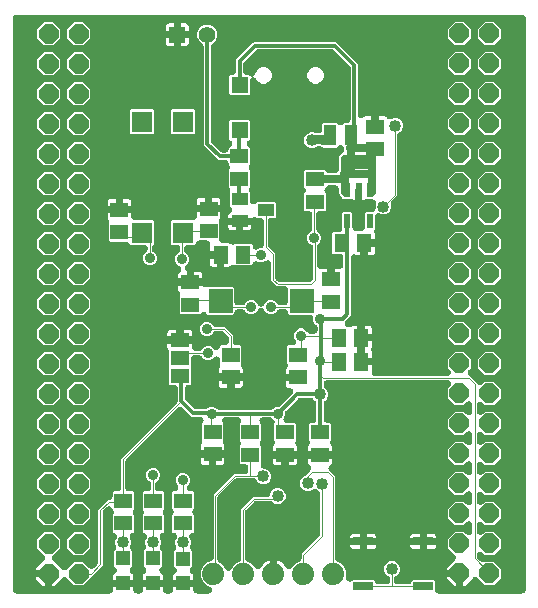
<source format=gbr>
G04 EAGLE Gerber RS-274X export*
G75*
%MOMM*%
%FSLAX34Y34*%
%LPD*%
%INBottom Copper*%
%IPPOS*%
%AMOC8*
5,1,8,0,0,1.08239X$1,22.5*%
G01*
%ADD10R,1.300000X1.500000*%
%ADD11R,1.500000X1.300000*%
%ADD12C,1.879600*%
%ADD13R,2.032000X2.032000*%
%ADD14R,0.550000X1.200000*%
%ADD15R,1.409600X1.409600*%
%ADD16C,1.409600*%
%ADD17R,1.400000X1.400000*%
%ADD18P,1.759533X8X292.500000*%
%ADD19R,1.400000X1.000000*%
%ADD20R,1.020000X1.780000*%
%ADD21R,1.778000X1.778000*%
%ADD22R,1.600200X1.168400*%
%ADD23R,1.200000X1.200000*%
%ADD24R,1.651000X0.762000*%
%ADD25C,0.025400*%
%ADD26C,1.016000*%
%ADD27C,0.889000*%
%ADD28C,0.304800*%
%ADD29C,0.012700*%
%ADD30C,0.050800*%
%ADD31C,0.711200*%

G36*
X85008Y2293D02*
X85008Y2293D01*
X85084Y2291D01*
X85253Y2313D01*
X85424Y2327D01*
X85498Y2345D01*
X85573Y2355D01*
X85737Y2404D01*
X85903Y2445D01*
X85972Y2475D01*
X86046Y2497D01*
X86199Y2573D01*
X86356Y2640D01*
X86420Y2681D01*
X86489Y2714D01*
X86628Y2813D01*
X86772Y2905D01*
X86829Y2956D01*
X86891Y3000D01*
X87012Y3120D01*
X87140Y3234D01*
X87188Y3293D01*
X87242Y3347D01*
X87343Y3485D01*
X87450Y3618D01*
X87487Y3684D01*
X87532Y3745D01*
X87609Y3898D01*
X87694Y4046D01*
X87720Y4118D01*
X87755Y4186D01*
X87806Y4349D01*
X87865Y4509D01*
X87880Y4584D01*
X87903Y4656D01*
X87915Y4761D01*
X87960Y4993D01*
X87967Y5229D01*
X87979Y5334D01*
X87979Y7916D01*
X96520Y7916D01*
X105061Y7916D01*
X105061Y5334D01*
X105067Y5258D01*
X105065Y5182D01*
X105087Y5013D01*
X105101Y4842D01*
X105119Y4768D01*
X105129Y4693D01*
X105178Y4529D01*
X105219Y4363D01*
X105249Y4294D01*
X105271Y4220D01*
X105347Y4067D01*
X105414Y3910D01*
X105455Y3846D01*
X105488Y3777D01*
X105587Y3638D01*
X105679Y3494D01*
X105730Y3437D01*
X105774Y3375D01*
X105894Y3254D01*
X106008Y3126D01*
X106067Y3078D01*
X106121Y3024D01*
X106259Y2923D01*
X106392Y2816D01*
X106458Y2779D01*
X106519Y2734D01*
X106672Y2657D01*
X106820Y2572D01*
X106892Y2546D01*
X106960Y2511D01*
X107123Y2460D01*
X107283Y2401D01*
X107358Y2386D01*
X107430Y2363D01*
X107535Y2351D01*
X107767Y2306D01*
X108003Y2299D01*
X108108Y2287D01*
X110078Y2287D01*
X110154Y2293D01*
X110230Y2291D01*
X110399Y2313D01*
X110570Y2327D01*
X110644Y2345D01*
X110719Y2355D01*
X110883Y2404D01*
X111049Y2445D01*
X111118Y2475D01*
X111192Y2497D01*
X111345Y2573D01*
X111502Y2640D01*
X111566Y2681D01*
X111635Y2714D01*
X111774Y2813D01*
X111918Y2905D01*
X111975Y2956D01*
X112037Y3000D01*
X112158Y3120D01*
X112286Y3234D01*
X112334Y3293D01*
X112388Y3347D01*
X112489Y3485D01*
X112596Y3618D01*
X112633Y3684D01*
X112678Y3745D01*
X112755Y3898D01*
X112840Y4046D01*
X112866Y4118D01*
X112901Y4186D01*
X112952Y4349D01*
X113011Y4509D01*
X113026Y4584D01*
X113049Y4656D01*
X113061Y4761D01*
X113106Y4993D01*
X113113Y5229D01*
X113125Y5334D01*
X113125Y7916D01*
X121666Y7916D01*
X130207Y7916D01*
X130207Y5334D01*
X130213Y5258D01*
X130211Y5182D01*
X130233Y5013D01*
X130247Y4842D01*
X130265Y4768D01*
X130275Y4693D01*
X130324Y4529D01*
X130365Y4363D01*
X130395Y4294D01*
X130417Y4220D01*
X130493Y4067D01*
X130560Y3910D01*
X130601Y3846D01*
X130634Y3777D01*
X130733Y3638D01*
X130825Y3494D01*
X130876Y3437D01*
X130920Y3375D01*
X131040Y3254D01*
X131154Y3126D01*
X131213Y3078D01*
X131267Y3024D01*
X131405Y2923D01*
X131538Y2816D01*
X131604Y2779D01*
X131665Y2734D01*
X131818Y2657D01*
X131966Y2572D01*
X132038Y2546D01*
X132106Y2511D01*
X132269Y2460D01*
X132429Y2401D01*
X132504Y2386D01*
X132576Y2363D01*
X132681Y2351D01*
X132913Y2306D01*
X133149Y2299D01*
X133254Y2287D01*
X135732Y2287D01*
X135808Y2293D01*
X135884Y2291D01*
X136053Y2313D01*
X136224Y2327D01*
X136298Y2345D01*
X136373Y2355D01*
X136537Y2404D01*
X136703Y2445D01*
X136772Y2475D01*
X136846Y2497D01*
X136999Y2573D01*
X137156Y2640D01*
X137220Y2681D01*
X137289Y2714D01*
X137428Y2813D01*
X137572Y2905D01*
X137629Y2956D01*
X137691Y3000D01*
X137812Y3120D01*
X137940Y3234D01*
X137988Y3293D01*
X138042Y3347D01*
X138143Y3485D01*
X138250Y3618D01*
X138287Y3684D01*
X138332Y3745D01*
X138409Y3898D01*
X138494Y4046D01*
X138520Y4118D01*
X138555Y4186D01*
X138606Y4349D01*
X138665Y4509D01*
X138680Y4584D01*
X138703Y4656D01*
X138715Y4761D01*
X138760Y4993D01*
X138767Y5229D01*
X138779Y5334D01*
X138779Y7789D01*
X147320Y7789D01*
X155861Y7789D01*
X155861Y5334D01*
X155867Y5258D01*
X155865Y5182D01*
X155887Y5013D01*
X155901Y4842D01*
X155919Y4768D01*
X155929Y4693D01*
X155978Y4529D01*
X156019Y4363D01*
X156049Y4294D01*
X156071Y4220D01*
X156147Y4067D01*
X156214Y3910D01*
X156255Y3846D01*
X156288Y3777D01*
X156387Y3638D01*
X156479Y3494D01*
X156530Y3437D01*
X156574Y3375D01*
X156694Y3254D01*
X156808Y3126D01*
X156867Y3078D01*
X156921Y3024D01*
X157059Y2923D01*
X157192Y2816D01*
X157258Y2779D01*
X157319Y2734D01*
X157472Y2657D01*
X157620Y2572D01*
X157692Y2546D01*
X157760Y2511D01*
X157923Y2460D01*
X158083Y2401D01*
X158158Y2386D01*
X158230Y2363D01*
X158335Y2351D01*
X158567Y2306D01*
X158803Y2299D01*
X158908Y2287D01*
X168906Y2287D01*
X169048Y2298D01*
X169190Y2300D01*
X169293Y2318D01*
X169398Y2327D01*
X169536Y2361D01*
X169676Y2386D01*
X169775Y2420D01*
X169876Y2445D01*
X170007Y2502D01*
X170142Y2549D01*
X170234Y2599D01*
X170330Y2640D01*
X170450Y2716D01*
X170575Y2785D01*
X170658Y2849D01*
X170746Y2905D01*
X170852Y3000D01*
X170965Y3087D01*
X171036Y3164D01*
X171114Y3234D01*
X171203Y3345D01*
X171300Y3449D01*
X171358Y3536D01*
X171424Y3618D01*
X171494Y3741D01*
X171573Y3860D01*
X171616Y3956D01*
X171668Y4046D01*
X171717Y4180D01*
X171776Y4310D01*
X171803Y4411D01*
X171839Y4509D01*
X171867Y4649D01*
X171904Y4786D01*
X171914Y4890D01*
X171934Y4993D01*
X171938Y5135D01*
X171953Y5277D01*
X171946Y5382D01*
X171949Y5486D01*
X171931Y5627D01*
X171922Y5770D01*
X171899Y5871D01*
X171885Y5975D01*
X171844Y6112D01*
X171812Y6251D01*
X171773Y6347D01*
X171742Y6447D01*
X171680Y6576D01*
X171626Y6708D01*
X171572Y6797D01*
X171526Y6891D01*
X171443Y7007D01*
X171369Y7128D01*
X171301Y7208D01*
X171240Y7293D01*
X171140Y7394D01*
X171047Y7502D01*
X170967Y7570D01*
X170893Y7644D01*
X170778Y7728D01*
X170669Y7819D01*
X170600Y7857D01*
X170495Y7934D01*
X170107Y8130D01*
X170072Y8149D01*
X166724Y9536D01*
X163651Y12609D01*
X161988Y16623D01*
X161988Y20969D01*
X163651Y24983D01*
X166724Y28056D01*
X171156Y29892D01*
X171350Y29991D01*
X171546Y30087D01*
X171569Y30104D01*
X171595Y30117D01*
X171770Y30246D01*
X171948Y30373D01*
X171969Y30393D01*
X171992Y30410D01*
X172144Y30566D01*
X172299Y30719D01*
X172316Y30742D01*
X172336Y30763D01*
X172461Y30942D01*
X172590Y31118D01*
X172603Y31144D01*
X172619Y31167D01*
X172714Y31364D01*
X172812Y31559D01*
X172821Y31586D01*
X172833Y31611D01*
X172895Y31821D01*
X172960Y32029D01*
X172963Y32053D01*
X172973Y32085D01*
X173008Y32372D01*
X173018Y32418D01*
X173019Y32453D01*
X173034Y32574D01*
X173031Y32654D01*
X173037Y32707D01*
X173037Y85875D01*
X190223Y103061D01*
X199454Y103061D01*
X199530Y103067D01*
X199606Y103065D01*
X199775Y103087D01*
X199945Y103101D01*
X200019Y103120D01*
X200095Y103129D01*
X200258Y103179D01*
X200424Y103220D01*
X200494Y103250D01*
X200567Y103272D01*
X200721Y103347D01*
X200877Y103414D01*
X200942Y103455D01*
X201010Y103489D01*
X201150Y103588D01*
X201294Y103679D01*
X201350Y103730D01*
X201412Y103774D01*
X201534Y103894D01*
X201661Y104008D01*
X201709Y104067D01*
X201763Y104121D01*
X201864Y104259D01*
X201971Y104392D01*
X202009Y104458D01*
X202054Y104520D01*
X202131Y104672D01*
X202215Y104821D01*
X202242Y104892D01*
X202276Y104960D01*
X202327Y105123D01*
X202387Y105283D01*
X202402Y105358D01*
X202424Y105431D01*
X202436Y105536D01*
X202482Y105767D01*
X202489Y106004D01*
X202501Y106108D01*
X202501Y108841D01*
X202495Y108917D01*
X202497Y108993D01*
X202475Y109162D01*
X202461Y109333D01*
X202442Y109407D01*
X202433Y109482D01*
X202383Y109646D01*
X202342Y109812D01*
X202312Y109881D01*
X202290Y109955D01*
X202215Y110108D01*
X202148Y110265D01*
X202107Y110329D01*
X202073Y110398D01*
X201974Y110537D01*
X201883Y110681D01*
X201832Y110738D01*
X201788Y110800D01*
X201668Y110921D01*
X201554Y111049D01*
X201494Y111097D01*
X201441Y111151D01*
X201303Y111252D01*
X201170Y111359D01*
X201104Y111396D01*
X201042Y111441D01*
X200890Y111518D01*
X200741Y111603D01*
X200670Y111629D01*
X200602Y111664D01*
X200439Y111715D01*
X200279Y111774D01*
X200204Y111789D01*
X200131Y111812D01*
X200026Y111824D01*
X199795Y111869D01*
X199558Y111876D01*
X199454Y111888D01*
X195957Y111888D01*
X195064Y112781D01*
X195064Y127045D01*
X195278Y127258D01*
X195327Y127316D01*
X195383Y127368D01*
X195487Y127504D01*
X195597Y127634D01*
X195637Y127699D01*
X195683Y127760D01*
X195764Y127910D01*
X195852Y128057D01*
X195880Y128128D01*
X195916Y128195D01*
X195972Y128356D01*
X196035Y128515D01*
X196052Y128589D01*
X196076Y128661D01*
X196105Y128830D01*
X196142Y128996D01*
X196146Y129073D01*
X196159Y129148D01*
X196160Y129318D01*
X196170Y129489D01*
X196161Y129565D01*
X196162Y129641D01*
X196135Y129810D01*
X196117Y129980D01*
X196097Y130053D01*
X196085Y130128D01*
X196032Y130291D01*
X195987Y130455D01*
X195955Y130524D01*
X195931Y130597D01*
X195852Y130749D01*
X195781Y130904D01*
X195738Y130967D01*
X195703Y131035D01*
X195638Y131117D01*
X195506Y131313D01*
X195344Y131485D01*
X195278Y131568D01*
X195064Y131781D01*
X195064Y146045D01*
X195455Y146435D01*
X195466Y146449D01*
X195473Y146454D01*
X195484Y146468D01*
X195508Y146490D01*
X195639Y146652D01*
X195774Y146811D01*
X195794Y146844D01*
X195818Y146874D01*
X195921Y147055D01*
X196029Y147234D01*
X196043Y147269D01*
X196062Y147302D01*
X196135Y147498D01*
X196212Y147692D01*
X196220Y147729D01*
X196234Y147765D01*
X196274Y147969D01*
X196319Y148173D01*
X196321Y148212D01*
X196328Y148249D01*
X196335Y148457D01*
X196347Y148666D01*
X196343Y148704D01*
X196344Y148742D01*
X196317Y148948D01*
X196294Y149157D01*
X196284Y149193D01*
X196279Y149231D01*
X196219Y149431D01*
X196164Y149632D01*
X196148Y149667D01*
X196137Y149704D01*
X196045Y149891D01*
X195958Y150081D01*
X195937Y150112D01*
X195920Y150147D01*
X195799Y150317D01*
X195683Y150490D01*
X195657Y150518D01*
X195634Y150549D01*
X195488Y150697D01*
X195345Y150850D01*
X195315Y150873D01*
X195288Y150900D01*
X195119Y151023D01*
X194953Y151150D01*
X194920Y151168D01*
X194889Y151190D01*
X194703Y151284D01*
X194519Y151383D01*
X194483Y151395D01*
X194449Y151413D01*
X194249Y151476D01*
X194052Y151543D01*
X194015Y151549D01*
X193978Y151561D01*
X193885Y151571D01*
X193566Y151626D01*
X193394Y151627D01*
X193300Y151637D01*
X183318Y151637D01*
X183280Y151634D01*
X183242Y151636D01*
X183034Y151614D01*
X182826Y151597D01*
X182789Y151588D01*
X182751Y151584D01*
X182550Y151529D01*
X182347Y151479D01*
X182312Y151464D01*
X182275Y151453D01*
X182086Y151366D01*
X181894Y151284D01*
X181862Y151264D01*
X181827Y151248D01*
X181654Y151131D01*
X181478Y151019D01*
X181449Y150994D01*
X181418Y150972D01*
X181266Y150830D01*
X181110Y150690D01*
X181086Y150661D01*
X181058Y150634D01*
X180931Y150469D01*
X180800Y150306D01*
X180781Y150273D01*
X180758Y150243D01*
X180659Y150059D01*
X180556Y149878D01*
X180543Y149842D01*
X180525Y149808D01*
X180457Y149611D01*
X180384Y149415D01*
X180377Y149378D01*
X180365Y149342D01*
X180330Y149136D01*
X180290Y148931D01*
X180288Y148893D01*
X180282Y148855D01*
X180281Y148646D01*
X180274Y148438D01*
X180279Y148400D01*
X180279Y148362D01*
X180312Y148155D01*
X180339Y147949D01*
X180350Y147912D01*
X180356Y147875D01*
X180421Y147677D01*
X180481Y147477D01*
X180498Y147442D01*
X180510Y147406D01*
X180606Y147221D01*
X180698Y147033D01*
X180720Y147002D01*
X180738Y146968D01*
X180796Y146896D01*
X180984Y146631D01*
X181104Y146509D01*
X181163Y146435D01*
X181173Y146426D01*
X181173Y131984D01*
X181103Y131869D01*
X181075Y131798D01*
X181039Y131731D01*
X180984Y131569D01*
X180920Y131411D01*
X180904Y131336D01*
X180879Y131264D01*
X180850Y131096D01*
X180814Y130929D01*
X180809Y130853D01*
X180796Y130778D01*
X180795Y130607D01*
X180786Y130436D01*
X180794Y130360D01*
X180793Y130284D01*
X180820Y130116D01*
X180838Y129946D01*
X180858Y129872D01*
X180870Y129797D01*
X180924Y129634D01*
X180969Y129470D01*
X181000Y129401D01*
X181024Y129328D01*
X181103Y129177D01*
X181174Y129022D01*
X181217Y128958D01*
X181252Y128891D01*
X181318Y128809D01*
X181450Y128612D01*
X181612Y128440D01*
X181678Y128358D01*
X181681Y128354D01*
X182016Y127775D01*
X182189Y127129D01*
X182189Y123543D01*
X172350Y123543D01*
X172274Y123537D01*
X172198Y123539D01*
X172121Y123529D01*
X172051Y123531D01*
X171946Y123543D01*
X162107Y123543D01*
X162107Y127129D01*
X162280Y127775D01*
X162615Y128354D01*
X162618Y128358D01*
X162668Y128416D01*
X162723Y128468D01*
X162827Y128603D01*
X162938Y128733D01*
X162977Y128799D01*
X163024Y128859D01*
X163104Y129010D01*
X163193Y129156D01*
X163221Y129227D01*
X163257Y129294D01*
X163312Y129456D01*
X163376Y129614D01*
X163392Y129689D01*
X163417Y129761D01*
X163446Y129929D01*
X163482Y130096D01*
X163487Y130172D01*
X163500Y130247D01*
X163501Y130418D01*
X163510Y130588D01*
X163502Y130664D01*
X163503Y130741D01*
X163476Y130909D01*
X163458Y131079D01*
X163438Y131152D01*
X163426Y131228D01*
X163373Y131390D01*
X163327Y131555D01*
X163295Y131624D01*
X163272Y131696D01*
X163193Y131848D01*
X163123Y131999D01*
X163123Y146426D01*
X163641Y146943D01*
X163666Y146972D01*
X163694Y146998D01*
X163825Y147160D01*
X163960Y147319D01*
X163980Y147352D01*
X164004Y147382D01*
X164107Y147563D01*
X164215Y147742D01*
X164229Y147777D01*
X164248Y147810D01*
X164321Y148006D01*
X164398Y148200D01*
X164406Y148237D01*
X164420Y148273D01*
X164460Y148477D01*
X164505Y148681D01*
X164507Y148720D01*
X164514Y148757D01*
X164521Y148965D01*
X164533Y149174D01*
X164529Y149212D01*
X164530Y149250D01*
X164503Y149456D01*
X164480Y149665D01*
X164470Y149701D01*
X164465Y149739D01*
X164405Y149939D01*
X164350Y150140D01*
X164334Y150175D01*
X164323Y150212D01*
X164231Y150399D01*
X164144Y150589D01*
X164123Y150620D01*
X164106Y150655D01*
X163985Y150825D01*
X163869Y150998D01*
X163843Y151026D01*
X163820Y151057D01*
X163674Y151205D01*
X163531Y151358D01*
X163501Y151381D01*
X163474Y151408D01*
X163305Y151531D01*
X163139Y151658D01*
X163106Y151676D01*
X163075Y151698D01*
X162889Y151792D01*
X162705Y151891D01*
X162669Y151903D01*
X162635Y151921D01*
X162435Y151984D01*
X162238Y152051D01*
X162201Y152057D01*
X162164Y152069D01*
X162071Y152079D01*
X161752Y152134D01*
X161580Y152135D01*
X161486Y152145D01*
X155096Y152145D01*
X153975Y152609D01*
X147053Y159532D01*
X146995Y159581D01*
X146942Y159637D01*
X146807Y159741D01*
X146677Y159851D01*
X146611Y159891D01*
X146551Y159937D01*
X146401Y160017D01*
X146254Y160106D01*
X146183Y160134D01*
X146116Y160170D01*
X145955Y160226D01*
X145796Y160289D01*
X145722Y160305D01*
X145650Y160330D01*
X145481Y160359D01*
X145314Y160396D01*
X145238Y160400D01*
X145163Y160413D01*
X144992Y160414D01*
X144822Y160423D01*
X144746Y160415D01*
X144670Y160416D01*
X144501Y160389D01*
X144331Y160371D01*
X144258Y160351D01*
X144183Y160339D01*
X144020Y160286D01*
X143856Y160240D01*
X143786Y160209D01*
X143714Y160185D01*
X143563Y160106D01*
X143407Y160035D01*
X143344Y159992D01*
X143276Y159957D01*
X143194Y159891D01*
X142998Y159759D01*
X142825Y159597D01*
X142743Y159532D01*
X99190Y115979D01*
X99116Y115892D01*
X99035Y115811D01*
X98957Y115704D01*
X98871Y115603D01*
X98812Y115505D01*
X98745Y115413D01*
X98685Y115294D01*
X98616Y115180D01*
X98574Y115074D01*
X98522Y114972D01*
X98482Y114845D01*
X98433Y114722D01*
X98408Y114611D01*
X98374Y114502D01*
X98364Y114408D01*
X98326Y114241D01*
X98308Y113916D01*
X98298Y113824D01*
X98298Y91754D01*
X98304Y91678D01*
X98302Y91602D01*
X98324Y91433D01*
X98338Y91262D01*
X98356Y91188D01*
X98366Y91113D01*
X98415Y90949D01*
X98456Y90783D01*
X98486Y90714D01*
X98508Y90640D01*
X98584Y90487D01*
X98651Y90330D01*
X98692Y90266D01*
X98725Y90197D01*
X98824Y90058D01*
X98916Y89914D01*
X98967Y89857D01*
X99011Y89795D01*
X99131Y89674D01*
X99245Y89546D01*
X99304Y89498D01*
X99358Y89444D01*
X99496Y89343D01*
X99629Y89236D01*
X99695Y89199D01*
X99756Y89154D01*
X99909Y89077D01*
X100057Y88992D01*
X100129Y88966D01*
X100197Y88931D01*
X100360Y88880D01*
X100520Y88821D01*
X100595Y88806D01*
X100667Y88783D01*
X100772Y88771D01*
X101004Y88726D01*
X101240Y88719D01*
X101345Y88707D01*
X104651Y88707D01*
X105544Y87814D01*
X105544Y73550D01*
X105330Y73337D01*
X105281Y73279D01*
X105225Y73226D01*
X105121Y73091D01*
X105011Y72961D01*
X104971Y72895D01*
X104925Y72835D01*
X104844Y72685D01*
X104756Y72538D01*
X104728Y72467D01*
X104692Y72400D01*
X104636Y72239D01*
X104573Y72080D01*
X104556Y72006D01*
X104532Y71934D01*
X104503Y71765D01*
X104466Y71598D01*
X104462Y71522D01*
X104449Y71447D01*
X104448Y71276D01*
X104438Y71106D01*
X104447Y71030D01*
X104446Y70954D01*
X104473Y70785D01*
X104491Y70615D01*
X104511Y70542D01*
X104523Y70467D01*
X104576Y70304D01*
X104621Y70140D01*
X104653Y70070D01*
X104677Y69998D01*
X104756Y69847D01*
X104827Y69691D01*
X104870Y69628D01*
X104905Y69560D01*
X104970Y69478D01*
X105102Y69282D01*
X105264Y69109D01*
X105330Y69027D01*
X105544Y68814D01*
X105544Y54550D01*
X104631Y53638D01*
X104581Y53636D01*
X104516Y53623D01*
X104450Y53617D01*
X104275Y53574D01*
X104098Y53538D01*
X104036Y53515D01*
X103971Y53499D01*
X103805Y53427D01*
X103636Y53364D01*
X103579Y53330D01*
X103518Y53304D01*
X103366Y53207D01*
X103209Y53117D01*
X103158Y53075D01*
X103102Y53039D01*
X102967Y52919D01*
X102827Y52804D01*
X102783Y52755D01*
X102734Y52710D01*
X102620Y52570D01*
X102501Y52435D01*
X102466Y52378D01*
X102424Y52326D01*
X102335Y52170D01*
X102239Y52017D01*
X102213Y51955D01*
X102180Y51898D01*
X102117Y51728D01*
X102047Y51562D01*
X102031Y51498D01*
X102008Y51435D01*
X101974Y51258D01*
X101931Y51083D01*
X101926Y51016D01*
X101914Y50951D01*
X101908Y50771D01*
X101895Y50591D01*
X101900Y50524D01*
X101898Y50458D01*
X101922Y50279D01*
X101938Y50099D01*
X101952Y50049D01*
X101963Y49969D01*
X102105Y49497D01*
X102120Y49466D01*
X102126Y49444D01*
X103125Y47034D01*
X103125Y44406D01*
X102471Y42828D01*
X102404Y42621D01*
X102333Y42414D01*
X102329Y42386D01*
X102320Y42359D01*
X102287Y42143D01*
X102251Y41928D01*
X102251Y41899D01*
X102246Y41871D01*
X102249Y41653D01*
X102248Y41434D01*
X102252Y41406D01*
X102253Y41378D01*
X102290Y41163D01*
X102324Y40947D01*
X102333Y40920D01*
X102338Y40892D01*
X102410Y40686D01*
X102479Y40478D01*
X102492Y40453D01*
X102501Y40426D01*
X102605Y40235D01*
X102706Y40041D01*
X102721Y40022D01*
X102737Y39993D01*
X103040Y39604D01*
X103099Y39549D01*
X103132Y39508D01*
X104045Y38595D01*
X104045Y25331D01*
X102849Y24136D01*
X102702Y23963D01*
X102552Y23791D01*
X102542Y23775D01*
X102530Y23760D01*
X102412Y23564D01*
X102292Y23371D01*
X102285Y23354D01*
X102275Y23338D01*
X102190Y23125D01*
X102104Y22915D01*
X102099Y22897D01*
X102092Y22879D01*
X102043Y22656D01*
X101991Y22435D01*
X101990Y22416D01*
X101985Y22398D01*
X101973Y22169D01*
X101957Y21943D01*
X101959Y21924D01*
X101958Y21905D01*
X101982Y21679D01*
X102003Y21452D01*
X102008Y21433D01*
X102010Y21415D01*
X102070Y21196D01*
X102128Y20974D01*
X102136Y20957D01*
X102141Y20939D01*
X102236Y20732D01*
X102328Y20524D01*
X102338Y20508D01*
X102346Y20491D01*
X102473Y20302D01*
X102598Y20111D01*
X102611Y20097D01*
X102622Y20081D01*
X102777Y19916D01*
X102932Y19747D01*
X102944Y19738D01*
X102960Y19722D01*
X103351Y19421D01*
X103432Y19378D01*
X103480Y19342D01*
X104080Y18996D01*
X104553Y18523D01*
X104888Y17944D01*
X105061Y17298D01*
X105061Y14010D01*
X96520Y14010D01*
X87979Y14010D01*
X87979Y17298D01*
X88152Y17944D01*
X88487Y18523D01*
X88960Y18996D01*
X89560Y19342D01*
X89747Y19472D01*
X89936Y19599D01*
X89950Y19612D01*
X89965Y19623D01*
X90130Y19782D01*
X90296Y19937D01*
X90307Y19952D01*
X90321Y19965D01*
X90458Y20148D01*
X90596Y20328D01*
X90605Y20345D01*
X90616Y20360D01*
X90721Y20562D01*
X90829Y20763D01*
X90835Y20781D01*
X90844Y20798D01*
X90915Y21013D01*
X90989Y21230D01*
X90992Y21248D01*
X90998Y21266D01*
X91033Y21490D01*
X91072Y21716D01*
X91072Y21735D01*
X91075Y21754D01*
X91073Y21979D01*
X91075Y22209D01*
X91072Y22228D01*
X91072Y22247D01*
X91034Y22471D01*
X90998Y22697D01*
X90992Y22715D01*
X90989Y22733D01*
X90915Y22949D01*
X90844Y23165D01*
X90835Y23182D01*
X90829Y23200D01*
X90721Y23401D01*
X90616Y23603D01*
X90606Y23615D01*
X90596Y23635D01*
X90295Y24026D01*
X90228Y24090D01*
X90191Y24136D01*
X88995Y25331D01*
X88995Y38595D01*
X89908Y39508D01*
X90050Y39674D01*
X90194Y39838D01*
X90209Y39862D01*
X90228Y39883D01*
X90340Y40071D01*
X90457Y40256D01*
X90468Y40282D01*
X90482Y40306D01*
X90563Y40509D01*
X90648Y40710D01*
X90655Y40738D01*
X90665Y40764D01*
X90713Y40978D01*
X90764Y41190D01*
X90766Y41218D01*
X90772Y41246D01*
X90784Y41465D01*
X90801Y41682D01*
X90798Y41710D01*
X90800Y41738D01*
X90777Y41956D01*
X90758Y42173D01*
X90751Y42196D01*
X90748Y42229D01*
X90617Y42705D01*
X90583Y42778D01*
X90569Y42828D01*
X89915Y44406D01*
X89915Y47034D01*
X90914Y49444D01*
X90969Y49616D01*
X91032Y49785D01*
X91044Y49850D01*
X91065Y49913D01*
X91092Y50092D01*
X91126Y50269D01*
X91128Y50335D01*
X91138Y50401D01*
X91136Y50582D01*
X91142Y50762D01*
X91133Y50828D01*
X91132Y50895D01*
X91101Y51072D01*
X91077Y51251D01*
X91058Y51315D01*
X91047Y51380D01*
X90987Y51550D01*
X90935Y51724D01*
X90906Y51783D01*
X90884Y51846D01*
X90797Y52005D01*
X90718Y52167D01*
X90680Y52221D01*
X90648Y52279D01*
X90537Y52422D01*
X90432Y52569D01*
X90386Y52616D01*
X90345Y52669D01*
X90212Y52792D01*
X90086Y52920D01*
X90032Y52959D01*
X89983Y53004D01*
X89833Y53104D01*
X89687Y53210D01*
X89628Y53240D01*
X89572Y53277D01*
X89408Y53351D01*
X89247Y53433D01*
X89183Y53453D01*
X89122Y53480D01*
X88948Y53527D01*
X88776Y53581D01*
X88723Y53587D01*
X88646Y53608D01*
X88414Y53631D01*
X87494Y54550D01*
X87494Y68814D01*
X87708Y69027D01*
X87757Y69085D01*
X87813Y69137D01*
X87917Y69273D01*
X88027Y69403D01*
X88067Y69468D01*
X88113Y69529D01*
X88194Y69679D01*
X88282Y69826D01*
X88310Y69897D01*
X88346Y69964D01*
X88402Y70125D01*
X88465Y70284D01*
X88482Y70358D01*
X88506Y70430D01*
X88535Y70599D01*
X88572Y70765D01*
X88576Y70842D01*
X88589Y70917D01*
X88590Y71087D01*
X88600Y71258D01*
X88591Y71334D01*
X88592Y71410D01*
X88565Y71579D01*
X88547Y71749D01*
X88527Y71822D01*
X88515Y71897D01*
X88462Y72060D01*
X88417Y72224D01*
X88385Y72293D01*
X88361Y72366D01*
X88282Y72518D01*
X88211Y72673D01*
X88168Y72736D01*
X88133Y72804D01*
X88068Y72886D01*
X87936Y73082D01*
X87774Y73254D01*
X87708Y73337D01*
X87443Y73602D01*
X87441Y73617D01*
X87386Y73818D01*
X87336Y74021D01*
X87321Y74056D01*
X87310Y74092D01*
X87223Y74282D01*
X87141Y74474D01*
X87121Y74506D01*
X87105Y74541D01*
X86988Y74714D01*
X86876Y74890D01*
X86851Y74918D01*
X86829Y74950D01*
X86686Y75103D01*
X86547Y75258D01*
X86518Y75282D01*
X86492Y75310D01*
X86326Y75437D01*
X86163Y75568D01*
X86130Y75587D01*
X86100Y75610D01*
X85916Y75709D01*
X85735Y75812D01*
X85699Y75825D01*
X85665Y75843D01*
X85468Y75911D01*
X85272Y75983D01*
X85235Y75991D01*
X85199Y76003D01*
X84992Y76038D01*
X84788Y76078D01*
X84750Y76079D01*
X84712Y76086D01*
X84503Y76087D01*
X84295Y76094D01*
X84257Y76089D01*
X84219Y76089D01*
X84012Y76056D01*
X83806Y76029D01*
X83769Y76018D01*
X83732Y76012D01*
X83533Y75947D01*
X83334Y75887D01*
X83299Y75870D01*
X83263Y75858D01*
X83078Y75761D01*
X82890Y75670D01*
X82859Y75648D01*
X82825Y75630D01*
X82753Y75572D01*
X82488Y75384D01*
X82366Y75263D01*
X82292Y75205D01*
X79887Y72800D01*
X79813Y72713D01*
X79732Y72632D01*
X79654Y72525D01*
X79568Y72424D01*
X79509Y72326D01*
X79442Y72234D01*
X79382Y72115D01*
X79313Y72001D01*
X79271Y71895D01*
X79219Y71793D01*
X79179Y71666D01*
X79130Y71543D01*
X79105Y71432D01*
X79071Y71323D01*
X79061Y71229D01*
X79023Y71061D01*
X79005Y70737D01*
X78995Y70645D01*
X78995Y26187D01*
X77060Y24253D01*
X69283Y16476D01*
X69209Y16389D01*
X69128Y16309D01*
X69050Y16201D01*
X68964Y16100D01*
X68905Y16002D01*
X68838Y15910D01*
X68778Y15791D01*
X68709Y15677D01*
X68667Y15571D01*
X68615Y15469D01*
X68575Y15343D01*
X68547Y15272D01*
X62736Y9461D01*
X54740Y9461D01*
X48911Y15290D01*
X48853Y15339D01*
X48801Y15395D01*
X48666Y15499D01*
X48535Y15609D01*
X48470Y15649D01*
X48410Y15695D01*
X48259Y15776D01*
X48113Y15864D01*
X48042Y15892D01*
X47975Y15928D01*
X47813Y15984D01*
X47655Y16047D01*
X47580Y16063D01*
X47508Y16088D01*
X47340Y16117D01*
X47173Y16154D01*
X47097Y16158D01*
X47022Y16171D01*
X46851Y16172D01*
X46680Y16181D01*
X46605Y16173D01*
X46528Y16174D01*
X46359Y16147D01*
X46190Y16129D01*
X46116Y16109D01*
X46041Y16097D01*
X45879Y16044D01*
X45714Y15999D01*
X45645Y15967D01*
X45572Y15943D01*
X45421Y15864D01*
X45266Y15793D01*
X45202Y15750D01*
X45135Y15715D01*
X45053Y15650D01*
X44856Y15517D01*
X44684Y15356D01*
X44602Y15290D01*
X37757Y8445D01*
X36385Y8445D01*
X36385Y19114D01*
X36379Y19190D01*
X36382Y19266D01*
X36359Y19435D01*
X36345Y19605D01*
X36327Y19679D01*
X36317Y19755D01*
X36268Y19919D01*
X36227Y20084D01*
X36197Y20154D01*
X36175Y20227D01*
X36100Y20381D01*
X36032Y20538D01*
X35991Y20602D01*
X35958Y20670D01*
X35859Y20810D01*
X35767Y20954D01*
X35716Y21010D01*
X35672Y21073D01*
X35552Y21194D01*
X35438Y21322D01*
X35379Y21370D01*
X35331Y21418D01*
X35325Y21424D01*
X35187Y21525D01*
X35054Y21632D01*
X34988Y21670D01*
X34926Y21714D01*
X34774Y21791D01*
X34625Y21876D01*
X34554Y21902D01*
X34486Y21937D01*
X34323Y21988D01*
X34163Y22048D01*
X34088Y22062D01*
X34015Y22085D01*
X33911Y22097D01*
X33679Y22142D01*
X33443Y22150D01*
X33338Y22161D01*
X22669Y22161D01*
X22669Y23533D01*
X29514Y30378D01*
X29563Y30436D01*
X29619Y30488D01*
X29723Y30623D01*
X29833Y30754D01*
X29873Y30819D01*
X29919Y30879D01*
X30000Y31030D01*
X30088Y31176D01*
X30116Y31247D01*
X30152Y31314D01*
X30208Y31476D01*
X30271Y31634D01*
X30287Y31709D01*
X30312Y31781D01*
X30341Y31949D01*
X30378Y32116D01*
X30382Y32192D01*
X30395Y32267D01*
X30396Y32438D01*
X30405Y32608D01*
X30397Y32684D01*
X30398Y32760D01*
X30371Y32929D01*
X30353Y33099D01*
X30333Y33172D01*
X30321Y33248D01*
X30268Y33410D01*
X30223Y33575D01*
X30191Y33644D01*
X30167Y33716D01*
X30088Y33868D01*
X30017Y34023D01*
X29974Y34086D01*
X29939Y34154D01*
X29874Y34236D01*
X29741Y34432D01*
X29580Y34605D01*
X29514Y34687D01*
X23685Y40516D01*
X23685Y48512D01*
X29340Y54167D01*
X37336Y54167D01*
X42991Y48512D01*
X42991Y40516D01*
X37162Y34687D01*
X37113Y34629D01*
X37057Y34577D01*
X36953Y34442D01*
X36843Y34311D01*
X36803Y34246D01*
X36757Y34186D01*
X36676Y34035D01*
X36588Y33889D01*
X36560Y33818D01*
X36524Y33751D01*
X36468Y33589D01*
X36405Y33431D01*
X36389Y33356D01*
X36364Y33284D01*
X36335Y33116D01*
X36298Y32949D01*
X36294Y32873D01*
X36281Y32798D01*
X36280Y32627D01*
X36271Y32456D01*
X36279Y32381D01*
X36278Y32304D01*
X36305Y32135D01*
X36323Y31966D01*
X36343Y31892D01*
X36355Y31817D01*
X36408Y31655D01*
X36453Y31490D01*
X36485Y31421D01*
X36509Y31348D01*
X36588Y31197D01*
X36659Y31042D01*
X36702Y30978D01*
X36737Y30911D01*
X36802Y30829D01*
X36935Y30632D01*
X37097Y30460D01*
X37162Y30378D01*
X44602Y22938D01*
X44660Y22889D01*
X44712Y22833D01*
X44847Y22729D01*
X44978Y22619D01*
X45043Y22579D01*
X45103Y22533D01*
X45254Y22452D01*
X45400Y22364D01*
X45471Y22336D01*
X45538Y22300D01*
X45700Y22244D01*
X45858Y22181D01*
X45932Y22165D01*
X46005Y22140D01*
X46173Y22111D01*
X46340Y22074D01*
X46416Y22070D01*
X46491Y22057D01*
X46662Y22056D01*
X46832Y22047D01*
X46908Y22055D01*
X46984Y22054D01*
X47153Y22081D01*
X47323Y22099D01*
X47396Y22119D01*
X47472Y22131D01*
X47634Y22184D01*
X47799Y22229D01*
X47868Y22261D01*
X47940Y22285D01*
X48092Y22364D01*
X48247Y22435D01*
X48310Y22478D01*
X48378Y22513D01*
X48460Y22579D01*
X48656Y22711D01*
X48829Y22872D01*
X48911Y22938D01*
X54740Y28767D01*
X62736Y28767D01*
X67485Y24018D01*
X67543Y23969D01*
X67595Y23913D01*
X67731Y23809D01*
X67861Y23699D01*
X67926Y23659D01*
X67987Y23613D01*
X68137Y23532D01*
X68284Y23444D01*
X68354Y23416D01*
X68421Y23380D01*
X68583Y23324D01*
X68742Y23261D01*
X68816Y23244D01*
X68888Y23220D01*
X69057Y23191D01*
X69223Y23154D01*
X69299Y23150D01*
X69374Y23137D01*
X69545Y23136D01*
X69716Y23126D01*
X69792Y23134D01*
X69868Y23134D01*
X70037Y23161D01*
X70206Y23179D01*
X70280Y23199D01*
X70355Y23211D01*
X70518Y23264D01*
X70682Y23309D01*
X70751Y23341D01*
X70824Y23365D01*
X70975Y23444D01*
X71131Y23515D01*
X71194Y23558D01*
X71261Y23593D01*
X71344Y23658D01*
X71540Y23790D01*
X71712Y23952D01*
X71795Y24018D01*
X74545Y26768D01*
X74619Y26855D01*
X74700Y26936D01*
X74778Y27043D01*
X74864Y27144D01*
X74923Y27242D01*
X74990Y27334D01*
X75050Y27453D01*
X75119Y27567D01*
X75161Y27673D01*
X75213Y27775D01*
X75253Y27901D01*
X75302Y28025D01*
X75327Y28136D01*
X75361Y28245D01*
X75371Y28339D01*
X75409Y28507D01*
X75427Y28831D01*
X75437Y28923D01*
X75437Y73381D01*
X83337Y81281D01*
X84447Y81281D01*
X84523Y81287D01*
X84599Y81285D01*
X84768Y81307D01*
X84939Y81321D01*
X85013Y81339D01*
X85088Y81349D01*
X85252Y81398D01*
X85418Y81439D01*
X85487Y81469D01*
X85561Y81491D01*
X85714Y81567D01*
X85871Y81634D01*
X85935Y81675D01*
X86004Y81708D01*
X86143Y81807D01*
X86287Y81899D01*
X86344Y81950D01*
X86406Y81994D01*
X86527Y82114D01*
X86655Y82228D01*
X86703Y82287D01*
X86757Y82341D01*
X86858Y82479D01*
X86965Y82612D01*
X87002Y82678D01*
X87047Y82739D01*
X87124Y82892D01*
X87209Y83040D01*
X87235Y83112D01*
X87270Y83180D01*
X87321Y83343D01*
X87380Y83503D01*
X87395Y83578D01*
X87418Y83650D01*
X87430Y83755D01*
X87475Y83987D01*
X87482Y84223D01*
X87494Y84328D01*
X87494Y87814D01*
X88387Y88707D01*
X91693Y88707D01*
X91769Y88713D01*
X91845Y88711D01*
X92014Y88733D01*
X92185Y88747D01*
X92259Y88765D01*
X92334Y88775D01*
X92498Y88824D01*
X92664Y88865D01*
X92733Y88895D01*
X92807Y88917D01*
X92960Y88993D01*
X93117Y89060D01*
X93181Y89101D01*
X93250Y89134D01*
X93389Y89233D01*
X93533Y89325D01*
X93590Y89376D01*
X93652Y89420D01*
X93773Y89540D01*
X93901Y89654D01*
X93949Y89713D01*
X94003Y89767D01*
X94104Y89905D01*
X94211Y90038D01*
X94248Y90104D01*
X94293Y90165D01*
X94370Y90318D01*
X94455Y90466D01*
X94481Y90538D01*
X94516Y90606D01*
X94567Y90769D01*
X94626Y90929D01*
X94641Y91004D01*
X94664Y91076D01*
X94676Y91181D01*
X94721Y91413D01*
X94728Y91649D01*
X94740Y91754D01*
X94740Y116560D01*
X141855Y163674D01*
X141929Y163761D01*
X142010Y163841D01*
X142088Y163949D01*
X142174Y164050D01*
X142233Y164148D01*
X142300Y164240D01*
X142360Y164359D01*
X142429Y164473D01*
X142471Y164579D01*
X142523Y164681D01*
X142563Y164808D01*
X142612Y164931D01*
X142637Y165042D01*
X142671Y165151D01*
X142681Y165245D01*
X142719Y165412D01*
X142737Y165737D01*
X142747Y165829D01*
X142747Y176022D01*
X142742Y176086D01*
X142743Y176132D01*
X142742Y176140D01*
X142743Y176174D01*
X142721Y176343D01*
X142707Y176514D01*
X142689Y176588D01*
X142679Y176663D01*
X142630Y176827D01*
X142589Y176993D01*
X142559Y177062D01*
X142537Y177136D01*
X142461Y177289D01*
X142394Y177446D01*
X142353Y177510D01*
X142320Y177579D01*
X142221Y177718D01*
X142129Y177862D01*
X142078Y177919D01*
X142034Y177981D01*
X141914Y178102D01*
X141800Y178230D01*
X141741Y178278D01*
X141687Y178332D01*
X141549Y178433D01*
X141416Y178540D01*
X141350Y178577D01*
X141289Y178622D01*
X141136Y178699D01*
X140988Y178784D01*
X140916Y178810D01*
X140848Y178845D01*
X140685Y178896D01*
X140525Y178955D01*
X140450Y178970D01*
X140378Y178993D01*
X140273Y179005D01*
X140041Y179050D01*
X139805Y179057D01*
X139700Y179069D01*
X135893Y179069D01*
X135000Y179962D01*
X135000Y207817D01*
X134983Y208025D01*
X134972Y208234D01*
X134963Y208271D01*
X134960Y208309D01*
X134910Y208511D01*
X134865Y208715D01*
X134852Y208744D01*
X134842Y208787D01*
X134647Y209241D01*
X134610Y209299D01*
X134592Y209341D01*
X134157Y210093D01*
X133984Y210739D01*
X133984Y213869D01*
X144526Y213869D01*
X155068Y213869D01*
X155068Y210375D01*
X155074Y210299D01*
X155072Y210223D01*
X155094Y210054D01*
X155108Y209884D01*
X155126Y209810D01*
X155136Y209734D01*
X155185Y209571D01*
X155226Y209405D01*
X155256Y209335D01*
X155278Y209262D01*
X155354Y209108D01*
X155421Y208952D01*
X155462Y208887D01*
X155495Y208819D01*
X155594Y208679D01*
X155686Y208535D01*
X155737Y208479D01*
X155781Y208417D01*
X155901Y208295D01*
X156015Y208168D01*
X156074Y208120D01*
X156128Y208066D01*
X156266Y207965D01*
X156399Y207858D01*
X156465Y207820D01*
X156526Y207775D01*
X156679Y207698D01*
X156827Y207614D01*
X156899Y207587D01*
X156967Y207553D01*
X157130Y207502D01*
X157290Y207442D01*
X157365Y207427D01*
X157437Y207405D01*
X157542Y207393D01*
X157774Y207347D01*
X158010Y207340D01*
X158115Y207328D01*
X160562Y207328D01*
X160780Y207346D01*
X160998Y207360D01*
X161026Y207366D01*
X161054Y207368D01*
X161266Y207421D01*
X161479Y207469D01*
X161505Y207480D01*
X161533Y207487D01*
X161734Y207573D01*
X161936Y207655D01*
X161960Y207670D01*
X161986Y207681D01*
X162170Y207799D01*
X162357Y207913D01*
X162378Y207931D01*
X162402Y207946D01*
X162565Y208092D01*
X162731Y208234D01*
X162749Y208256D01*
X162770Y208275D01*
X162907Y208445D01*
X163048Y208612D01*
X163059Y208633D01*
X163080Y208659D01*
X163324Y209088D01*
X163334Y209114D01*
X165020Y210801D01*
X167214Y211710D01*
X169590Y211710D01*
X171784Y210801D01*
X173289Y209295D01*
X173318Y209270D01*
X173344Y209242D01*
X173506Y209111D01*
X173665Y208976D01*
X173698Y208956D01*
X173728Y208932D01*
X173909Y208829D01*
X174088Y208721D01*
X174123Y208707D01*
X174156Y208688D01*
X174352Y208615D01*
X174546Y208538D01*
X174583Y208530D01*
X174619Y208516D01*
X174823Y208476D01*
X175027Y208431D01*
X175066Y208429D01*
X175103Y208422D01*
X175311Y208415D01*
X175520Y208404D01*
X175558Y208408D01*
X175596Y208406D01*
X175803Y208434D01*
X176011Y208456D01*
X176047Y208466D01*
X176085Y208471D01*
X176286Y208531D01*
X176486Y208586D01*
X176521Y208602D01*
X176558Y208613D01*
X176745Y208705D01*
X176935Y208792D01*
X176966Y208813D01*
X177001Y208830D01*
X177171Y208951D01*
X177344Y209068D01*
X177372Y209094D01*
X177403Y209116D01*
X177551Y209262D01*
X177704Y209405D01*
X177727Y209436D01*
X177754Y209462D01*
X177877Y209631D01*
X178004Y209797D01*
X178022Y209830D01*
X178044Y209861D01*
X178138Y210048D01*
X178237Y210232D01*
X178249Y210268D01*
X178267Y210302D01*
X178330Y210501D01*
X178397Y210698D01*
X178403Y210736D01*
X178415Y210772D01*
X178425Y210865D01*
X178480Y211185D01*
X178481Y211357D01*
X178491Y211450D01*
X178491Y211704D01*
X179384Y212597D01*
X182817Y212597D01*
X182893Y212603D01*
X182969Y212601D01*
X183138Y212623D01*
X183308Y212637D01*
X183382Y212655D01*
X183458Y212665D01*
X183621Y212714D01*
X183787Y212755D01*
X183857Y212785D01*
X183930Y212807D01*
X184084Y212883D01*
X184240Y212950D01*
X184305Y212991D01*
X184373Y213024D01*
X184513Y213123D01*
X184657Y213215D01*
X184713Y213266D01*
X184775Y213310D01*
X184897Y213430D01*
X185024Y213544D01*
X185072Y213603D01*
X185126Y213657D01*
X185227Y213795D01*
X185334Y213928D01*
X185372Y213994D01*
X185417Y214055D01*
X185494Y214208D01*
X185578Y214356D01*
X185605Y214428D01*
X185639Y214496D01*
X185690Y214659D01*
X185750Y214819D01*
X185765Y214894D01*
X185787Y214966D01*
X185799Y215071D01*
X185845Y215303D01*
X185852Y215539D01*
X185864Y215644D01*
X185864Y218298D01*
X185855Y218412D01*
X185855Y218526D01*
X185835Y218657D01*
X185824Y218790D01*
X185796Y218900D01*
X185779Y219013D01*
X185737Y219140D01*
X185705Y219268D01*
X185660Y219373D01*
X185624Y219482D01*
X185563Y219600D01*
X185511Y219722D01*
X185449Y219818D01*
X185397Y219919D01*
X185338Y219993D01*
X185246Y220138D01*
X185029Y220380D01*
X184971Y220453D01*
X181845Y223579D01*
X181758Y223653D01*
X181677Y223734D01*
X181570Y223813D01*
X181469Y223899D01*
X181371Y223958D01*
X181279Y224025D01*
X181160Y224085D01*
X181046Y224153D01*
X180940Y224196D01*
X180838Y224247D01*
X180711Y224287D01*
X180588Y224336D01*
X180477Y224361D01*
X180368Y224395D01*
X180274Y224406D01*
X180106Y224443D01*
X179782Y224461D01*
X179690Y224472D01*
X174972Y224472D01*
X174754Y224454D01*
X174536Y224440D01*
X174508Y224434D01*
X174480Y224432D01*
X174268Y224379D01*
X174055Y224331D01*
X174029Y224320D01*
X174001Y224313D01*
X173800Y224227D01*
X173598Y224145D01*
X173574Y224130D01*
X173548Y224119D01*
X173364Y224001D01*
X173177Y223887D01*
X173156Y223869D01*
X173132Y223854D01*
X172969Y223708D01*
X172803Y223566D01*
X172785Y223544D01*
X172764Y223525D01*
X172627Y223355D01*
X172486Y223188D01*
X172475Y223167D01*
X172454Y223141D01*
X172210Y222712D01*
X172200Y222686D01*
X170514Y220999D01*
X168320Y220090D01*
X165944Y220090D01*
X163750Y220999D01*
X162071Y222678D01*
X161162Y224872D01*
X161162Y227248D01*
X162071Y229442D01*
X163750Y231121D01*
X165944Y232030D01*
X168320Y232030D01*
X170514Y231121D01*
X172211Y229424D01*
X172256Y229335D01*
X172352Y229139D01*
X172369Y229116D01*
X172382Y229090D01*
X172512Y228914D01*
X172638Y228737D01*
X172658Y228716D01*
X172675Y228693D01*
X172831Y228541D01*
X172984Y228386D01*
X173007Y228369D01*
X173028Y228349D01*
X173206Y228224D01*
X173383Y228095D01*
X173409Y228082D01*
X173432Y228066D01*
X173629Y227971D01*
X173824Y227873D01*
X173851Y227864D01*
X173876Y227852D01*
X174085Y227790D01*
X174294Y227725D01*
X174317Y227722D01*
X174350Y227712D01*
X174839Y227651D01*
X174919Y227654D01*
X174972Y227648D01*
X182268Y227648D01*
X189040Y220876D01*
X189040Y215644D01*
X189046Y215568D01*
X189044Y215492D01*
X189066Y215323D01*
X189080Y215152D01*
X189099Y215078D01*
X189108Y215003D01*
X189158Y214839D01*
X189199Y214673D01*
X189229Y214604D01*
X189251Y214530D01*
X189326Y214377D01*
X189393Y214220D01*
X189434Y214156D01*
X189468Y214087D01*
X189567Y213948D01*
X189658Y213804D01*
X189709Y213747D01*
X189753Y213685D01*
X189873Y213564D01*
X189987Y213436D01*
X190047Y213388D01*
X190100Y213334D01*
X190238Y213233D01*
X190371Y213126D01*
X190437Y213089D01*
X190499Y213044D01*
X190651Y212967D01*
X190800Y212882D01*
X190871Y212856D01*
X190939Y212821D01*
X191102Y212770D01*
X191262Y212711D01*
X191337Y212696D01*
X191410Y212673D01*
X191515Y212661D01*
X191746Y212616D01*
X191983Y212609D01*
X192087Y212597D01*
X195648Y212597D01*
X196541Y211704D01*
X196541Y197262D01*
X196471Y197147D01*
X196443Y197076D01*
X196407Y197009D01*
X196352Y196847D01*
X196288Y196689D01*
X196272Y196614D01*
X196247Y196542D01*
X196218Y196374D01*
X196182Y196207D01*
X196177Y196131D01*
X196164Y196056D01*
X196163Y195885D01*
X196154Y195714D01*
X196162Y195638D01*
X196161Y195562D01*
X196188Y195394D01*
X196206Y195224D01*
X196226Y195150D01*
X196238Y195075D01*
X196292Y194912D01*
X196337Y194748D01*
X196368Y194679D01*
X196392Y194606D01*
X196471Y194455D01*
X196542Y194300D01*
X196585Y194236D01*
X196620Y194169D01*
X196686Y194087D01*
X196818Y193890D01*
X196980Y193718D01*
X197046Y193636D01*
X197049Y193632D01*
X197384Y193053D01*
X197557Y192407D01*
X197557Y188821D01*
X187718Y188821D01*
X187642Y188815D01*
X187566Y188817D01*
X187489Y188807D01*
X187419Y188809D01*
X187314Y188821D01*
X177475Y188821D01*
X177475Y192407D01*
X177648Y193053D01*
X177983Y193632D01*
X177986Y193636D01*
X178036Y193694D01*
X178091Y193746D01*
X178195Y193881D01*
X178306Y194011D01*
X178345Y194077D01*
X178392Y194137D01*
X178472Y194288D01*
X178561Y194434D01*
X178589Y194505D01*
X178625Y194572D01*
X178680Y194734D01*
X178744Y194892D01*
X178760Y194967D01*
X178785Y195039D01*
X178814Y195207D01*
X178850Y195374D01*
X178855Y195450D01*
X178868Y195525D01*
X178869Y195696D01*
X178878Y195866D01*
X178870Y195942D01*
X178871Y196019D01*
X178844Y196187D01*
X178826Y196357D01*
X178806Y196430D01*
X178794Y196506D01*
X178741Y196668D01*
X178695Y196833D01*
X178663Y196902D01*
X178640Y196974D01*
X178561Y197126D01*
X178491Y197277D01*
X178491Y200030D01*
X178488Y200068D01*
X178490Y200106D01*
X178468Y200314D01*
X178451Y200522D01*
X178442Y200559D01*
X178438Y200597D01*
X178383Y200798D01*
X178333Y201001D01*
X178318Y201036D01*
X178307Y201072D01*
X178220Y201262D01*
X178138Y201454D01*
X178118Y201486D01*
X178102Y201521D01*
X177985Y201694D01*
X177873Y201870D01*
X177848Y201898D01*
X177826Y201930D01*
X177683Y202083D01*
X177544Y202238D01*
X177515Y202262D01*
X177489Y202290D01*
X177323Y202417D01*
X177160Y202548D01*
X177127Y202567D01*
X177097Y202590D01*
X176913Y202689D01*
X176732Y202792D01*
X176696Y202805D01*
X176662Y202823D01*
X176465Y202891D01*
X176269Y202964D01*
X176232Y202971D01*
X176196Y202983D01*
X175989Y203018D01*
X175785Y203058D01*
X175747Y203059D01*
X175709Y203066D01*
X175500Y203067D01*
X175292Y203074D01*
X175254Y203069D01*
X175216Y203069D01*
X175009Y203036D01*
X174803Y203009D01*
X174766Y202998D01*
X174729Y202992D01*
X174530Y202927D01*
X174331Y202867D01*
X174296Y202850D01*
X174260Y202838D01*
X174075Y202741D01*
X173887Y202650D01*
X173856Y202628D01*
X173822Y202610D01*
X173750Y202552D01*
X173485Y202364D01*
X173363Y202243D01*
X173289Y202185D01*
X171784Y200679D01*
X169590Y199770D01*
X167214Y199770D01*
X165020Y200679D01*
X163323Y202376D01*
X163278Y202465D01*
X163182Y202661D01*
X163165Y202684D01*
X163152Y202710D01*
X163022Y202886D01*
X162896Y203063D01*
X162876Y203084D01*
X162859Y203107D01*
X162703Y203259D01*
X162550Y203414D01*
X162527Y203431D01*
X162506Y203451D01*
X162328Y203576D01*
X162151Y203705D01*
X162125Y203718D01*
X162102Y203734D01*
X161905Y203829D01*
X161710Y203927D01*
X161683Y203936D01*
X161658Y203948D01*
X161449Y204010D01*
X161240Y204075D01*
X161217Y204078D01*
X161184Y204088D01*
X160695Y204149D01*
X160615Y204146D01*
X160562Y204152D01*
X157099Y204152D01*
X157023Y204146D01*
X156947Y204148D01*
X156778Y204126D01*
X156607Y204112D01*
X156533Y204093D01*
X156458Y204084D01*
X156294Y204034D01*
X156128Y203993D01*
X156059Y203963D01*
X155985Y203941D01*
X155832Y203866D01*
X155675Y203799D01*
X155611Y203758D01*
X155542Y203724D01*
X155403Y203625D01*
X155259Y203534D01*
X155202Y203483D01*
X155140Y203439D01*
X155019Y203319D01*
X154891Y203205D01*
X154843Y203145D01*
X154789Y203092D01*
X154688Y202954D01*
X154581Y202821D01*
X154544Y202755D01*
X154499Y202693D01*
X154422Y202541D01*
X154337Y202392D01*
X154311Y202321D01*
X154276Y202253D01*
X154225Y202090D01*
X154166Y201930D01*
X154151Y201855D01*
X154128Y201782D01*
X154116Y201677D01*
X154071Y201446D01*
X154064Y201209D01*
X154052Y201105D01*
X154052Y179962D01*
X153159Y179069D01*
X151892Y179069D01*
X151816Y179063D01*
X151740Y179065D01*
X151571Y179043D01*
X151400Y179029D01*
X151326Y179011D01*
X151251Y179001D01*
X151087Y178952D01*
X150921Y178911D01*
X150852Y178881D01*
X150778Y178859D01*
X150625Y178783D01*
X150468Y178716D01*
X150404Y178675D01*
X150335Y178642D01*
X150196Y178543D01*
X150052Y178451D01*
X149995Y178400D01*
X149933Y178356D01*
X149812Y178236D01*
X149684Y178122D01*
X149636Y178063D01*
X149582Y178009D01*
X149481Y177871D01*
X149374Y177738D01*
X149337Y177672D01*
X149292Y177611D01*
X149215Y177458D01*
X149130Y177310D01*
X149104Y177238D01*
X149069Y177170D01*
X149018Y177007D01*
X148959Y176847D01*
X148944Y176772D01*
X148921Y176700D01*
X148909Y176595D01*
X148864Y176363D01*
X148857Y176127D01*
X148845Y176022D01*
X148845Y167625D01*
X148854Y167511D01*
X148853Y167397D01*
X148874Y167266D01*
X148885Y167133D01*
X148912Y167023D01*
X148930Y166910D01*
X148971Y166783D01*
X149003Y166655D01*
X149048Y166550D01*
X149084Y166441D01*
X149146Y166323D01*
X149198Y166201D01*
X149259Y166105D01*
X149312Y166004D01*
X149371Y165930D01*
X149463Y165785D01*
X149679Y165543D01*
X149737Y165470D01*
X156072Y159135D01*
X156159Y159061D01*
X156240Y158980D01*
X156347Y158902D01*
X156448Y158816D01*
X156546Y158757D01*
X156638Y158690D01*
X156757Y158630D01*
X156871Y158561D01*
X156977Y158519D01*
X157079Y158467D01*
X157206Y158427D01*
X157329Y158378D01*
X157440Y158353D01*
X157549Y158319D01*
X157643Y158309D01*
X157811Y158271D01*
X158135Y158253D01*
X158227Y158243D01*
X165186Y158243D01*
X165300Y158252D01*
X165414Y158251D01*
X165545Y158272D01*
X165678Y158283D01*
X165789Y158310D01*
X165901Y158328D01*
X166028Y158369D01*
X166157Y158401D01*
X166261Y158446D01*
X166370Y158482D01*
X166488Y158544D01*
X166610Y158596D01*
X166706Y158657D01*
X166808Y158710D01*
X166881Y158769D01*
X167026Y158861D01*
X167268Y159077D01*
X167341Y159135D01*
X167883Y159678D01*
X170077Y160587D01*
X172453Y160587D01*
X174647Y159678D01*
X175697Y158627D01*
X175784Y158553D01*
X175864Y158472D01*
X175972Y158394D01*
X176073Y158308D01*
X176171Y158249D01*
X176263Y158182D01*
X176382Y158122D01*
X176496Y158053D01*
X176602Y158011D01*
X176704Y157959D01*
X176831Y157919D01*
X176954Y157870D01*
X177065Y157845D01*
X177174Y157811D01*
X177268Y157801D01*
X177435Y157763D01*
X177760Y157745D01*
X177852Y157735D01*
X220928Y157735D01*
X221042Y157744D01*
X221156Y157743D01*
X221287Y157764D01*
X221420Y157775D01*
X221531Y157802D01*
X221643Y157820D01*
X221770Y157861D01*
X221899Y157893D01*
X222003Y157938D01*
X222112Y157974D01*
X222230Y158036D01*
X222352Y158088D01*
X222448Y158149D01*
X222550Y158202D01*
X222623Y158261D01*
X222768Y158353D01*
X223010Y158569D01*
X223083Y158627D01*
X223948Y159493D01*
X226142Y160402D01*
X227726Y160402D01*
X227840Y160411D01*
X227954Y160410D01*
X228085Y160431D01*
X228218Y160442D01*
X228328Y160469D01*
X228441Y160487D01*
X228568Y160528D01*
X228696Y160560D01*
X228801Y160605D01*
X228910Y160641D01*
X229028Y160703D01*
X229150Y160755D01*
X229246Y160816D01*
X229347Y160869D01*
X229421Y160928D01*
X229566Y161020D01*
X229808Y161236D01*
X229881Y161294D01*
X239662Y171075D01*
X239686Y171104D01*
X239715Y171130D01*
X239846Y171292D01*
X239981Y171451D01*
X240001Y171484D01*
X240025Y171514D01*
X240128Y171695D01*
X240236Y171874D01*
X240250Y171909D01*
X240269Y171942D01*
X240342Y172138D01*
X240419Y172332D01*
X240427Y172369D01*
X240440Y172405D01*
X240480Y172610D01*
X240526Y172814D01*
X240528Y172852D01*
X240535Y172889D01*
X240542Y173097D01*
X240553Y173306D01*
X240549Y173344D01*
X240550Y173382D01*
X240523Y173589D01*
X240501Y173797D01*
X240491Y173833D01*
X240486Y173871D01*
X240426Y174071D01*
X240370Y174272D01*
X240355Y174307D01*
X240344Y174344D01*
X240252Y174531D01*
X240165Y174721D01*
X240143Y174753D01*
X240127Y174787D01*
X240006Y174956D01*
X239889Y175130D01*
X239863Y175158D01*
X239841Y175189D01*
X239695Y175337D01*
X239552Y175490D01*
X239521Y175513D01*
X239494Y175540D01*
X239326Y175663D01*
X239160Y175790D01*
X239127Y175808D01*
X239096Y175830D01*
X238910Y175924D01*
X238725Y176023D01*
X238689Y176036D01*
X238655Y176053D01*
X238457Y176115D01*
X238259Y176183D01*
X238221Y176189D01*
X238185Y176201D01*
X238092Y176211D01*
X237772Y176266D01*
X237600Y176267D01*
X237507Y176277D01*
X236767Y176277D01*
X236121Y176450D01*
X235542Y176785D01*
X235069Y177258D01*
X234734Y177837D01*
X234561Y178483D01*
X234561Y182069D01*
X244400Y182069D01*
X244476Y182075D01*
X244552Y182073D01*
X244721Y182095D01*
X244892Y182109D01*
X244965Y182127D01*
X245041Y182137D01*
X245205Y182186D01*
X245370Y182227D01*
X245440Y182257D01*
X245513Y182279D01*
X245667Y182355D01*
X245824Y182422D01*
X245888Y182463D01*
X245956Y182496D01*
X246096Y182595D01*
X246240Y182687D01*
X246297Y182738D01*
X246359Y182782D01*
X246480Y182902D01*
X246608Y183016D01*
X246656Y183075D01*
X246710Y183128D01*
X246810Y183267D01*
X246918Y183399D01*
X246955Y183466D01*
X247000Y183527D01*
X247077Y183680D01*
X247162Y183828D01*
X247188Y183900D01*
X247222Y183968D01*
X247274Y184131D01*
X247333Y184291D01*
X247348Y184365D01*
X247371Y184438D01*
X247383Y184543D01*
X247428Y184775D01*
X247435Y185011D01*
X247447Y185116D01*
X247447Y185520D01*
X247441Y185596D01*
X247443Y185672D01*
X247421Y185841D01*
X247407Y186012D01*
X247389Y186086D01*
X247379Y186161D01*
X247329Y186325D01*
X247288Y186491D01*
X247258Y186560D01*
X247236Y186634D01*
X247161Y186787D01*
X247094Y186944D01*
X247053Y187008D01*
X247019Y187077D01*
X246921Y187216D01*
X246829Y187360D01*
X246778Y187417D01*
X246734Y187479D01*
X246614Y187600D01*
X246500Y187728D01*
X246441Y187776D01*
X246387Y187830D01*
X246249Y187931D01*
X246116Y188038D01*
X246050Y188075D01*
X245988Y188120D01*
X245836Y188197D01*
X245687Y188282D01*
X245616Y188308D01*
X245548Y188343D01*
X245385Y188394D01*
X245225Y188453D01*
X245150Y188468D01*
X245078Y188491D01*
X244973Y188503D01*
X244741Y188548D01*
X244505Y188555D01*
X244400Y188567D01*
X234561Y188567D01*
X234561Y192153D01*
X234734Y192799D01*
X235069Y193378D01*
X235072Y193382D01*
X235122Y193440D01*
X235177Y193492D01*
X235281Y193627D01*
X235392Y193757D01*
X235431Y193823D01*
X235478Y193883D01*
X235558Y194034D01*
X235647Y194180D01*
X235675Y194251D01*
X235711Y194318D01*
X235766Y194480D01*
X235830Y194638D01*
X235846Y194713D01*
X235871Y194785D01*
X235900Y194953D01*
X235936Y195120D01*
X235941Y195196D01*
X235954Y195271D01*
X235955Y195442D01*
X235964Y195612D01*
X235956Y195688D01*
X235957Y195765D01*
X235930Y195933D01*
X235912Y196103D01*
X235892Y196176D01*
X235880Y196252D01*
X235827Y196414D01*
X235781Y196579D01*
X235749Y196648D01*
X235726Y196720D01*
X235647Y196872D01*
X235577Y197023D01*
X235577Y211450D01*
X236470Y212343D01*
X239853Y212343D01*
X239891Y212346D01*
X239929Y212344D01*
X240137Y212366D01*
X240345Y212383D01*
X240382Y212392D01*
X240420Y212396D01*
X240621Y212451D01*
X240824Y212501D01*
X240859Y212516D01*
X240896Y212527D01*
X241085Y212614D01*
X241277Y212696D01*
X241309Y212716D01*
X241344Y212732D01*
X241517Y212849D01*
X241693Y212961D01*
X241722Y212986D01*
X241753Y213008D01*
X241905Y213150D01*
X242061Y213290D01*
X242085Y213320D01*
X242113Y213346D01*
X242240Y213511D01*
X242371Y213674D01*
X242390Y213707D01*
X242413Y213737D01*
X242512Y213921D01*
X242615Y214102D01*
X242628Y214138D01*
X242646Y214172D01*
X242714Y214368D01*
X242787Y214565D01*
X242794Y214602D01*
X242806Y214639D01*
X242841Y214844D01*
X242881Y215049D01*
X242882Y215087D01*
X242889Y215125D01*
X242890Y215334D01*
X242897Y215542D01*
X242892Y215580D01*
X242892Y215618D01*
X242859Y215824D01*
X242832Y216031D01*
X242821Y216068D01*
X242815Y216106D01*
X242750Y216303D01*
X242690Y216503D01*
X242673Y216538D01*
X242661Y216574D01*
X242565Y216759D01*
X242473Y216947D01*
X242451Y216978D01*
X242433Y217012D01*
X242375Y217085D01*
X242233Y217285D01*
X241299Y219538D01*
X241299Y221914D01*
X242208Y224108D01*
X243887Y225787D01*
X246081Y226696D01*
X248457Y226696D01*
X250651Y225787D01*
X252348Y224090D01*
X252393Y224001D01*
X252489Y223805D01*
X252506Y223782D01*
X252519Y223756D01*
X252649Y223579D01*
X252775Y223403D01*
X252795Y223382D01*
X252812Y223359D01*
X252968Y223207D01*
X253121Y223052D01*
X253144Y223035D01*
X253165Y223015D01*
X253343Y222890D01*
X253520Y222761D01*
X253546Y222748D01*
X253569Y222732D01*
X253766Y222637D01*
X253961Y222539D01*
X253988Y222530D01*
X254013Y222518D01*
X254222Y222456D01*
X254431Y222391D01*
X254454Y222388D01*
X254487Y222378D01*
X254976Y222317D01*
X255056Y222320D01*
X255109Y222314D01*
X258064Y222314D01*
X258140Y222320D01*
X258216Y222318D01*
X258385Y222340D01*
X258556Y222354D01*
X258630Y222373D01*
X258705Y222382D01*
X258869Y222432D01*
X259035Y222473D01*
X259104Y222503D01*
X259178Y222525D01*
X259331Y222600D01*
X259488Y222667D01*
X259552Y222708D01*
X259621Y222742D01*
X259760Y222841D01*
X259904Y222932D01*
X259961Y222983D01*
X260023Y223027D01*
X260144Y223147D01*
X260272Y223261D01*
X260320Y223321D01*
X260374Y223374D01*
X260475Y223512D01*
X260582Y223645D01*
X260619Y223711D01*
X260664Y223773D01*
X260741Y223925D01*
X260826Y224074D01*
X260852Y224145D01*
X260887Y224213D01*
X260938Y224376D01*
X260997Y224536D01*
X261012Y224611D01*
X261035Y224684D01*
X261047Y224789D01*
X261092Y225020D01*
X261099Y225257D01*
X261111Y225361D01*
X261111Y227294D01*
X261094Y227512D01*
X261080Y227731D01*
X261074Y227758D01*
X261071Y227786D01*
X261019Y227998D01*
X260970Y228212D01*
X260959Y228238D01*
X260953Y228265D01*
X260866Y228466D01*
X260784Y228669D01*
X260769Y228693D01*
X260758Y228718D01*
X260640Y228903D01*
X260526Y229090D01*
X260508Y229111D01*
X260493Y229134D01*
X260348Y229297D01*
X260204Y229463D01*
X260183Y229481D01*
X260164Y229502D01*
X260087Y229565D01*
X258083Y231568D01*
X257174Y233762D01*
X257174Y235458D01*
X257168Y235534D01*
X257170Y235610D01*
X257148Y235779D01*
X257134Y235950D01*
X257116Y236024D01*
X257106Y236099D01*
X257057Y236263D01*
X257016Y236429D01*
X256986Y236498D01*
X256964Y236572D01*
X256888Y236725D01*
X256821Y236882D01*
X256780Y236946D01*
X256747Y237015D01*
X256648Y237154D01*
X256556Y237298D01*
X256505Y237355D01*
X256461Y237417D01*
X256341Y237538D01*
X256227Y237666D01*
X256168Y237714D01*
X256114Y237768D01*
X255976Y237869D01*
X255843Y237976D01*
X255777Y238013D01*
X255716Y238058D01*
X255563Y238135D01*
X255415Y238220D01*
X255343Y238246D01*
X255275Y238281D01*
X255112Y238332D01*
X254952Y238391D01*
X254877Y238406D01*
X254805Y238429D01*
X254700Y238441D01*
X254468Y238486D01*
X254232Y238493D01*
X254127Y238505D01*
X236731Y238505D01*
X235838Y239398D01*
X235838Y239967D01*
X235832Y240043D01*
X235834Y240119D01*
X235812Y240288D01*
X235798Y240458D01*
X235780Y240532D01*
X235770Y240608D01*
X235721Y240771D01*
X235680Y240937D01*
X235650Y241007D01*
X235628Y241080D01*
X235552Y241234D01*
X235485Y241390D01*
X235444Y241455D01*
X235411Y241523D01*
X235312Y241663D01*
X235220Y241807D01*
X235169Y241863D01*
X235125Y241925D01*
X235005Y242047D01*
X234891Y242174D01*
X234832Y242222D01*
X234778Y242276D01*
X234640Y242377D01*
X234507Y242484D01*
X234441Y242522D01*
X234380Y242567D01*
X234227Y242644D01*
X234079Y242728D01*
X234007Y242755D01*
X233939Y242789D01*
X233776Y242840D01*
X233616Y242900D01*
X233541Y242915D01*
X233469Y242937D01*
X233364Y242949D01*
X233132Y242995D01*
X232896Y243002D01*
X232791Y243014D01*
X229328Y243014D01*
X229110Y242996D01*
X228892Y242982D01*
X228864Y242976D01*
X228836Y242974D01*
X228624Y242921D01*
X228411Y242873D01*
X228385Y242862D01*
X228357Y242855D01*
X228156Y242769D01*
X227954Y242687D01*
X227930Y242672D01*
X227904Y242661D01*
X227720Y242543D01*
X227533Y242429D01*
X227512Y242411D01*
X227488Y242396D01*
X227325Y242250D01*
X227159Y242108D01*
X227141Y242086D01*
X227120Y242067D01*
X226983Y241897D01*
X226842Y241730D01*
X226831Y241709D01*
X226810Y241683D01*
X226566Y241254D01*
X226556Y241228D01*
X224870Y239541D01*
X222676Y238632D01*
X220300Y238632D01*
X218106Y239541D01*
X216427Y241220D01*
X216048Y242135D01*
X216031Y242169D01*
X216018Y242205D01*
X215918Y242388D01*
X215823Y242574D01*
X215801Y242605D01*
X215782Y242638D01*
X215654Y242803D01*
X215530Y242971D01*
X215503Y242998D01*
X215480Y243028D01*
X215326Y243170D01*
X215177Y243315D01*
X215146Y243337D01*
X215118Y243363D01*
X214944Y243478D01*
X214773Y243598D01*
X214738Y243615D01*
X214707Y243636D01*
X214517Y243722D01*
X214328Y243812D01*
X214292Y243823D01*
X214257Y243839D01*
X214055Y243893D01*
X213855Y243952D01*
X213818Y243957D01*
X213781Y243966D01*
X213572Y243987D01*
X213366Y244013D01*
X213328Y244012D01*
X213290Y244016D01*
X213081Y244003D01*
X212873Y243995D01*
X212835Y243987D01*
X212797Y243985D01*
X212594Y243938D01*
X212389Y243897D01*
X212354Y243883D01*
X212316Y243875D01*
X212123Y243796D01*
X211928Y243722D01*
X211895Y243703D01*
X211859Y243689D01*
X211681Y243580D01*
X211501Y243476D01*
X211471Y243452D01*
X211439Y243432D01*
X211280Y243296D01*
X211119Y243163D01*
X211093Y243135D01*
X211065Y243110D01*
X210931Y242950D01*
X210792Y242793D01*
X210772Y242761D01*
X210748Y242732D01*
X210703Y242651D01*
X210530Y242376D01*
X210463Y242217D01*
X210418Y242135D01*
X210039Y241220D01*
X208360Y239541D01*
X206166Y238632D01*
X203790Y238632D01*
X201596Y239541D01*
X199899Y241238D01*
X199854Y241327D01*
X199758Y241523D01*
X199741Y241546D01*
X199728Y241572D01*
X199598Y241748D01*
X199472Y241925D01*
X199452Y241946D01*
X199435Y241969D01*
X199279Y242121D01*
X199126Y242276D01*
X199103Y242293D01*
X199082Y242313D01*
X198904Y242438D01*
X198727Y242567D01*
X198701Y242580D01*
X198678Y242596D01*
X198481Y242691D01*
X198286Y242789D01*
X198259Y242798D01*
X198234Y242810D01*
X198025Y242872D01*
X197816Y242937D01*
X197793Y242940D01*
X197760Y242950D01*
X197271Y243011D01*
X197191Y243008D01*
X197138Y243014D01*
X193675Y243014D01*
X193599Y243008D01*
X193523Y243010D01*
X193354Y242988D01*
X193183Y242974D01*
X193109Y242955D01*
X193034Y242946D01*
X192870Y242896D01*
X192704Y242855D01*
X192635Y242825D01*
X192561Y242803D01*
X192408Y242728D01*
X192251Y242661D01*
X192187Y242620D01*
X192118Y242586D01*
X191979Y242487D01*
X191835Y242396D01*
X191778Y242345D01*
X191716Y242301D01*
X191595Y242181D01*
X191467Y242067D01*
X191419Y242007D01*
X191365Y241954D01*
X191264Y241816D01*
X191157Y241683D01*
X191120Y241617D01*
X191075Y241555D01*
X190998Y241403D01*
X190913Y241254D01*
X190887Y241183D01*
X190852Y241115D01*
X190801Y240952D01*
X190742Y240792D01*
X190727Y240717D01*
X190704Y240644D01*
X190692Y240539D01*
X190647Y240308D01*
X190640Y240071D01*
X190628Y239967D01*
X190628Y239398D01*
X189735Y238505D01*
X168151Y238505D01*
X166844Y239812D01*
X166786Y239862D01*
X166734Y239917D01*
X166598Y240021D01*
X166468Y240132D01*
X166403Y240171D01*
X166343Y240218D01*
X166192Y240298D01*
X166046Y240387D01*
X165975Y240415D01*
X165908Y240451D01*
X165746Y240506D01*
X165588Y240570D01*
X165513Y240586D01*
X165441Y240611D01*
X165273Y240639D01*
X165106Y240676D01*
X165030Y240681D01*
X164955Y240693D01*
X164784Y240694D01*
X164613Y240704D01*
X164538Y240696D01*
X164461Y240696D01*
X164292Y240670D01*
X164123Y240652D01*
X164050Y240632D01*
X163974Y240620D01*
X163812Y240566D01*
X163647Y240521D01*
X163578Y240489D01*
X163505Y240466D01*
X163354Y240387D01*
X163199Y240315D01*
X163135Y240273D01*
X163068Y240238D01*
X162986Y240172D01*
X162789Y240040D01*
X162617Y239878D01*
X162535Y239812D01*
X161484Y238761D01*
X145220Y238761D01*
X144327Y239654D01*
X144327Y254096D01*
X144397Y254211D01*
X144425Y254282D01*
X144461Y254349D01*
X144516Y254511D01*
X144580Y254669D01*
X144596Y254744D01*
X144621Y254816D01*
X144650Y254984D01*
X144686Y255151D01*
X144691Y255227D01*
X144704Y255302D01*
X144705Y255473D01*
X144714Y255644D01*
X144706Y255720D01*
X144707Y255796D01*
X144680Y255964D01*
X144662Y256134D01*
X144642Y256208D01*
X144630Y256283D01*
X144576Y256446D01*
X144531Y256610D01*
X144500Y256679D01*
X144476Y256752D01*
X144397Y256903D01*
X144326Y257058D01*
X144283Y257122D01*
X144248Y257189D01*
X144182Y257271D01*
X144050Y257468D01*
X143888Y257640D01*
X143822Y257722D01*
X143819Y257726D01*
X143484Y258305D01*
X143311Y258951D01*
X143311Y262537D01*
X153150Y262537D01*
X153226Y262543D01*
X153302Y262541D01*
X153379Y262551D01*
X153449Y262549D01*
X153554Y262537D01*
X164091Y262537D01*
X164201Y262420D01*
X164340Y262265D01*
X164369Y262241D01*
X164396Y262213D01*
X164561Y262086D01*
X164724Y261955D01*
X164757Y261936D01*
X164787Y261913D01*
X164971Y261814D01*
X165152Y261711D01*
X165188Y261698D01*
X165222Y261680D01*
X165419Y261612D01*
X165615Y261539D01*
X165652Y261532D01*
X165688Y261520D01*
X165894Y261485D01*
X166099Y261445D01*
X166137Y261443D01*
X166175Y261437D01*
X166384Y261436D01*
X166592Y261429D01*
X166630Y261434D01*
X166668Y261434D01*
X166874Y261466D01*
X167081Y261494D01*
X167118Y261505D01*
X167155Y261511D01*
X167354Y261576D01*
X167553Y261636D01*
X167588Y261653D01*
X167624Y261665D01*
X167810Y261762D01*
X167997Y261853D01*
X168027Y261875D01*
X189735Y261875D01*
X190628Y260982D01*
X190628Y249237D01*
X190634Y249161D01*
X190632Y249085D01*
X190654Y248916D01*
X190668Y248746D01*
X190686Y248672D01*
X190696Y248596D01*
X190745Y248433D01*
X190786Y248267D01*
X190816Y248197D01*
X190838Y248124D01*
X190914Y247970D01*
X190981Y247814D01*
X191022Y247749D01*
X191055Y247681D01*
X191154Y247541D01*
X191246Y247397D01*
X191297Y247341D01*
X191341Y247279D01*
X191461Y247157D01*
X191575Y247030D01*
X191634Y246982D01*
X191688Y246928D01*
X191826Y246827D01*
X191959Y246720D01*
X192025Y246682D01*
X192086Y246637D01*
X192239Y246560D01*
X192387Y246476D01*
X192459Y246449D01*
X192527Y246415D01*
X192690Y246364D01*
X192850Y246304D01*
X192925Y246289D01*
X192997Y246267D01*
X193102Y246255D01*
X193334Y246209D01*
X193570Y246202D01*
X193675Y246190D01*
X197138Y246190D01*
X197356Y246208D01*
X197574Y246222D01*
X197602Y246228D01*
X197630Y246230D01*
X197842Y246283D01*
X198055Y246331D01*
X198081Y246342D01*
X198109Y246349D01*
X198310Y246435D01*
X198512Y246517D01*
X198536Y246532D01*
X198562Y246543D01*
X198746Y246661D01*
X198933Y246775D01*
X198954Y246793D01*
X198978Y246808D01*
X199141Y246954D01*
X199307Y247096D01*
X199325Y247118D01*
X199346Y247137D01*
X199483Y247307D01*
X199624Y247474D01*
X199635Y247495D01*
X199656Y247521D01*
X199900Y247950D01*
X199910Y247976D01*
X201596Y249663D01*
X203790Y250572D01*
X206166Y250572D01*
X208360Y249663D01*
X210039Y247984D01*
X210418Y247069D01*
X210435Y247035D01*
X210448Y246999D01*
X210548Y246816D01*
X210643Y246630D01*
X210665Y246599D01*
X210684Y246566D01*
X210812Y246400D01*
X210936Y246233D01*
X210963Y246207D01*
X210986Y246176D01*
X211140Y246034D01*
X211289Y245889D01*
X211320Y245867D01*
X211348Y245841D01*
X211522Y245725D01*
X211693Y245606D01*
X211727Y245589D01*
X211759Y245568D01*
X211949Y245482D01*
X212137Y245392D01*
X212174Y245381D01*
X212209Y245365D01*
X212410Y245311D01*
X212611Y245252D01*
X212649Y245247D01*
X212685Y245238D01*
X212893Y245217D01*
X213100Y245191D01*
X213138Y245192D01*
X213176Y245188D01*
X213385Y245202D01*
X213593Y245209D01*
X213630Y245217D01*
X213669Y245219D01*
X213872Y245266D01*
X214077Y245307D01*
X214112Y245321D01*
X214150Y245329D01*
X214343Y245408D01*
X214538Y245482D01*
X214571Y245501D01*
X214606Y245515D01*
X214785Y245624D01*
X214965Y245728D01*
X214995Y245752D01*
X215027Y245772D01*
X215186Y245909D01*
X215347Y246041D01*
X215372Y246069D01*
X215401Y246094D01*
X215535Y246254D01*
X215674Y246411D01*
X215694Y246443D01*
X215718Y246472D01*
X215763Y246553D01*
X215936Y246828D01*
X216003Y246987D01*
X216048Y247069D01*
X216427Y247984D01*
X218106Y249663D01*
X220300Y250572D01*
X222676Y250572D01*
X224870Y249663D01*
X226567Y247966D01*
X226612Y247877D01*
X226708Y247681D01*
X226725Y247658D01*
X226738Y247632D01*
X226868Y247456D01*
X226994Y247279D01*
X227014Y247258D01*
X227031Y247235D01*
X227187Y247083D01*
X227340Y246928D01*
X227363Y246911D01*
X227384Y246891D01*
X227562Y246766D01*
X227739Y246637D01*
X227765Y246624D01*
X227788Y246608D01*
X227985Y246513D01*
X228180Y246415D01*
X228207Y246406D01*
X228232Y246394D01*
X228441Y246332D01*
X228650Y246267D01*
X228673Y246264D01*
X228706Y246254D01*
X229195Y246193D01*
X229275Y246196D01*
X229328Y246190D01*
X232791Y246190D01*
X232867Y246196D01*
X232943Y246194D01*
X233112Y246216D01*
X233283Y246230D01*
X233357Y246249D01*
X233432Y246258D01*
X233596Y246308D01*
X233762Y246349D01*
X233831Y246379D01*
X233905Y246401D01*
X234058Y246476D01*
X234215Y246543D01*
X234279Y246584D01*
X234348Y246618D01*
X234487Y246717D01*
X234631Y246808D01*
X234688Y246859D01*
X234750Y246903D01*
X234871Y247023D01*
X234999Y247137D01*
X235047Y247197D01*
X235101Y247250D01*
X235202Y247388D01*
X235309Y247521D01*
X235346Y247587D01*
X235391Y247649D01*
X235468Y247801D01*
X235553Y247950D01*
X235579Y248021D01*
X235614Y248089D01*
X235665Y248252D01*
X235724Y248412D01*
X235739Y248487D01*
X235762Y248560D01*
X235774Y248665D01*
X235819Y248896D01*
X235826Y249133D01*
X235838Y249237D01*
X235838Y259525D01*
X235832Y259601D01*
X235834Y259677D01*
X235812Y259846D01*
X235798Y260016D01*
X235780Y260090D01*
X235770Y260166D01*
X235721Y260329D01*
X235680Y260495D01*
X235650Y260565D01*
X235628Y260638D01*
X235552Y260792D01*
X235485Y260948D01*
X235444Y261013D01*
X235411Y261081D01*
X235312Y261221D01*
X235220Y261365D01*
X235169Y261421D01*
X235125Y261483D01*
X235005Y261605D01*
X234891Y261732D01*
X234832Y261780D01*
X234778Y261834D01*
X234640Y261935D01*
X234507Y262042D01*
X234441Y262080D01*
X234380Y262125D01*
X234227Y262202D01*
X234079Y262286D01*
X234007Y262313D01*
X233939Y262347D01*
X233776Y262398D01*
X233616Y262458D01*
X233541Y262473D01*
X233469Y262495D01*
X233364Y262507D01*
X233132Y262553D01*
X232896Y262560D01*
X232791Y262572D01*
X226672Y262572D01*
X221932Y267312D01*
X221932Y281317D01*
X221929Y281355D01*
X221931Y281393D01*
X221909Y281601D01*
X221892Y281808D01*
X221883Y281845D01*
X221879Y281883D01*
X221823Y282085D01*
X221773Y282287D01*
X221758Y282322D01*
X221748Y282359D01*
X221661Y282549D01*
X221579Y282741D01*
X221558Y282773D01*
X221542Y282807D01*
X221425Y282981D01*
X221314Y283157D01*
X221288Y283185D01*
X221267Y283217D01*
X221124Y283369D01*
X220985Y283524D01*
X220955Y283549D01*
X220929Y283576D01*
X220763Y283703D01*
X220601Y283834D01*
X220568Y283853D01*
X220538Y283877D01*
X220354Y283975D01*
X220172Y284078D01*
X220136Y284092D01*
X220103Y284110D01*
X219906Y284177D01*
X219710Y284250D01*
X219672Y284257D01*
X219636Y284270D01*
X219430Y284305D01*
X219226Y284345D01*
X219187Y284346D01*
X219150Y284352D01*
X218941Y284354D01*
X218732Y284360D01*
X218695Y284355D01*
X218656Y284355D01*
X218450Y284323D01*
X218243Y284296D01*
X218207Y284285D01*
X218169Y284279D01*
X217971Y284214D01*
X217771Y284153D01*
X217737Y284136D01*
X217700Y284124D01*
X217516Y284028D01*
X217328Y283936D01*
X217297Y283914D01*
X217263Y283897D01*
X217190Y283838D01*
X216926Y283651D01*
X216803Y283530D01*
X216748Y283486D01*
X214548Y282574D01*
X212173Y282574D01*
X210206Y283389D01*
X210034Y283444D01*
X209865Y283507D01*
X209800Y283520D01*
X209737Y283540D01*
X209558Y283567D01*
X209381Y283602D01*
X209315Y283604D01*
X209249Y283614D01*
X209068Y283611D01*
X208888Y283617D01*
X208822Y283608D01*
X208755Y283607D01*
X208578Y283576D01*
X208399Y283553D01*
X208335Y283533D01*
X208270Y283522D01*
X208100Y283462D01*
X207926Y283410D01*
X207867Y283381D01*
X207804Y283359D01*
X207645Y283272D01*
X207483Y283193D01*
X207429Y283155D01*
X207371Y283123D01*
X207228Y283012D01*
X207081Y282908D01*
X207034Y282861D01*
X206981Y282820D01*
X206858Y282688D01*
X206730Y282561D01*
X206691Y282507D01*
X206646Y282458D01*
X206546Y282308D01*
X206440Y282162D01*
X206410Y282103D01*
X206373Y282047D01*
X206299Y281883D01*
X206217Y281722D01*
X206197Y281658D01*
X206170Y281598D01*
X206123Y281424D01*
X206069Y281251D01*
X206063Y281199D01*
X206042Y281121D01*
X206026Y280953D01*
X205100Y280027D01*
X190658Y280027D01*
X190543Y280097D01*
X190472Y280125D01*
X190405Y280161D01*
X190243Y280216D01*
X190085Y280280D01*
X190010Y280296D01*
X189938Y280321D01*
X189770Y280350D01*
X189603Y280386D01*
X189527Y280391D01*
X189452Y280404D01*
X189281Y280405D01*
X189110Y280414D01*
X189034Y280406D01*
X188958Y280407D01*
X188790Y280380D01*
X188620Y280362D01*
X188546Y280342D01*
X188471Y280330D01*
X188308Y280276D01*
X188144Y280231D01*
X188075Y280200D01*
X188002Y280176D01*
X187851Y280097D01*
X187696Y280026D01*
X187632Y279983D01*
X187565Y279948D01*
X187483Y279882D01*
X187286Y279750D01*
X187114Y279588D01*
X187032Y279522D01*
X187028Y279519D01*
X186449Y279184D01*
X185803Y279011D01*
X182217Y279011D01*
X182217Y288850D01*
X182211Y288926D01*
X182213Y289002D01*
X182191Y289171D01*
X182177Y289342D01*
X182159Y289415D01*
X182149Y289491D01*
X182100Y289655D01*
X182059Y289820D01*
X182029Y289890D01*
X182007Y289963D01*
X181931Y290117D01*
X181864Y290274D01*
X181823Y290338D01*
X181790Y290406D01*
X181691Y290546D01*
X181599Y290690D01*
X181548Y290747D01*
X181504Y290809D01*
X181384Y290930D01*
X181270Y291058D01*
X181211Y291106D01*
X181157Y291160D01*
X181117Y291189D01*
X181100Y291213D01*
X180980Y291334D01*
X180866Y291462D01*
X180807Y291510D01*
X180753Y291564D01*
X180615Y291665D01*
X180482Y291772D01*
X180416Y291809D01*
X180354Y291854D01*
X180202Y291931D01*
X180053Y292016D01*
X179982Y292042D01*
X179914Y292077D01*
X179751Y292128D01*
X179591Y292187D01*
X179516Y292202D01*
X179444Y292225D01*
X179339Y292237D01*
X179107Y292282D01*
X178871Y292289D01*
X178766Y292301D01*
X169927Y292301D01*
X169927Y296886D01*
X170050Y297346D01*
X170092Y297571D01*
X170135Y297794D01*
X170136Y297813D01*
X170139Y297832D01*
X170143Y298061D01*
X170151Y298287D01*
X170148Y298306D01*
X170148Y298325D01*
X170116Y298551D01*
X170086Y298776D01*
X170081Y298794D01*
X170078Y298813D01*
X170010Y299030D01*
X169944Y299249D01*
X169935Y299266D01*
X169930Y299284D01*
X169827Y299487D01*
X169727Y299692D01*
X169716Y299707D01*
X169707Y299724D01*
X169574Y299907D01*
X169441Y300094D01*
X169428Y300107D01*
X169417Y300123D01*
X169255Y300283D01*
X169095Y300445D01*
X169079Y300456D01*
X169066Y300469D01*
X168880Y300601D01*
X168696Y300735D01*
X168679Y300744D01*
X168663Y300755D01*
X168458Y300855D01*
X168255Y300958D01*
X168237Y300963D01*
X168220Y300972D01*
X168002Y301037D01*
X167785Y301106D01*
X167769Y301108D01*
X167748Y301114D01*
X167259Y301178D01*
X167166Y301176D01*
X167107Y301182D01*
X160756Y301182D01*
X160680Y301176D01*
X160604Y301178D01*
X160435Y301156D01*
X160264Y301142D01*
X160190Y301124D01*
X160115Y301114D01*
X159951Y301065D01*
X159785Y301024D01*
X159716Y300994D01*
X159642Y300972D01*
X159489Y300896D01*
X159332Y300829D01*
X159268Y300788D01*
X159199Y300755D01*
X159060Y300656D01*
X158916Y300564D01*
X158859Y300513D01*
X158797Y300469D01*
X158676Y300349D01*
X158548Y300235D01*
X158500Y300176D01*
X158446Y300122D01*
X158345Y299984D01*
X158238Y299851D01*
X158201Y299785D01*
X158156Y299724D01*
X158079Y299571D01*
X157994Y299423D01*
X157968Y299351D01*
X157933Y299283D01*
X157882Y299120D01*
X157823Y298960D01*
X157808Y298885D01*
X157785Y298813D01*
X157773Y298708D01*
X157728Y298476D01*
X157723Y298331D01*
X156816Y297423D01*
X151066Y297423D01*
X150990Y297417D01*
X150914Y297419D01*
X150745Y297397D01*
X150575Y297383D01*
X150501Y297365D01*
X150425Y297355D01*
X150262Y297306D01*
X150096Y297265D01*
X150026Y297235D01*
X149953Y297213D01*
X149799Y297137D01*
X149643Y297070D01*
X149578Y297029D01*
X149510Y296996D01*
X149370Y296897D01*
X149226Y296805D01*
X149170Y296754D01*
X149108Y296710D01*
X148986Y296590D01*
X148859Y296476D01*
X148811Y296417D01*
X148757Y296363D01*
X148656Y296225D01*
X148549Y296092D01*
X148511Y296026D01*
X148466Y295965D01*
X148389Y295812D01*
X148305Y295664D01*
X148278Y295592D01*
X148244Y295524D01*
X148192Y295361D01*
X148133Y295201D01*
X148118Y295126D01*
X148096Y295054D01*
X148084Y294949D01*
X148038Y294717D01*
X148031Y294481D01*
X148019Y294376D01*
X148019Y293082D01*
X148037Y292864D01*
X148051Y292646D01*
X148057Y292618D01*
X148059Y292590D01*
X148112Y292378D01*
X148160Y292165D01*
X148171Y292139D01*
X148178Y292111D01*
X148264Y291910D01*
X148346Y291708D01*
X148361Y291684D01*
X148372Y291658D01*
X148490Y291474D01*
X148604Y291287D01*
X148622Y291266D01*
X148637Y291242D01*
X148783Y291079D01*
X148925Y290913D01*
X148947Y290895D01*
X148966Y290874D01*
X149136Y290737D01*
X149303Y290596D01*
X149324Y290585D01*
X149350Y290564D01*
X149779Y290320D01*
X149805Y290310D01*
X151492Y288624D01*
X152401Y286430D01*
X152401Y284054D01*
X151492Y281860D01*
X149660Y280029D01*
X149635Y280000D01*
X149607Y279974D01*
X149476Y279812D01*
X149341Y279653D01*
X149321Y279620D01*
X149297Y279590D01*
X149194Y279409D01*
X149086Y279230D01*
X149072Y279195D01*
X149053Y279162D01*
X148980Y278966D01*
X148903Y278772D01*
X148895Y278735D01*
X148881Y278699D01*
X148841Y278494D01*
X148796Y278290D01*
X148794Y278252D01*
X148787Y278215D01*
X148780Y278007D01*
X148769Y277798D01*
X148773Y277760D01*
X148771Y277722D01*
X148799Y277515D01*
X148821Y277307D01*
X148831Y277271D01*
X148836Y277233D01*
X148896Y277033D01*
X148951Y276832D01*
X148967Y276797D01*
X148978Y276760D01*
X149070Y276573D01*
X149157Y276383D01*
X149178Y276352D01*
X149195Y276317D01*
X149316Y276147D01*
X149433Y275974D01*
X149459Y275946D01*
X149481Y275915D01*
X149627Y275767D01*
X149770Y275614D01*
X149801Y275591D01*
X149827Y275564D01*
X149996Y275441D01*
X150103Y275359D01*
X150103Y269035D01*
X143311Y269035D01*
X143311Y272621D01*
X143484Y273267D01*
X143819Y273846D01*
X144292Y274319D01*
X144333Y274343D01*
X144404Y274392D01*
X144479Y274433D01*
X144607Y274532D01*
X144739Y274623D01*
X144801Y274683D01*
X144869Y274735D01*
X144978Y274854D01*
X145095Y274966D01*
X145146Y275034D01*
X145204Y275097D01*
X145293Y275231D01*
X145390Y275361D01*
X145430Y275437D01*
X145477Y275508D01*
X145543Y275655D01*
X145618Y275798D01*
X145645Y275880D01*
X145680Y275958D01*
X145722Y276114D01*
X145772Y276267D01*
X145785Y276352D01*
X145807Y276434D01*
X145824Y276595D01*
X145849Y276754D01*
X145848Y276840D01*
X145857Y276925D01*
X145846Y277086D01*
X145845Y277248D01*
X145831Y277332D01*
X145826Y277418D01*
X145790Y277575D01*
X145763Y277734D01*
X145735Y277815D01*
X145716Y277899D01*
X145655Y278048D01*
X145603Y278201D01*
X145562Y278276D01*
X145530Y278356D01*
X145446Y278493D01*
X145370Y278635D01*
X145317Y278703D01*
X145273Y278777D01*
X145168Y278899D01*
X145069Y279027D01*
X145007Y279086D01*
X144951Y279150D01*
X144827Y279254D01*
X144710Y279365D01*
X144639Y279412D01*
X144573Y279467D01*
X144482Y279518D01*
X144300Y279640D01*
X144068Y279746D01*
X143976Y279797D01*
X143049Y280181D01*
X141370Y281860D01*
X140461Y284054D01*
X140461Y286430D01*
X141370Y288624D01*
X143067Y290321D01*
X143156Y290366D01*
X143352Y290462D01*
X143375Y290479D01*
X143401Y290492D01*
X143577Y290622D01*
X143754Y290748D01*
X143775Y290768D01*
X143798Y290785D01*
X143950Y290941D01*
X144105Y291094D01*
X144122Y291117D01*
X144142Y291138D01*
X144267Y291316D01*
X144396Y291493D01*
X144409Y291519D01*
X144425Y291542D01*
X144520Y291738D01*
X144618Y291934D01*
X144627Y291961D01*
X144639Y291986D01*
X144701Y292195D01*
X144766Y292404D01*
X144769Y292427D01*
X144779Y292460D01*
X144840Y292949D01*
X144837Y293029D01*
X144843Y293082D01*
X144843Y294376D01*
X144837Y294452D01*
X144839Y294528D01*
X144817Y294697D01*
X144803Y294868D01*
X144784Y294942D01*
X144775Y295017D01*
X144725Y295181D01*
X144684Y295347D01*
X144654Y295416D01*
X144632Y295490D01*
X144557Y295643D01*
X144490Y295800D01*
X144449Y295864D01*
X144415Y295933D01*
X144316Y296072D01*
X144225Y296216D01*
X144174Y296273D01*
X144130Y296335D01*
X144010Y296456D01*
X143896Y296584D01*
X143836Y296632D01*
X143783Y296686D01*
X143645Y296787D01*
X143512Y296894D01*
X143446Y296931D01*
X143384Y296976D01*
X143232Y297053D01*
X143083Y297138D01*
X143012Y297164D01*
X142944Y297199D01*
X142781Y297250D01*
X142621Y297309D01*
X142546Y297324D01*
X142473Y297347D01*
X142368Y297359D01*
X142137Y297404D01*
X141900Y297411D01*
X141796Y297423D01*
X137772Y297423D01*
X136879Y298316D01*
X136879Y317360D01*
X137772Y318253D01*
X155632Y318253D01*
X155708Y318259D01*
X155784Y318257D01*
X155953Y318279D01*
X156124Y318293D01*
X156198Y318311D01*
X156273Y318321D01*
X156437Y318370D01*
X156603Y318411D01*
X156672Y318441D01*
X156746Y318463D01*
X156899Y318539D01*
X157056Y318606D01*
X157120Y318647D01*
X157189Y318680D01*
X157328Y318779D01*
X157472Y318871D01*
X157529Y318922D01*
X157591Y318966D01*
X157712Y319086D01*
X157840Y319200D01*
X157888Y319259D01*
X157942Y319313D01*
X158043Y319451D01*
X158150Y319584D01*
X158187Y319650D01*
X158232Y319711D01*
X158309Y319864D01*
X158394Y320012D01*
X158420Y320084D01*
X158455Y320152D01*
X158506Y320315D01*
X158565Y320475D01*
X158580Y320550D01*
X158603Y320622D01*
X158615Y320727D01*
X158660Y320959D01*
X158667Y321195D01*
X158679Y321300D01*
X158679Y324958D01*
X168518Y324958D01*
X168594Y324964D01*
X168670Y324962D01*
X168747Y324972D01*
X168817Y324970D01*
X168922Y324958D01*
X178761Y324958D01*
X178761Y321372D01*
X178588Y320726D01*
X178253Y320147D01*
X178250Y320143D01*
X178200Y320085D01*
X178145Y320033D01*
X178041Y319898D01*
X177930Y319768D01*
X177891Y319702D01*
X177844Y319642D01*
X177764Y319491D01*
X177675Y319345D01*
X177647Y319274D01*
X177611Y319207D01*
X177556Y319045D01*
X177492Y318887D01*
X177476Y318812D01*
X177451Y318740D01*
X177422Y318572D01*
X177386Y318405D01*
X177381Y318329D01*
X177368Y318254D01*
X177367Y318083D01*
X177358Y317913D01*
X177366Y317837D01*
X177365Y317760D01*
X177392Y317592D01*
X177410Y317422D01*
X177430Y317349D01*
X177442Y317273D01*
X177495Y317111D01*
X177541Y316946D01*
X177573Y316877D01*
X177596Y316805D01*
X177675Y316653D01*
X177745Y316502D01*
X177745Y302140D01*
X177751Y302064D01*
X177749Y301988D01*
X177771Y301819D01*
X177785Y301648D01*
X177803Y301574D01*
X177813Y301499D01*
X177862Y301335D01*
X177903Y301169D01*
X177933Y301100D01*
X177955Y301026D01*
X178031Y300873D01*
X178098Y300716D01*
X178139Y300652D01*
X178172Y300583D01*
X178271Y300444D01*
X178363Y300300D01*
X178414Y300243D01*
X178458Y300181D01*
X178578Y300060D01*
X178692Y299932D01*
X178751Y299884D01*
X178805Y299830D01*
X178943Y299729D01*
X179076Y299622D01*
X179142Y299585D01*
X179203Y299540D01*
X179356Y299463D01*
X179504Y299378D01*
X179576Y299352D01*
X179644Y299317D01*
X179807Y299266D01*
X179967Y299207D01*
X180042Y299192D01*
X180114Y299169D01*
X180219Y299157D01*
X180451Y299112D01*
X180687Y299105D01*
X180792Y299093D01*
X185803Y299093D01*
X186449Y298920D01*
X187028Y298585D01*
X187032Y298582D01*
X187090Y298532D01*
X187142Y298477D01*
X187277Y298373D01*
X187407Y298262D01*
X187473Y298223D01*
X187533Y298176D01*
X187684Y298096D01*
X187830Y298007D01*
X187901Y297979D01*
X187968Y297943D01*
X188130Y297888D01*
X188288Y297824D01*
X188363Y297808D01*
X188435Y297783D01*
X188603Y297754D01*
X188770Y297718D01*
X188846Y297713D01*
X188921Y297700D01*
X189092Y297699D01*
X189262Y297690D01*
X189338Y297698D01*
X189415Y297697D01*
X189583Y297724D01*
X189753Y297742D01*
X189826Y297762D01*
X189902Y297774D01*
X190064Y297827D01*
X190229Y297873D01*
X190298Y297905D01*
X190370Y297928D01*
X190522Y298007D01*
X190673Y298077D01*
X205100Y298077D01*
X205993Y297184D01*
X205993Y296514D01*
X206007Y296334D01*
X206014Y296154D01*
X206027Y296089D01*
X206033Y296023D01*
X206076Y295848D01*
X206112Y295671D01*
X206135Y295609D01*
X206151Y295544D01*
X206223Y295378D01*
X206286Y295209D01*
X206320Y295152D01*
X206346Y295091D01*
X206443Y294938D01*
X206533Y294782D01*
X206575Y294730D01*
X206611Y294674D01*
X206731Y294540D01*
X206846Y294400D01*
X206895Y294356D01*
X206940Y294307D01*
X207080Y294193D01*
X207215Y294074D01*
X207272Y294038D01*
X207324Y293997D01*
X207480Y293908D01*
X207633Y293811D01*
X207695Y293786D01*
X207752Y293753D01*
X207922Y293690D01*
X208088Y293620D01*
X208152Y293604D01*
X208215Y293581D01*
X208392Y293546D01*
X208567Y293504D01*
X208634Y293499D01*
X208699Y293486D01*
X208879Y293481D01*
X209059Y293467D01*
X209126Y293473D01*
X209192Y293471D01*
X209371Y293495D01*
X209551Y293510D01*
X209601Y293525D01*
X209681Y293535D01*
X210153Y293678D01*
X210184Y293693D01*
X210206Y293699D01*
X212173Y294514D01*
X212486Y294514D01*
X212562Y294520D01*
X212638Y294518D01*
X212807Y294540D01*
X212977Y294554D01*
X213051Y294572D01*
X213127Y294582D01*
X213290Y294631D01*
X213456Y294672D01*
X213526Y294702D01*
X213599Y294724D01*
X213753Y294800D01*
X213909Y294867D01*
X213974Y294908D01*
X214042Y294941D01*
X214182Y295040D01*
X214326Y295132D01*
X214382Y295183D01*
X214444Y295227D01*
X214566Y295347D01*
X214693Y295461D01*
X214741Y295520D01*
X214795Y295574D01*
X214896Y295712D01*
X215003Y295845D01*
X215041Y295911D01*
X215086Y295972D01*
X215163Y296125D01*
X215247Y296273D01*
X215274Y296345D01*
X215308Y296413D01*
X215359Y296576D01*
X215419Y296736D01*
X215434Y296811D01*
X215456Y296883D01*
X215468Y296988D01*
X215514Y297220D01*
X215521Y297456D01*
X215533Y297561D01*
X215533Y317326D01*
X215527Y317402D01*
X215529Y317478D01*
X215507Y317647D01*
X215493Y317818D01*
X215474Y317892D01*
X215465Y317967D01*
X215415Y318131D01*
X215374Y318297D01*
X215344Y318366D01*
X215322Y318440D01*
X215247Y318593D01*
X215180Y318750D01*
X215139Y318814D01*
X215105Y318883D01*
X215006Y319022D01*
X214915Y319166D01*
X214864Y319223D01*
X214820Y319285D01*
X214700Y319406D01*
X214586Y319534D01*
X214526Y319582D01*
X214473Y319636D01*
X214335Y319737D01*
X214202Y319844D01*
X214136Y319881D01*
X214074Y319926D01*
X213922Y320003D01*
X213773Y320088D01*
X213702Y320114D01*
X213634Y320149D01*
X213471Y320200D01*
X213311Y320259D01*
X213236Y320274D01*
X213163Y320297D01*
X213058Y320309D01*
X212827Y320354D01*
X212590Y320361D01*
X212486Y320373D01*
X209406Y320373D01*
X209244Y320465D01*
X209065Y320573D01*
X209030Y320587D01*
X208997Y320606D01*
X208800Y320679D01*
X208607Y320756D01*
X208570Y320764D01*
X208534Y320778D01*
X208329Y320818D01*
X208126Y320863D01*
X208087Y320865D01*
X208050Y320872D01*
X207842Y320879D01*
X207633Y320891D01*
X207595Y320887D01*
X207557Y320888D01*
X207350Y320861D01*
X207142Y320838D01*
X207106Y320828D01*
X207068Y320823D01*
X206868Y320763D01*
X206667Y320708D01*
X206632Y320692D01*
X206595Y320681D01*
X206408Y320589D01*
X206218Y320502D01*
X206187Y320481D01*
X206152Y320464D01*
X206126Y320445D01*
X195121Y320445D01*
X185580Y320445D01*
X185580Y322733D01*
X185753Y323379D01*
X186088Y323958D01*
X186561Y324431D01*
X187161Y324777D01*
X187348Y324907D01*
X187537Y325034D01*
X187551Y325047D01*
X187566Y325058D01*
X187731Y325216D01*
X187897Y325372D01*
X187908Y325387D01*
X187922Y325400D01*
X188058Y325583D01*
X188197Y325763D01*
X188206Y325780D01*
X188217Y325795D01*
X188323Y325998D01*
X188430Y326198D01*
X188436Y326216D01*
X188445Y326233D01*
X188516Y326448D01*
X188590Y326665D01*
X188593Y326683D01*
X188599Y326701D01*
X188635Y326927D01*
X188673Y327151D01*
X188673Y327170D01*
X188676Y327189D01*
X188674Y327417D01*
X188676Y327644D01*
X188673Y327663D01*
X188673Y327682D01*
X188634Y327907D01*
X188599Y328132D01*
X188593Y328150D01*
X188590Y328168D01*
X188516Y328384D01*
X188445Y328600D01*
X188436Y328617D01*
X188430Y328635D01*
X188322Y328836D01*
X188217Y329038D01*
X188207Y329050D01*
X188197Y329070D01*
X187896Y329461D01*
X187829Y329524D01*
X187792Y329571D01*
X186596Y330766D01*
X186596Y342205D01*
X186671Y342329D01*
X186699Y342399D01*
X186735Y342467D01*
X186791Y342628D01*
X186854Y342787D01*
X186871Y342861D01*
X186895Y342933D01*
X186924Y343102D01*
X186961Y343268D01*
X186965Y343344D01*
X186978Y343420D01*
X186979Y343591D01*
X186989Y343761D01*
X186980Y343837D01*
X186981Y343913D01*
X186954Y344082D01*
X186936Y344251D01*
X186916Y344325D01*
X186904Y344400D01*
X186851Y344563D01*
X186806Y344727D01*
X186774Y344797D01*
X186750Y344869D01*
X186671Y345020D01*
X186600Y345176D01*
X186557Y345239D01*
X186522Y345307D01*
X186457Y345389D01*
X186325Y345585D01*
X186163Y345757D01*
X186097Y345840D01*
X185666Y346270D01*
X185666Y360534D01*
X185880Y360747D01*
X185929Y360805D01*
X185985Y360858D01*
X186089Y360993D01*
X186199Y361123D01*
X186239Y361189D01*
X186285Y361249D01*
X186366Y361399D01*
X186454Y361546D01*
X186482Y361617D01*
X186518Y361684D01*
X186574Y361845D01*
X186637Y362004D01*
X186654Y362078D01*
X186678Y362150D01*
X186707Y362319D01*
X186744Y362486D01*
X186748Y362562D01*
X186761Y362637D01*
X186762Y362808D01*
X186772Y362978D01*
X186763Y363054D01*
X186764Y363130D01*
X186737Y363299D01*
X186719Y363469D01*
X186699Y363542D01*
X186687Y363617D01*
X186634Y363780D01*
X186589Y363944D01*
X186557Y364014D01*
X186533Y364086D01*
X186454Y364237D01*
X186383Y364393D01*
X186340Y364456D01*
X186305Y364524D01*
X186240Y364606D01*
X186108Y364802D01*
X185946Y364975D01*
X185880Y365057D01*
X185666Y365270D01*
X185666Y366268D01*
X185660Y366344D01*
X185662Y366420D01*
X185640Y366589D01*
X185626Y366760D01*
X185608Y366834D01*
X185598Y366909D01*
X185549Y367073D01*
X185508Y367239D01*
X185478Y367308D01*
X185456Y367382D01*
X185380Y367535D01*
X185313Y367692D01*
X185272Y367756D01*
X185239Y367825D01*
X185140Y367964D01*
X185048Y368108D01*
X184997Y368165D01*
X184953Y368227D01*
X184833Y368348D01*
X184719Y368476D01*
X184660Y368524D01*
X184606Y368578D01*
X184468Y368679D01*
X184335Y368786D01*
X184269Y368823D01*
X184208Y368868D01*
X184055Y368945D01*
X183907Y369030D01*
X183835Y369056D01*
X183767Y369091D01*
X183604Y369142D01*
X183444Y369201D01*
X183369Y369216D01*
X183297Y369239D01*
X183192Y369251D01*
X182960Y369296D01*
X182724Y369303D01*
X182619Y369315D01*
X177956Y369315D01*
X176835Y369779D01*
X165055Y381559D01*
X164591Y382680D01*
X164591Y465373D01*
X164574Y465590D01*
X164560Y465808D01*
X164554Y465836D01*
X164551Y465864D01*
X164499Y466076D01*
X164450Y466289D01*
X164439Y466316D01*
X164433Y466343D01*
X164347Y466544D01*
X164264Y466746D01*
X164249Y466771D01*
X164238Y466797D01*
X164121Y466980D01*
X164007Y467167D01*
X163988Y467189D01*
X163973Y467213D01*
X163828Y467375D01*
X163685Y467541D01*
X163663Y467559D01*
X163644Y467581D01*
X163475Y467718D01*
X163307Y467858D01*
X163286Y467870D01*
X163260Y467890D01*
X162832Y468134D01*
X162792Y468149D01*
X160372Y470569D01*
X159067Y473720D01*
X159067Y477130D01*
X160372Y480281D01*
X162784Y482693D01*
X165935Y483998D01*
X169345Y483998D01*
X172496Y482693D01*
X174908Y480281D01*
X176213Y477130D01*
X176213Y473720D01*
X174908Y470569D01*
X172481Y468143D01*
X172375Y468088D01*
X172179Y467992D01*
X172156Y467976D01*
X172131Y467963D01*
X171955Y467833D01*
X171777Y467707D01*
X171757Y467687D01*
X171734Y467670D01*
X171582Y467514D01*
X171426Y467360D01*
X171409Y467337D01*
X171390Y467317D01*
X171264Y467138D01*
X171136Y466961D01*
X171123Y466936D01*
X171107Y466913D01*
X171012Y466716D01*
X170913Y466521D01*
X170905Y466494D01*
X170893Y466468D01*
X170831Y466260D01*
X170765Y466050D01*
X170762Y466027D01*
X170753Y465995D01*
X170692Y465506D01*
X170695Y465425D01*
X170689Y465373D01*
X170689Y385811D01*
X170698Y385697D01*
X170697Y385583D01*
X170718Y385452D01*
X170729Y385319D01*
X170756Y385209D01*
X170774Y385096D01*
X170815Y384969D01*
X170847Y384841D01*
X170892Y384736D01*
X170928Y384627D01*
X170990Y384509D01*
X171042Y384387D01*
X171103Y384291D01*
X171156Y384190D01*
X171215Y384116D01*
X171307Y383971D01*
X171523Y383729D01*
X171581Y383656D01*
X178932Y376305D01*
X179019Y376231D01*
X179100Y376150D01*
X179207Y376072D01*
X179308Y375986D01*
X179406Y375927D01*
X179498Y375860D01*
X179617Y375800D01*
X179731Y375731D01*
X179837Y375689D01*
X179939Y375637D01*
X180066Y375597D01*
X180189Y375548D01*
X180300Y375523D01*
X180409Y375489D01*
X180503Y375479D01*
X180671Y375441D01*
X180995Y375423D01*
X181087Y375413D01*
X182619Y375413D01*
X182695Y375419D01*
X182771Y375417D01*
X182940Y375439D01*
X183111Y375453D01*
X183185Y375471D01*
X183260Y375481D01*
X183424Y375530D01*
X183590Y375571D01*
X183659Y375601D01*
X183733Y375623D01*
X183886Y375699D01*
X184043Y375766D01*
X184107Y375807D01*
X184176Y375840D01*
X184315Y375939D01*
X184459Y376031D01*
X184516Y376082D01*
X184578Y376126D01*
X184699Y376246D01*
X184827Y376360D01*
X184875Y376419D01*
X184929Y376473D01*
X185030Y376611D01*
X185137Y376744D01*
X185174Y376810D01*
X185219Y376871D01*
X185296Y377024D01*
X185381Y377172D01*
X185407Y377244D01*
X185442Y377312D01*
X185493Y377475D01*
X185552Y377635D01*
X185567Y377710D01*
X185590Y377782D01*
X185602Y377887D01*
X185647Y378119D01*
X185654Y378355D01*
X185666Y378460D01*
X185666Y379534D01*
X186645Y380512D01*
X186729Y380535D01*
X186932Y380585D01*
X186967Y380600D01*
X187004Y380611D01*
X187193Y380698D01*
X187385Y380780D01*
X187417Y380800D01*
X187452Y380816D01*
X187625Y380933D01*
X187801Y381045D01*
X187830Y381070D01*
X187861Y381092D01*
X188014Y381235D01*
X188169Y381374D01*
X188193Y381403D01*
X188221Y381429D01*
X188348Y381596D01*
X188479Y381758D01*
X188498Y381790D01*
X188521Y381821D01*
X188620Y382005D01*
X188723Y382186D01*
X188736Y382222D01*
X188754Y382256D01*
X188822Y382453D01*
X188895Y382649D01*
X188902Y382686D01*
X188914Y382722D01*
X188949Y382929D01*
X188989Y383133D01*
X188991Y383171D01*
X188997Y383209D01*
X188998Y383418D01*
X189005Y383626D01*
X189000Y383664D01*
X189000Y383702D01*
X188967Y383909D01*
X188940Y384115D01*
X188929Y384152D01*
X188923Y384189D01*
X188858Y384387D01*
X188798Y384587D01*
X188781Y384622D01*
X188769Y384658D01*
X188673Y384843D01*
X188581Y385031D01*
X188559Y385062D01*
X188541Y385096D01*
X188483Y385168D01*
X188295Y385433D01*
X188175Y385555D01*
X188116Y385629D01*
X186483Y387261D01*
X186483Y402525D01*
X187376Y403418D01*
X202640Y403418D01*
X203533Y402525D01*
X203533Y387261D01*
X201900Y385629D01*
X201875Y385600D01*
X201847Y385574D01*
X201716Y385412D01*
X201581Y385253D01*
X201561Y385220D01*
X201537Y385190D01*
X201434Y385009D01*
X201326Y384830D01*
X201312Y384795D01*
X201293Y384762D01*
X201220Y384566D01*
X201143Y384372D01*
X201135Y384335D01*
X201121Y384299D01*
X201081Y384094D01*
X201036Y383890D01*
X201034Y383852D01*
X201027Y383815D01*
X201020Y383607D01*
X201008Y383398D01*
X201012Y383360D01*
X201011Y383322D01*
X201039Y383115D01*
X201061Y382907D01*
X201071Y382871D01*
X201076Y382833D01*
X201136Y382633D01*
X201191Y382432D01*
X201207Y382397D01*
X201218Y382360D01*
X201310Y382173D01*
X201397Y381983D01*
X201418Y381952D01*
X201435Y381917D01*
X201556Y381747D01*
X201672Y381574D01*
X201699Y381546D01*
X201721Y381515D01*
X201867Y381367D01*
X202010Y381214D01*
X202040Y381191D01*
X202067Y381164D01*
X202134Y381116D01*
X203716Y379534D01*
X203716Y365270D01*
X203502Y365057D01*
X203453Y364999D01*
X203397Y364947D01*
X203293Y364811D01*
X203183Y364681D01*
X203143Y364616D01*
X203097Y364555D01*
X203016Y364405D01*
X202928Y364258D01*
X202900Y364187D01*
X202864Y364120D01*
X202808Y363959D01*
X202745Y363800D01*
X202728Y363726D01*
X202704Y363654D01*
X202675Y363485D01*
X202638Y363319D01*
X202634Y363242D01*
X202621Y363167D01*
X202620Y362997D01*
X202610Y362826D01*
X202619Y362750D01*
X202618Y362674D01*
X202645Y362505D01*
X202663Y362335D01*
X202683Y362262D01*
X202695Y362187D01*
X202748Y362024D01*
X202793Y361860D01*
X202825Y361791D01*
X202849Y361718D01*
X202928Y361566D01*
X202999Y361411D01*
X203042Y361348D01*
X203077Y361280D01*
X203142Y361198D01*
X203274Y361002D01*
X203436Y360830D01*
X203502Y360747D01*
X203716Y360534D01*
X203716Y346270D01*
X203715Y346270D01*
X203666Y346212D01*
X203610Y346159D01*
X203506Y346024D01*
X203396Y345894D01*
X203356Y345828D01*
X203310Y345768D01*
X203229Y345618D01*
X203141Y345471D01*
X203113Y345400D01*
X203077Y345333D01*
X203021Y345171D01*
X202958Y345013D01*
X202941Y344939D01*
X202917Y344867D01*
X202888Y344698D01*
X202851Y344531D01*
X202847Y344455D01*
X202834Y344380D01*
X202833Y344209D01*
X202823Y344039D01*
X202832Y343963D01*
X202831Y343887D01*
X202858Y343718D01*
X202876Y343548D01*
X202896Y343475D01*
X202908Y343400D01*
X202961Y343237D01*
X203006Y343073D01*
X203038Y343003D01*
X203062Y342931D01*
X203141Y342780D01*
X203212Y342624D01*
X203255Y342561D01*
X203290Y342493D01*
X203356Y342411D01*
X203487Y342215D01*
X203646Y342046D01*
X203646Y334936D01*
X203649Y334898D01*
X203647Y334860D01*
X203669Y334652D01*
X203686Y334444D01*
X203695Y334407D01*
X203699Y334369D01*
X203754Y334168D01*
X203804Y333965D01*
X203819Y333930D01*
X203830Y333893D01*
X203916Y333704D01*
X203999Y333512D01*
X204019Y333480D01*
X204035Y333445D01*
X204152Y333271D01*
X204264Y333096D01*
X204289Y333067D01*
X204311Y333036D01*
X204454Y332884D01*
X204593Y332728D01*
X204622Y332704D01*
X204649Y332676D01*
X204814Y332549D01*
X204977Y332418D01*
X205010Y332399D01*
X205040Y332376D01*
X205224Y332277D01*
X205405Y332174D01*
X205441Y332161D01*
X205475Y332143D01*
X205672Y332075D01*
X205868Y332002D01*
X205905Y331995D01*
X205941Y331983D01*
X206148Y331948D01*
X206352Y331908D01*
X206390Y331906D01*
X206428Y331900D01*
X206637Y331899D01*
X206845Y331892D01*
X206883Y331897D01*
X206921Y331897D01*
X207128Y331930D01*
X207334Y331957D01*
X207371Y331968D01*
X207408Y331974D01*
X207606Y332039D01*
X207806Y332099D01*
X207841Y332116D01*
X207877Y332128D01*
X208062Y332224D01*
X208250Y332316D01*
X208281Y332338D01*
X208315Y332356D01*
X208387Y332414D01*
X208652Y332602D01*
X208774Y332722D01*
X208848Y332781D01*
X209489Y333423D01*
X224753Y333423D01*
X225646Y332530D01*
X225646Y321266D01*
X224753Y320373D01*
X221756Y320373D01*
X221680Y320367D01*
X221604Y320369D01*
X221435Y320347D01*
X221265Y320333D01*
X221191Y320315D01*
X221115Y320305D01*
X220952Y320256D01*
X220786Y320215D01*
X220716Y320185D01*
X220643Y320163D01*
X220489Y320087D01*
X220333Y320020D01*
X220268Y319979D01*
X220200Y319946D01*
X220060Y319847D01*
X219916Y319755D01*
X219860Y319704D01*
X219798Y319660D01*
X219676Y319540D01*
X219549Y319426D01*
X219501Y319367D01*
X219447Y319313D01*
X219346Y319175D01*
X219239Y319042D01*
X219201Y318976D01*
X219156Y318915D01*
X219079Y318762D01*
X218995Y318614D01*
X218968Y318542D01*
X218934Y318474D01*
X218883Y318311D01*
X218823Y318151D01*
X218808Y318076D01*
X218786Y318004D01*
X218774Y317899D01*
X218728Y317667D01*
X218721Y317431D01*
X218709Y317326D01*
X218709Y297879D01*
X218718Y297765D01*
X218718Y297651D01*
X218738Y297520D01*
X218749Y297387D01*
X218777Y297277D01*
X218794Y297164D01*
X218836Y297037D01*
X218868Y296909D01*
X218913Y296804D01*
X218949Y296695D01*
X219010Y296577D01*
X219062Y296455D01*
X219123Y296359D01*
X219146Y296313D01*
X219152Y296305D01*
X219176Y296258D01*
X219235Y296184D01*
X219327Y296039D01*
X219391Y295968D01*
X219431Y295911D01*
X219541Y295800D01*
X219544Y295797D01*
X219602Y295724D01*
X225108Y290218D01*
X225108Y269890D01*
X225117Y269776D01*
X225117Y269662D01*
X225137Y269531D01*
X225148Y269398D01*
X225176Y269288D01*
X225193Y269175D01*
X225235Y269048D01*
X225267Y268920D01*
X225312Y268815D01*
X225348Y268706D01*
X225409Y268588D01*
X225461Y268466D01*
X225523Y268370D01*
X225575Y268269D01*
X225634Y268195D01*
X225726Y268050D01*
X225943Y267808D01*
X226001Y267735D01*
X227095Y266641D01*
X227182Y266567D01*
X227263Y266486D01*
X227370Y266407D01*
X227471Y266321D01*
X227569Y266262D01*
X227661Y266195D01*
X227780Y266135D01*
X227894Y266067D01*
X228000Y266024D01*
X228102Y265973D01*
X228229Y265933D01*
X228352Y265884D01*
X228463Y265859D01*
X228572Y265825D01*
X228666Y265814D01*
X228834Y265777D01*
X229158Y265759D01*
X229250Y265748D01*
X253350Y265748D01*
X253464Y265757D01*
X253578Y265757D01*
X253709Y265777D01*
X253842Y265788D01*
X253952Y265816D01*
X254065Y265833D01*
X254192Y265875D01*
X254320Y265907D01*
X254425Y265952D01*
X254534Y265988D01*
X254652Y266049D01*
X254774Y266101D01*
X254870Y266163D01*
X254971Y266215D01*
X255045Y266274D01*
X255190Y266366D01*
X255432Y266583D01*
X255505Y266641D01*
X256599Y267735D01*
X256673Y267822D01*
X256754Y267903D01*
X256833Y268010D01*
X256919Y268111D01*
X256978Y268209D01*
X257045Y268301D01*
X257105Y268420D01*
X257173Y268534D01*
X257216Y268640D01*
X257267Y268742D01*
X257307Y268869D01*
X257356Y268992D01*
X257381Y269103D01*
X257415Y269212D01*
X257426Y269306D01*
X257463Y269474D01*
X257481Y269798D01*
X257492Y269890D01*
X257492Y295121D01*
X257474Y295339D01*
X257460Y295556D01*
X257454Y295584D01*
X257452Y295612D01*
X257399Y295824D01*
X257351Y296037D01*
X257340Y296063D01*
X257333Y296091D01*
X257247Y296292D01*
X257165Y296494D01*
X257150Y296518D01*
X257139Y296544D01*
X257021Y296729D01*
X256907Y296915D01*
X256889Y296937D01*
X256874Y296961D01*
X256728Y297123D01*
X256586Y297289D01*
X256564Y297307D01*
X256545Y297328D01*
X256375Y297465D01*
X256208Y297606D01*
X256187Y297617D01*
X256161Y297638D01*
X255732Y297882D01*
X255657Y297910D01*
X255611Y297936D01*
X254936Y298215D01*
X253257Y299894D01*
X252348Y302088D01*
X252348Y304464D01*
X253257Y306658D01*
X254954Y308355D01*
X255043Y308400D01*
X255239Y308496D01*
X255262Y308513D01*
X255288Y308526D01*
X255464Y308656D01*
X255641Y308782D01*
X255662Y308802D01*
X255685Y308819D01*
X255837Y308975D01*
X255992Y309128D01*
X256009Y309151D01*
X256029Y309172D01*
X256154Y309350D01*
X256283Y309527D01*
X256296Y309553D01*
X256312Y309576D01*
X256407Y309773D01*
X256505Y309968D01*
X256514Y309995D01*
X256526Y310020D01*
X256588Y310229D01*
X256653Y310438D01*
X256656Y310461D01*
X256666Y310494D01*
X256727Y310983D01*
X256724Y311063D01*
X256730Y311116D01*
X256730Y322963D01*
X256724Y323039D01*
X256726Y323115D01*
X256704Y323284D01*
X256690Y323455D01*
X256671Y323529D01*
X256662Y323604D01*
X256612Y323768D01*
X256571Y323934D01*
X256541Y324003D01*
X256519Y324077D01*
X256444Y324230D01*
X256377Y324387D01*
X256336Y324451D01*
X256302Y324520D01*
X256203Y324659D01*
X256112Y324803D01*
X256061Y324860D01*
X256017Y324922D01*
X255897Y325043D01*
X255783Y325171D01*
X255723Y325219D01*
X255670Y325273D01*
X255532Y325374D01*
X255399Y325481D01*
X255333Y325518D01*
X255271Y325563D01*
X255119Y325640D01*
X254970Y325725D01*
X254899Y325751D01*
X254831Y325786D01*
X254668Y325837D01*
X254508Y325896D01*
X254433Y325911D01*
X254360Y325934D01*
X254255Y325946D01*
X254024Y325991D01*
X253787Y325998D01*
X253683Y326010D01*
X250821Y326010D01*
X249928Y326903D01*
X249928Y341167D01*
X250142Y341380D01*
X250191Y341438D01*
X250247Y341491D01*
X250351Y341626D01*
X250461Y341756D01*
X250501Y341822D01*
X250547Y341882D01*
X250628Y342032D01*
X250716Y342179D01*
X250744Y342250D01*
X250780Y342317D01*
X250836Y342478D01*
X250899Y342637D01*
X250916Y342711D01*
X250940Y342783D01*
X250969Y342952D01*
X251006Y343119D01*
X251010Y343195D01*
X251023Y343270D01*
X251024Y343441D01*
X251034Y343611D01*
X251025Y343687D01*
X251026Y343763D01*
X250999Y343932D01*
X250981Y344102D01*
X250961Y344175D01*
X250949Y344250D01*
X250896Y344413D01*
X250851Y344577D01*
X250819Y344647D01*
X250795Y344719D01*
X250716Y344870D01*
X250645Y345026D01*
X250602Y345089D01*
X250567Y345157D01*
X250502Y345239D01*
X250370Y345435D01*
X250292Y345518D01*
X250278Y345538D01*
X250203Y345613D01*
X250142Y345690D01*
X249928Y345903D01*
X249928Y360167D01*
X250821Y361060D01*
X267085Y361060D01*
X268294Y359851D01*
X268331Y359764D01*
X268372Y359700D01*
X268405Y359631D01*
X268504Y359492D01*
X268596Y359348D01*
X268647Y359291D01*
X268691Y359229D01*
X268811Y359108D01*
X268925Y358980D01*
X268984Y358932D01*
X269038Y358878D01*
X269176Y358777D01*
X269309Y358670D01*
X269375Y358633D01*
X269436Y358588D01*
X269589Y358511D01*
X269737Y358426D01*
X269809Y358400D01*
X269877Y358365D01*
X270040Y358314D01*
X270200Y358255D01*
X270275Y358240D01*
X270347Y358217D01*
X270452Y358205D01*
X270684Y358160D01*
X270920Y358153D01*
X271025Y358141D01*
X275891Y358141D01*
X275975Y358148D01*
X276059Y358145D01*
X276220Y358167D01*
X276383Y358181D01*
X276464Y358201D01*
X276547Y358212D01*
X276703Y358260D01*
X276862Y358299D01*
X276939Y358333D01*
X277019Y358357D01*
X277165Y358430D01*
X277315Y358494D01*
X277386Y358539D01*
X277461Y358576D01*
X277593Y358671D01*
X277731Y358759D01*
X277794Y358815D01*
X277862Y358864D01*
X277977Y358979D01*
X278099Y359088D01*
X278152Y359153D01*
X278211Y359212D01*
X278306Y359345D01*
X278409Y359472D01*
X278450Y359544D01*
X278499Y359613D01*
X278572Y359759D01*
X278653Y359900D01*
X278682Y359979D01*
X278719Y360054D01*
X278768Y360210D01*
X278824Y360363D01*
X278841Y360445D01*
X278865Y360525D01*
X278876Y360629D01*
X278919Y360847D01*
X278927Y361098D01*
X278938Y361204D01*
X278886Y371381D01*
X279650Y373252D01*
X281072Y374688D01*
X281863Y375021D01*
X281924Y375052D01*
X281988Y375077D01*
X282142Y375166D01*
X282300Y375248D01*
X282356Y375289D01*
X282415Y375324D01*
X282553Y375436D01*
X282696Y375543D01*
X282744Y375593D01*
X282797Y375636D01*
X282915Y375770D01*
X283039Y375898D01*
X283078Y375955D01*
X283123Y376006D01*
X283218Y376157D01*
X283319Y376303D01*
X283349Y376366D01*
X283386Y376424D01*
X283455Y376588D01*
X283531Y376749D01*
X283550Y376815D01*
X283577Y376879D01*
X283619Y377052D01*
X283668Y377223D01*
X283677Y377291D01*
X283693Y377358D01*
X283706Y377536D01*
X283727Y377713D01*
X283724Y377782D01*
X283729Y377850D01*
X283717Y377987D01*
X283717Y378577D01*
X283708Y378691D01*
X283709Y378805D01*
X283688Y378936D01*
X283677Y379069D01*
X283650Y379180D01*
X283632Y379292D01*
X283591Y379419D01*
X283559Y379548D01*
X283514Y379653D01*
X283478Y379761D01*
X283417Y379879D01*
X283364Y380001D01*
X283303Y380097D01*
X283250Y380199D01*
X283191Y380272D01*
X283099Y380417D01*
X282883Y380659D01*
X282825Y380732D01*
X282634Y380923D01*
X282576Y380972D01*
X282524Y381028D01*
X282388Y381132D01*
X282258Y381242D01*
X282193Y381282D01*
X282132Y381328D01*
X281982Y381409D01*
X281835Y381497D01*
X281765Y381525D01*
X281697Y381561D01*
X281536Y381617D01*
X281377Y381680D01*
X281303Y381697D01*
X281231Y381721D01*
X281062Y381750D01*
X280896Y381787D01*
X280820Y381791D01*
X280744Y381804D01*
X280574Y381805D01*
X280403Y381815D01*
X280327Y381806D01*
X280251Y381807D01*
X280082Y381780D01*
X279913Y381762D01*
X279839Y381742D01*
X279764Y381730D01*
X279602Y381677D01*
X279437Y381632D01*
X279367Y381600D01*
X279295Y381576D01*
X279144Y381497D01*
X278988Y381426D01*
X278925Y381383D01*
X278857Y381348D01*
X278775Y381283D01*
X278579Y381151D01*
X278407Y380989D01*
X278324Y380923D01*
X277311Y379909D01*
X265847Y379909D01*
X265769Y379987D01*
X265701Y380046D01*
X265639Y380110D01*
X265513Y380205D01*
X265393Y380307D01*
X265317Y380353D01*
X265245Y380407D01*
X265105Y380480D01*
X264971Y380562D01*
X264888Y380595D01*
X264808Y380637D01*
X264659Y380686D01*
X264513Y380745D01*
X264425Y380764D01*
X264340Y380792D01*
X264238Y380806D01*
X264031Y380851D01*
X263767Y380866D01*
X263664Y380880D01*
X261722Y380911D01*
X261688Y380909D01*
X261653Y380911D01*
X261441Y380893D01*
X261230Y380879D01*
X261196Y380871D01*
X261162Y380868D01*
X261076Y380844D01*
X260749Y380768D01*
X260595Y380705D01*
X260507Y380679D01*
X257600Y379475D01*
X254972Y379475D01*
X252545Y380481D01*
X250687Y382339D01*
X249681Y384766D01*
X249681Y387394D01*
X250687Y389821D01*
X252545Y391679D01*
X254972Y392685D01*
X257600Y392685D01*
X258879Y392155D01*
X258889Y392152D01*
X258897Y392147D01*
X259124Y392076D01*
X259349Y392003D01*
X259358Y392002D01*
X259368Y391999D01*
X259408Y391995D01*
X259837Y391930D01*
X259967Y391932D01*
X260045Y391923D01*
X261907Y391923D01*
X261983Y391929D01*
X262059Y391927D01*
X262228Y391949D01*
X262399Y391963D01*
X262473Y391981D01*
X262548Y391991D01*
X262712Y392040D01*
X262878Y392081D01*
X262947Y392111D01*
X263021Y392133D01*
X263174Y392209D01*
X263331Y392276D01*
X263395Y392317D01*
X263464Y392350D01*
X263603Y392449D01*
X263747Y392541D01*
X263804Y392592D01*
X263866Y392636D01*
X263987Y392756D01*
X264115Y392870D01*
X264163Y392929D01*
X264217Y392983D01*
X264318Y393121D01*
X264425Y393254D01*
X264462Y393320D01*
X264507Y393381D01*
X264584Y393534D01*
X264669Y393682D01*
X264695Y393754D01*
X264730Y393822D01*
X264781Y393985D01*
X264840Y394145D01*
X264855Y394220D01*
X264878Y394292D01*
X264890Y394397D01*
X264935Y394629D01*
X264942Y394865D01*
X264954Y394970D01*
X264954Y399866D01*
X265847Y400759D01*
X277311Y400759D01*
X278324Y399745D01*
X278382Y399696D01*
X278435Y399640D01*
X278570Y399536D01*
X278700Y399426D01*
X278766Y399386D01*
X278826Y399340D01*
X278976Y399259D01*
X279123Y399171D01*
X279194Y399143D01*
X279261Y399107D01*
X279422Y399051D01*
X279581Y398988D01*
X279655Y398971D01*
X279727Y398947D01*
X279896Y398918D01*
X280063Y398881D01*
X280139Y398877D01*
X280214Y398864D01*
X280385Y398863D01*
X280555Y398853D01*
X280631Y398862D01*
X280707Y398861D01*
X280876Y398888D01*
X281046Y398906D01*
X281119Y398926D01*
X281194Y398938D01*
X281357Y398991D01*
X281521Y399036D01*
X281591Y399068D01*
X281663Y399092D01*
X281815Y399171D01*
X281970Y399242D01*
X282033Y399285D01*
X282101Y399320D01*
X282183Y399385D01*
X282379Y399517D01*
X282551Y399679D01*
X282634Y399745D01*
X283647Y400759D01*
X286004Y400759D01*
X286080Y400765D01*
X286156Y400763D01*
X286325Y400785D01*
X286496Y400799D01*
X286570Y400817D01*
X286645Y400827D01*
X286809Y400876D01*
X286975Y400917D01*
X287044Y400947D01*
X287118Y400969D01*
X287271Y401045D01*
X287428Y401112D01*
X287492Y401153D01*
X287561Y401186D01*
X287700Y401285D01*
X287844Y401377D01*
X287901Y401428D01*
X287963Y401472D01*
X288084Y401592D01*
X288212Y401706D01*
X288260Y401765D01*
X288314Y401819D01*
X288415Y401957D01*
X288522Y402090D01*
X288559Y402156D01*
X288604Y402217D01*
X288681Y402370D01*
X288766Y402518D01*
X288792Y402590D01*
X288827Y402658D01*
X288878Y402821D01*
X288937Y402981D01*
X288952Y403056D01*
X288975Y403128D01*
X288987Y403233D01*
X289032Y403465D01*
X289039Y403701D01*
X289051Y403806D01*
X289051Y447055D01*
X289042Y447169D01*
X289043Y447283D01*
X289022Y447414D01*
X289011Y447547D01*
X288984Y447657D01*
X288966Y447770D01*
X288925Y447897D01*
X288893Y448025D01*
X288848Y448130D01*
X288812Y448239D01*
X288750Y448357D01*
X288698Y448479D01*
X288637Y448575D01*
X288584Y448676D01*
X288525Y448750D01*
X288433Y448895D01*
X288217Y449137D01*
X288159Y449210D01*
X275220Y462149D01*
X275133Y462223D01*
X275052Y462304D01*
X274945Y462382D01*
X274844Y462468D01*
X274746Y462527D01*
X274654Y462594D01*
X274535Y462654D01*
X274421Y462723D01*
X274315Y462765D01*
X274213Y462817D01*
X274086Y462857D01*
X273963Y462906D01*
X273852Y462931D01*
X273743Y462965D01*
X273649Y462975D01*
X273481Y463013D01*
X273157Y463031D01*
X273065Y463041D01*
X210805Y463041D01*
X210691Y463032D01*
X210577Y463033D01*
X210446Y463012D01*
X210313Y463001D01*
X210203Y462974D01*
X210090Y462956D01*
X209963Y462915D01*
X209835Y462883D01*
X209730Y462838D01*
X209621Y462802D01*
X209503Y462740D01*
X209381Y462688D01*
X209285Y462627D01*
X209184Y462574D01*
X209110Y462515D01*
X208965Y462423D01*
X208723Y462207D01*
X208650Y462149D01*
X198949Y452448D01*
X198875Y452361D01*
X198794Y452280D01*
X198716Y452173D01*
X198630Y452072D01*
X198571Y451974D01*
X198504Y451882D01*
X198444Y451763D01*
X198375Y451649D01*
X198333Y451543D01*
X198281Y451441D01*
X198241Y451314D01*
X198192Y451191D01*
X198167Y451080D01*
X198133Y450971D01*
X198123Y450877D01*
X198085Y450709D01*
X198078Y450586D01*
X198076Y450573D01*
X198074Y450501D01*
X198067Y450385D01*
X198057Y450293D01*
X198057Y444465D01*
X198063Y444389D01*
X198061Y444313D01*
X198083Y444144D01*
X198097Y443973D01*
X198115Y443899D01*
X198125Y443824D01*
X198174Y443660D01*
X198215Y443494D01*
X198245Y443425D01*
X198267Y443351D01*
X198343Y443198D01*
X198410Y443041D01*
X198451Y442977D01*
X198484Y442908D01*
X198583Y442769D01*
X198675Y442625D01*
X198726Y442568D01*
X198770Y442506D01*
X198890Y442385D01*
X199004Y442257D01*
X199063Y442209D01*
X199117Y442155D01*
X199255Y442054D01*
X199388Y441947D01*
X199454Y441910D01*
X199515Y441865D01*
X199668Y441788D01*
X199816Y441703D01*
X199888Y441677D01*
X199956Y441642D01*
X200119Y441591D01*
X200279Y441532D01*
X200354Y441517D01*
X200426Y441494D01*
X200531Y441482D01*
X200763Y441437D01*
X200999Y441430D01*
X201104Y441418D01*
X202640Y441418D01*
X203247Y440810D01*
X203276Y440785D01*
X203302Y440757D01*
X203464Y440626D01*
X203623Y440491D01*
X203656Y440471D01*
X203686Y440447D01*
X203867Y440344D01*
X204046Y440236D01*
X204081Y440222D01*
X204114Y440203D01*
X204310Y440130D01*
X204504Y440053D01*
X204541Y440045D01*
X204577Y440031D01*
X204781Y439991D01*
X204985Y439946D01*
X205024Y439944D01*
X205061Y439937D01*
X205269Y439930D01*
X205478Y439918D01*
X205516Y439922D01*
X205554Y439921D01*
X205760Y439948D01*
X205969Y439971D01*
X206005Y439981D01*
X206043Y439986D01*
X206243Y440046D01*
X206444Y440101D01*
X206479Y440117D01*
X206516Y440128D01*
X206703Y440220D01*
X206893Y440307D01*
X206924Y440328D01*
X206959Y440345D01*
X207129Y440466D01*
X207302Y440582D01*
X207330Y440608D01*
X207361Y440631D01*
X207509Y440777D01*
X207662Y440920D01*
X207685Y440950D01*
X207712Y440977D01*
X207835Y441146D01*
X207962Y441312D01*
X207980Y441345D01*
X208002Y441376D01*
X208096Y441562D01*
X208195Y441746D01*
X208207Y441782D01*
X208225Y441816D01*
X208288Y442016D01*
X208355Y442213D01*
X208361Y442250D01*
X208373Y442287D01*
X209521Y445059D01*
X211502Y447040D01*
X214089Y448112D01*
X216891Y448112D01*
X219478Y447040D01*
X221459Y445059D01*
X222531Y442472D01*
X222531Y439670D01*
X221459Y437083D01*
X219478Y435102D01*
X216891Y434030D01*
X214089Y434030D01*
X211502Y435102D01*
X209521Y437083D01*
X209395Y437387D01*
X209330Y437513D01*
X209274Y437645D01*
X209218Y437733D01*
X209170Y437826D01*
X209086Y437940D01*
X209009Y438061D01*
X208939Y438138D01*
X208877Y438223D01*
X208775Y438322D01*
X208680Y438428D01*
X208599Y438494D01*
X208524Y438567D01*
X208407Y438649D01*
X208296Y438738D01*
X208206Y438790D01*
X208120Y438850D01*
X207992Y438912D01*
X207868Y438982D01*
X207770Y439019D01*
X207676Y439064D01*
X207539Y439104D01*
X207405Y439154D01*
X207303Y439174D01*
X207202Y439204D01*
X207061Y439221D01*
X206921Y439249D01*
X206817Y439252D01*
X206713Y439265D01*
X206570Y439260D01*
X206428Y439264D01*
X206324Y439250D01*
X206220Y439246D01*
X206080Y439218D01*
X205939Y439200D01*
X205839Y439169D01*
X205736Y439149D01*
X205603Y439098D01*
X205466Y439057D01*
X205373Y439011D01*
X205275Y438974D01*
X205151Y438903D01*
X205023Y438840D01*
X204938Y438780D01*
X204848Y438728D01*
X204737Y438637D01*
X204621Y438555D01*
X204547Y438481D01*
X204466Y438415D01*
X204371Y438308D01*
X204270Y438208D01*
X204209Y438124D01*
X204139Y438045D01*
X204064Y437924D01*
X203980Y437809D01*
X203933Y437716D01*
X203877Y437627D01*
X203822Y437496D01*
X203757Y437369D01*
X203726Y437269D01*
X203685Y437173D01*
X203652Y437034D01*
X203609Y436898D01*
X203600Y436820D01*
X203570Y436693D01*
X203537Y436260D01*
X203533Y436221D01*
X203533Y425261D01*
X202640Y424368D01*
X187376Y424368D01*
X186483Y425261D01*
X186483Y440525D01*
X187376Y441418D01*
X188912Y441418D01*
X188988Y441424D01*
X189064Y441422D01*
X189233Y441444D01*
X189404Y441458D01*
X189478Y441476D01*
X189553Y441486D01*
X189717Y441535D01*
X189883Y441576D01*
X189952Y441606D01*
X190026Y441628D01*
X190179Y441704D01*
X190336Y441771D01*
X190400Y441812D01*
X190469Y441845D01*
X190608Y441944D01*
X190752Y442036D01*
X190809Y442087D01*
X190871Y442131D01*
X190992Y442251D01*
X191120Y442365D01*
X191168Y442424D01*
X191222Y442478D01*
X191323Y442616D01*
X191430Y442749D01*
X191467Y442815D01*
X191512Y442876D01*
X191589Y443029D01*
X191674Y443177D01*
X191700Y443249D01*
X191735Y443317D01*
X191786Y443480D01*
X191845Y443640D01*
X191860Y443715D01*
X191883Y443787D01*
X191895Y443892D01*
X191940Y444124D01*
X191947Y444360D01*
X191959Y444465D01*
X191959Y453424D01*
X192423Y454545D01*
X206553Y468675D01*
X207674Y469139D01*
X276196Y469139D01*
X277317Y468675D01*
X294685Y451307D01*
X295149Y450186D01*
X295149Y407895D01*
X295152Y407857D01*
X295150Y407818D01*
X295172Y407610D01*
X295189Y407403D01*
X295198Y407366D01*
X295202Y407328D01*
X295257Y407126D01*
X295307Y406924D01*
X295322Y406889D01*
X295333Y406852D01*
X295419Y406663D01*
X295502Y406471D01*
X295522Y406438D01*
X295538Y406404D01*
X295655Y406231D01*
X295767Y406055D01*
X295792Y406026D01*
X295814Y405994D01*
X295957Y405842D01*
X296096Y405687D01*
X296125Y405663D01*
X296152Y405635D01*
X296317Y405508D01*
X296480Y405377D01*
X296513Y405358D01*
X296543Y405335D01*
X296727Y405236D01*
X296908Y405133D01*
X296944Y405119D01*
X296978Y405101D01*
X297175Y405034D01*
X297371Y404961D01*
X297408Y404954D01*
X297444Y404941D01*
X297650Y404906D01*
X297855Y404866D01*
X297893Y404865D01*
X297931Y404859D01*
X298140Y404858D01*
X298348Y404851D01*
X298386Y404856D01*
X298424Y404856D01*
X298630Y404888D01*
X298837Y404916D01*
X298874Y404927D01*
X298911Y404933D01*
X299109Y404998D01*
X299309Y405058D01*
X299344Y405075D01*
X299380Y405087D01*
X299565Y405183D01*
X299753Y405275D01*
X299784Y405297D01*
X299818Y405315D01*
X299891Y405373D01*
X300155Y405560D01*
X300277Y405681D01*
X300351Y405740D01*
X300693Y406082D01*
X301272Y406417D01*
X301918Y406590D01*
X306504Y406590D01*
X306504Y397751D01*
X306510Y397675D01*
X306508Y397599D01*
X306530Y397430D01*
X306544Y397259D01*
X306562Y397186D01*
X306572Y397110D01*
X306621Y396946D01*
X306662Y396781D01*
X306692Y396711D01*
X306714Y396638D01*
X306790Y396484D01*
X306857Y396327D01*
X306898Y396263D01*
X306931Y396195D01*
X307030Y396055D01*
X307122Y395911D01*
X307173Y395854D01*
X307217Y395792D01*
X307337Y395671D01*
X307451Y395543D01*
X307510Y395495D01*
X307563Y395441D01*
X307702Y395341D01*
X307834Y395233D01*
X307901Y395196D01*
X307962Y395151D01*
X308115Y395074D01*
X308263Y394989D01*
X308335Y394963D01*
X308403Y394929D01*
X308566Y394877D01*
X308726Y394818D01*
X308800Y394803D01*
X308873Y394780D01*
X308978Y394768D01*
X309210Y394723D01*
X309446Y394716D01*
X309551Y394704D01*
X309955Y394704D01*
X310031Y394710D01*
X310107Y394708D01*
X310276Y394730D01*
X310447Y394744D01*
X310521Y394762D01*
X310596Y394772D01*
X310760Y394822D01*
X310926Y394863D01*
X310995Y394893D01*
X311069Y394915D01*
X311222Y394990D01*
X311379Y395057D01*
X311443Y395098D01*
X311512Y395132D01*
X311651Y395230D01*
X311795Y395322D01*
X311852Y395373D01*
X311914Y395417D01*
X312035Y395537D01*
X312163Y395651D01*
X312211Y395710D01*
X312265Y395764D01*
X312366Y395902D01*
X312473Y396035D01*
X312510Y396101D01*
X312555Y396163D01*
X312632Y396315D01*
X312717Y396464D01*
X312743Y396535D01*
X312778Y396603D01*
X312829Y396766D01*
X312888Y396926D01*
X312903Y397001D01*
X312926Y397073D01*
X312938Y397178D01*
X312983Y397410D01*
X312990Y397646D01*
X313002Y397751D01*
X313002Y406590D01*
X317588Y406590D01*
X318234Y406417D01*
X318813Y406082D01*
X319286Y405609D01*
X319388Y405432D01*
X319459Y405330D01*
X319520Y405223D01*
X319599Y405128D01*
X319669Y405026D01*
X319754Y404937D01*
X319833Y404841D01*
X319925Y404760D01*
X320011Y404671D01*
X320110Y404597D01*
X320203Y404515D01*
X320307Y404449D01*
X320406Y404376D01*
X320516Y404318D01*
X320620Y404253D01*
X320734Y404205D01*
X320844Y404148D01*
X320961Y404109D01*
X321075Y404061D01*
X321195Y404032D01*
X321312Y403994D01*
X321434Y403974D01*
X321555Y403945D01*
X321678Y403936D01*
X321800Y403917D01*
X321923Y403918D01*
X322047Y403909D01*
X322169Y403919D01*
X322293Y403920D01*
X322415Y403941D01*
X322538Y403952D01*
X322624Y403976D01*
X322779Y404003D01*
X323114Y404118D01*
X323193Y404140D01*
X325584Y405131D01*
X328212Y405131D01*
X330639Y404125D01*
X332497Y402267D01*
X333503Y399840D01*
X333503Y397212D01*
X332497Y394785D01*
X330639Y392927D01*
X330367Y392814D01*
X330172Y392714D01*
X329977Y392619D01*
X329954Y392602D01*
X329928Y392589D01*
X329752Y392459D01*
X329575Y392333D01*
X329554Y392313D01*
X329531Y392296D01*
X329378Y392139D01*
X329224Y391986D01*
X329207Y391963D01*
X329187Y391943D01*
X329061Y391764D01*
X328933Y391588D01*
X328920Y391562D01*
X328904Y391539D01*
X328809Y391342D01*
X328711Y391147D01*
X328702Y391120D01*
X328690Y391094D01*
X328628Y390885D01*
X328563Y390677D01*
X328560Y390653D01*
X328550Y390621D01*
X328489Y390132D01*
X328492Y390051D01*
X328486Y389999D01*
X328486Y339448D01*
X326663Y337625D01*
X323891Y334853D01*
X323750Y334687D01*
X323605Y334522D01*
X323590Y334498D01*
X323571Y334477D01*
X323458Y334289D01*
X323342Y334105D01*
X323331Y334078D01*
X323317Y334054D01*
X323235Y333851D01*
X323151Y333650D01*
X323144Y333622D01*
X323133Y333596D01*
X323086Y333383D01*
X323035Y333170D01*
X323033Y333142D01*
X323027Y333114D01*
X323014Y332896D01*
X322998Y332678D01*
X323001Y332650D01*
X322999Y332622D01*
X323022Y332405D01*
X323041Y332187D01*
X323048Y332164D01*
X323051Y332131D01*
X323182Y331655D01*
X323215Y331582D01*
X323230Y331532D01*
X323343Y331260D01*
X323343Y328632D01*
X322337Y326205D01*
X320479Y324347D01*
X318052Y323341D01*
X315424Y323341D01*
X313771Y324026D01*
X313599Y324081D01*
X313430Y324144D01*
X313365Y324157D01*
X313302Y324177D01*
X313123Y324204D01*
X312946Y324239D01*
X312880Y324241D01*
X312814Y324251D01*
X312633Y324249D01*
X312453Y324254D01*
X312387Y324246D01*
X312320Y324245D01*
X312143Y324213D01*
X311964Y324190D01*
X311900Y324171D01*
X311835Y324159D01*
X311665Y324099D01*
X311491Y324047D01*
X311432Y324018D01*
X311369Y323996D01*
X311210Y323910D01*
X311048Y323830D01*
X310994Y323792D01*
X310936Y323760D01*
X310793Y323649D01*
X310646Y323545D01*
X310599Y323498D01*
X310546Y323457D01*
X310423Y323325D01*
X310295Y323198D01*
X310256Y323144D01*
X310211Y323096D01*
X310111Y322945D01*
X310005Y322799D01*
X309975Y322740D01*
X309938Y322685D01*
X309864Y322520D01*
X309782Y322359D01*
X309762Y322296D01*
X309735Y322235D01*
X309688Y322061D01*
X309634Y321888D01*
X309628Y321836D01*
X309607Y321758D01*
X309558Y321268D01*
X309560Y321234D01*
X309558Y321211D01*
X309558Y310859D01*
X309520Y310797D01*
X309425Y310656D01*
X309394Y310587D01*
X309354Y310522D01*
X309291Y310362D01*
X309219Y310207D01*
X309199Y310134D01*
X309171Y310063D01*
X309134Y309896D01*
X309089Y309731D01*
X309081Y309656D01*
X309064Y309582D01*
X309055Y309411D01*
X309037Y309241D01*
X309041Y309165D01*
X309037Y309089D01*
X309055Y308919D01*
X309064Y308748D01*
X309081Y308674D01*
X309089Y308599D01*
X309134Y308434D01*
X309171Y308267D01*
X309195Y308212D01*
X309220Y308123D01*
X309425Y307675D01*
X309438Y307656D01*
X309444Y307642D01*
X309452Y307629D01*
X309625Y306983D01*
X309625Y302397D01*
X300786Y302397D01*
X300710Y302391D01*
X300634Y302393D01*
X300465Y302371D01*
X300294Y302357D01*
X300221Y302339D01*
X300145Y302329D01*
X299981Y302280D01*
X299816Y302239D01*
X299746Y302209D01*
X299673Y302187D01*
X299519Y302111D01*
X299362Y302044D01*
X299298Y302003D01*
X299230Y301970D01*
X299090Y301871D01*
X298946Y301779D01*
X298889Y301728D01*
X298827Y301684D01*
X298706Y301564D01*
X298578Y301450D01*
X298530Y301391D01*
X298476Y301337D01*
X298447Y301297D01*
X298423Y301280D01*
X298301Y301160D01*
X298174Y301046D01*
X298126Y300987D01*
X298072Y300933D01*
X297971Y300795D01*
X297864Y300662D01*
X297827Y300596D01*
X297782Y300534D01*
X297705Y300382D01*
X297620Y300233D01*
X297594Y300162D01*
X297559Y300094D01*
X297508Y299931D01*
X297449Y299771D01*
X297434Y299696D01*
X297411Y299624D01*
X297399Y299519D01*
X297354Y299287D01*
X297347Y299051D01*
X297335Y298946D01*
X297335Y289107D01*
X293749Y289107D01*
X292889Y289338D01*
X292665Y289379D01*
X292441Y289423D01*
X292422Y289423D01*
X292403Y289427D01*
X292174Y289431D01*
X291948Y289438D01*
X291929Y289436D01*
X291910Y289436D01*
X291684Y289403D01*
X291459Y289374D01*
X291441Y289368D01*
X291422Y289365D01*
X291205Y289297D01*
X290986Y289231D01*
X290969Y289223D01*
X290951Y289217D01*
X290748Y289114D01*
X290543Y289014D01*
X290528Y289003D01*
X290511Y288995D01*
X290327Y288861D01*
X290141Y288729D01*
X290128Y288715D01*
X290112Y288704D01*
X289952Y288542D01*
X289790Y288382D01*
X289779Y288367D01*
X289766Y288353D01*
X289633Y288167D01*
X289500Y287983D01*
X289491Y287966D01*
X289480Y287951D01*
X289380Y287746D01*
X289277Y287543D01*
X289272Y287525D01*
X289263Y287508D01*
X289198Y287291D01*
X289129Y287072D01*
X289127Y287056D01*
X289121Y287035D01*
X289057Y286546D01*
X289059Y286454D01*
X289053Y286395D01*
X289053Y238079D01*
X288589Y236958D01*
X285278Y233648D01*
X284805Y233175D01*
X284781Y233146D01*
X284752Y233120D01*
X284621Y232958D01*
X284486Y232799D01*
X284466Y232766D01*
X284442Y232736D01*
X284339Y232555D01*
X284231Y232376D01*
X284217Y232341D01*
X284198Y232308D01*
X284125Y232112D01*
X284048Y231918D01*
X284040Y231881D01*
X284027Y231845D01*
X283986Y231640D01*
X283941Y231437D01*
X283939Y231398D01*
X283932Y231361D01*
X283925Y231153D01*
X283914Y230944D01*
X283918Y230906D01*
X283917Y230868D01*
X283944Y230661D01*
X283966Y230453D01*
X283976Y230417D01*
X283981Y230379D01*
X284041Y230179D01*
X284097Y229978D01*
X284112Y229943D01*
X284123Y229906D01*
X284215Y229719D01*
X284302Y229529D01*
X284324Y229498D01*
X284340Y229463D01*
X284461Y229293D01*
X284578Y229120D01*
X284604Y229092D01*
X284626Y229061D01*
X284772Y228913D01*
X284915Y228760D01*
X284946Y228737D01*
X284973Y228710D01*
X285141Y228588D01*
X285307Y228460D01*
X285341Y228442D01*
X285371Y228420D01*
X285557Y228326D01*
X285742Y228227D01*
X285778Y228215D01*
X285812Y228197D01*
X286011Y228135D01*
X286156Y228085D01*
X286173Y228072D01*
X286323Y227992D01*
X286469Y227903D01*
X286540Y227875D01*
X286607Y227839D01*
X286769Y227784D01*
X286927Y227720D01*
X287002Y227704D01*
X287074Y227679D01*
X287242Y227650D01*
X287409Y227614D01*
X287485Y227609D01*
X287560Y227596D01*
X287731Y227595D01*
X287902Y227586D01*
X287978Y227594D01*
X288054Y227593D01*
X288222Y227620D01*
X288392Y227638D01*
X288466Y227658D01*
X288541Y227670D01*
X288704Y227724D01*
X288868Y227769D01*
X288937Y227800D01*
X289010Y227824D01*
X289161Y227903D01*
X289316Y227974D01*
X289380Y228017D01*
X289447Y228052D01*
X289529Y228118D01*
X289726Y228250D01*
X289898Y228412D01*
X289980Y228478D01*
X289984Y228481D01*
X290563Y228816D01*
X291209Y228989D01*
X294795Y228989D01*
X294795Y219150D01*
X294801Y219074D01*
X294799Y218998D01*
X294809Y218921D01*
X294807Y218851D01*
X294795Y218746D01*
X294795Y198894D01*
X294801Y198818D01*
X294799Y198742D01*
X294821Y198573D01*
X294835Y198402D01*
X294853Y198329D01*
X294863Y198253D01*
X294912Y198089D01*
X294953Y197924D01*
X294983Y197854D01*
X295005Y197781D01*
X295081Y197627D01*
X295148Y197470D01*
X295189Y197406D01*
X295222Y197338D01*
X295321Y197198D01*
X295413Y197054D01*
X295464Y196997D01*
X295508Y196935D01*
X295628Y196814D01*
X295742Y196686D01*
X295801Y196638D01*
X295854Y196584D01*
X295895Y196555D01*
X295912Y196531D01*
X296032Y196409D01*
X296146Y196282D01*
X296205Y196234D01*
X296259Y196180D01*
X296397Y196079D01*
X296530Y195972D01*
X296596Y195935D01*
X296658Y195890D01*
X296810Y195813D01*
X296959Y195728D01*
X297030Y195702D01*
X297098Y195667D01*
X297261Y195616D01*
X297421Y195557D01*
X297496Y195542D01*
X297568Y195519D01*
X297673Y195507D01*
X297905Y195462D01*
X298141Y195455D01*
X298246Y195443D01*
X307085Y195443D01*
X307085Y190858D01*
X306928Y190273D01*
X306887Y190048D01*
X306843Y189825D01*
X306843Y189806D01*
X306839Y189787D01*
X306835Y189558D01*
X306828Y189332D01*
X306830Y189313D01*
X306830Y189294D01*
X306863Y189068D01*
X306892Y188843D01*
X306898Y188825D01*
X306901Y188806D01*
X306969Y188590D01*
X307035Y188370D01*
X307043Y188353D01*
X307049Y188335D01*
X307152Y188132D01*
X307252Y187927D01*
X307263Y187912D01*
X307271Y187895D01*
X307406Y187710D01*
X307537Y187525D01*
X307551Y187512D01*
X307562Y187496D01*
X307724Y187336D01*
X307884Y187174D01*
X307899Y187163D01*
X307913Y187150D01*
X308099Y187017D01*
X308283Y186884D01*
X308300Y186875D01*
X308315Y186864D01*
X308521Y186763D01*
X308723Y186661D01*
X308741Y186656D01*
X308758Y186647D01*
X308976Y186582D01*
X309194Y186513D01*
X309209Y186511D01*
X309231Y186505D01*
X309720Y186441D01*
X309812Y186443D01*
X309871Y186437D01*
X370851Y186437D01*
X370889Y186440D01*
X370927Y186438D01*
X371135Y186460D01*
X371342Y186477D01*
X371379Y186486D01*
X371417Y186490D01*
X371619Y186545D01*
X371821Y186595D01*
X371856Y186610D01*
X371893Y186621D01*
X372083Y186708D01*
X372275Y186790D01*
X372307Y186810D01*
X372341Y186826D01*
X372515Y186943D01*
X372691Y187055D01*
X372719Y187080D01*
X372751Y187102D01*
X372903Y187245D01*
X373058Y187384D01*
X373082Y187413D01*
X373110Y187439D01*
X373238Y187606D01*
X373368Y187768D01*
X373387Y187800D01*
X373410Y187831D01*
X373509Y188015D01*
X373612Y188196D01*
X373626Y188232D01*
X373644Y188266D01*
X373711Y188463D01*
X373784Y188659D01*
X373791Y188696D01*
X373804Y188732D01*
X373839Y188939D01*
X373879Y189143D01*
X373880Y189181D01*
X373886Y189219D01*
X373888Y189428D01*
X373894Y189636D01*
X373889Y189674D01*
X373889Y189712D01*
X373857Y189919D01*
X373830Y190125D01*
X373819Y190162D01*
X373813Y190199D01*
X373747Y190398D01*
X373687Y190597D01*
X373670Y190632D01*
X373658Y190668D01*
X373562Y190853D01*
X373470Y191041D01*
X373448Y191072D01*
X373431Y191106D01*
X373373Y191178D01*
X373185Y191443D01*
X373064Y191565D01*
X373005Y191639D01*
X371411Y193233D01*
X371411Y201229D01*
X377066Y206884D01*
X385062Y206884D01*
X390717Y201229D01*
X390717Y193233D01*
X388920Y191436D01*
X388871Y191379D01*
X388816Y191326D01*
X388712Y191191D01*
X388601Y191061D01*
X388562Y190995D01*
X388515Y190935D01*
X388435Y190784D01*
X388346Y190638D01*
X388318Y190567D01*
X388282Y190500D01*
X388227Y190338D01*
X388163Y190180D01*
X388147Y190106D01*
X388122Y190033D01*
X388093Y189865D01*
X388057Y189698D01*
X388052Y189622D01*
X388040Y189547D01*
X388038Y189376D01*
X388029Y189206D01*
X388037Y189130D01*
X388036Y189054D01*
X388063Y188885D01*
X388081Y188715D01*
X388101Y188642D01*
X388113Y188566D01*
X388167Y188404D01*
X388212Y188239D01*
X388244Y188170D01*
X388267Y188098D01*
X388346Y187946D01*
X388417Y187791D01*
X388460Y187728D01*
X388495Y187660D01*
X388561Y187578D01*
X388693Y187382D01*
X388855Y187209D01*
X388920Y187127D01*
X391545Y184502D01*
X396360Y179687D01*
X396418Y179638D01*
X396470Y179583D01*
X396606Y179479D01*
X396736Y179368D01*
X396801Y179329D01*
X396862Y179282D01*
X397012Y179202D01*
X397159Y179113D01*
X397229Y179085D01*
X397296Y179049D01*
X397458Y178994D01*
X397617Y178930D01*
X397691Y178914D01*
X397763Y178889D01*
X397932Y178860D01*
X398098Y178824D01*
X398174Y178819D01*
X398249Y178807D01*
X398420Y178805D01*
X398591Y178796D01*
X398667Y178804D01*
X398743Y178803D01*
X398912Y178830D01*
X399081Y178848D01*
X399155Y178868D01*
X399230Y178880D01*
X399393Y178934D01*
X399557Y178979D01*
X399626Y179011D01*
X399699Y179034D01*
X399850Y179113D01*
X400006Y179184D01*
X400069Y179227D01*
X400136Y179262D01*
X400219Y179328D01*
X400415Y179460D01*
X400587Y179622D01*
X400670Y179687D01*
X402466Y181484D01*
X410462Y181484D01*
X416117Y175829D01*
X416117Y167833D01*
X410462Y162178D01*
X402466Y162178D01*
X400935Y163709D01*
X400906Y163734D01*
X400880Y163762D01*
X400718Y163893D01*
X400559Y164029D01*
X400526Y164049D01*
X400496Y164072D01*
X400315Y164176D01*
X400136Y164283D01*
X400101Y164297D01*
X400068Y164316D01*
X399872Y164389D01*
X399678Y164466D01*
X399641Y164475D01*
X399605Y164488D01*
X399400Y164528D01*
X399196Y164573D01*
X399158Y164575D01*
X399121Y164583D01*
X398913Y164589D01*
X398704Y164601D01*
X398666Y164597D01*
X398628Y164598D01*
X398421Y164571D01*
X398213Y164549D01*
X398177Y164539D01*
X398139Y164534D01*
X397939Y164473D01*
X397738Y164418D01*
X397703Y164402D01*
X397666Y164391D01*
X397479Y164299D01*
X397289Y164212D01*
X397258Y164191D01*
X397223Y164174D01*
X397053Y164054D01*
X396880Y163937D01*
X396852Y163911D01*
X396821Y163889D01*
X396673Y163742D01*
X396520Y163599D01*
X396497Y163569D01*
X396470Y163542D01*
X396347Y163373D01*
X396220Y163208D01*
X396202Y163174D01*
X396180Y163143D01*
X396086Y162957D01*
X395987Y162773D01*
X395974Y162737D01*
X395957Y162703D01*
X395895Y162504D01*
X395827Y162306D01*
X395820Y162269D01*
X395809Y162232D01*
X395799Y162140D01*
X395744Y161820D01*
X395743Y161648D01*
X395733Y161555D01*
X395733Y156707D01*
X395736Y156669D01*
X395734Y156631D01*
X395756Y156423D01*
X395773Y156216D01*
X395782Y156179D01*
X395786Y156141D01*
X395841Y155939D01*
X395891Y155737D01*
X395906Y155702D01*
X395917Y155665D01*
X396004Y155475D01*
X396086Y155283D01*
X396106Y155251D01*
X396122Y155217D01*
X396239Y155043D01*
X396351Y154867D01*
X396376Y154839D01*
X396398Y154807D01*
X396541Y154655D01*
X396680Y154500D01*
X396709Y154476D01*
X396735Y154448D01*
X396901Y154321D01*
X397064Y154190D01*
X397097Y154171D01*
X397127Y154148D01*
X397311Y154049D01*
X397492Y153946D01*
X397528Y153932D01*
X397562Y153914D01*
X397759Y153847D01*
X397955Y153774D01*
X397992Y153767D01*
X398028Y153754D01*
X398235Y153719D01*
X398439Y153679D01*
X398477Y153678D01*
X398515Y153672D01*
X398724Y153670D01*
X398932Y153664D01*
X398970Y153669D01*
X399008Y153669D01*
X399215Y153701D01*
X399421Y153728D01*
X399458Y153739D01*
X399495Y153745D01*
X399694Y153811D01*
X399893Y153871D01*
X399928Y153888D01*
X399964Y153900D01*
X400149Y153996D01*
X400337Y154088D01*
X400368Y154110D01*
X400402Y154127D01*
X400474Y154185D01*
X400739Y154373D01*
X400861Y154494D01*
X400935Y154553D01*
X402466Y156084D01*
X410462Y156084D01*
X416117Y150429D01*
X416117Y142433D01*
X410462Y136778D01*
X402466Y136778D01*
X400935Y138309D01*
X400906Y138334D01*
X400880Y138362D01*
X400718Y138493D01*
X400559Y138629D01*
X400526Y138649D01*
X400496Y138672D01*
X400315Y138776D01*
X400136Y138883D01*
X400101Y138897D01*
X400068Y138916D01*
X399872Y138989D01*
X399678Y139066D01*
X399641Y139075D01*
X399605Y139088D01*
X399400Y139128D01*
X399196Y139173D01*
X399158Y139175D01*
X399121Y139183D01*
X398913Y139189D01*
X398704Y139201D01*
X398666Y139197D01*
X398628Y139198D01*
X398421Y139171D01*
X398213Y139149D01*
X398177Y139139D01*
X398139Y139134D01*
X397939Y139073D01*
X397738Y139018D01*
X397703Y139002D01*
X397666Y138991D01*
X397479Y138899D01*
X397289Y138812D01*
X397258Y138791D01*
X397223Y138774D01*
X397053Y138654D01*
X396880Y138537D01*
X396852Y138511D01*
X396821Y138489D01*
X396673Y138342D01*
X396520Y138199D01*
X396497Y138169D01*
X396470Y138142D01*
X396347Y137974D01*
X396220Y137808D01*
X396202Y137774D01*
X396180Y137743D01*
X396086Y137557D01*
X395987Y137373D01*
X395974Y137337D01*
X395957Y137303D01*
X395895Y137104D01*
X395827Y136906D01*
X395820Y136869D01*
X395809Y136832D01*
X395799Y136740D01*
X395744Y136420D01*
X395743Y136248D01*
X395733Y136155D01*
X395733Y131307D01*
X395736Y131269D01*
X395734Y131231D01*
X395756Y131023D01*
X395773Y130816D01*
X395782Y130779D01*
X395786Y130741D01*
X395841Y130539D01*
X395891Y130337D01*
X395906Y130302D01*
X395917Y130265D01*
X396004Y130075D01*
X396086Y129883D01*
X396106Y129851D01*
X396122Y129817D01*
X396239Y129643D01*
X396351Y129467D01*
X396376Y129439D01*
X396398Y129407D01*
X396541Y129255D01*
X396680Y129100D01*
X396709Y129076D01*
X396735Y129048D01*
X396901Y128921D01*
X397064Y128790D01*
X397097Y128771D01*
X397127Y128748D01*
X397311Y128649D01*
X397492Y128546D01*
X397528Y128532D01*
X397562Y128514D01*
X397759Y128447D01*
X397955Y128374D01*
X397992Y128367D01*
X398028Y128354D01*
X398235Y128319D01*
X398439Y128279D01*
X398477Y128278D01*
X398515Y128272D01*
X398724Y128270D01*
X398932Y128264D01*
X398970Y128269D01*
X399008Y128269D01*
X399215Y128301D01*
X399421Y128328D01*
X399458Y128339D01*
X399495Y128345D01*
X399694Y128411D01*
X399893Y128471D01*
X399928Y128488D01*
X399964Y128500D01*
X400149Y128596D01*
X400337Y128688D01*
X400368Y128710D01*
X400402Y128727D01*
X400474Y128785D01*
X400739Y128973D01*
X400861Y129094D01*
X400935Y129153D01*
X402466Y130684D01*
X410462Y130684D01*
X416117Y125029D01*
X416117Y117033D01*
X410462Y111378D01*
X402466Y111378D01*
X400935Y112909D01*
X400906Y112934D01*
X400880Y112962D01*
X400718Y113093D01*
X400559Y113229D01*
X400526Y113249D01*
X400496Y113272D01*
X400315Y113376D01*
X400136Y113483D01*
X400101Y113497D01*
X400068Y113516D01*
X399872Y113589D01*
X399678Y113666D01*
X399641Y113675D01*
X399605Y113688D01*
X399400Y113728D01*
X399196Y113773D01*
X399158Y113775D01*
X399121Y113783D01*
X398913Y113789D01*
X398704Y113801D01*
X398666Y113797D01*
X398628Y113798D01*
X398421Y113771D01*
X398213Y113749D01*
X398177Y113739D01*
X398139Y113734D01*
X397939Y113673D01*
X397738Y113618D01*
X397703Y113602D01*
X397666Y113591D01*
X397479Y113499D01*
X397289Y113412D01*
X397258Y113391D01*
X397223Y113374D01*
X397053Y113254D01*
X396880Y113137D01*
X396852Y113111D01*
X396821Y113089D01*
X396673Y112942D01*
X396520Y112799D01*
X396497Y112769D01*
X396470Y112742D01*
X396347Y112574D01*
X396220Y112408D01*
X396202Y112374D01*
X396180Y112343D01*
X396086Y112157D01*
X395987Y111973D01*
X395974Y111937D01*
X395957Y111903D01*
X395895Y111704D01*
X395827Y111506D01*
X395820Y111469D01*
X395809Y111432D01*
X395799Y111340D01*
X395744Y111020D01*
X395743Y110848D01*
X395733Y110755D01*
X395733Y105907D01*
X395736Y105869D01*
X395734Y105831D01*
X395756Y105623D01*
X395773Y105416D01*
X395782Y105379D01*
X395786Y105341D01*
X395841Y105139D01*
X395891Y104937D01*
X395906Y104902D01*
X395917Y104865D01*
X396004Y104675D01*
X396086Y104483D01*
X396106Y104451D01*
X396122Y104417D01*
X396239Y104243D01*
X396351Y104067D01*
X396376Y104039D01*
X396398Y104007D01*
X396541Y103855D01*
X396680Y103700D01*
X396709Y103676D01*
X396735Y103648D01*
X396901Y103521D01*
X397064Y103390D01*
X397097Y103371D01*
X397127Y103348D01*
X397311Y103249D01*
X397492Y103146D01*
X397528Y103132D01*
X397562Y103114D01*
X397759Y103047D01*
X397955Y102974D01*
X397992Y102967D01*
X398028Y102954D01*
X398235Y102919D01*
X398439Y102879D01*
X398477Y102878D01*
X398515Y102872D01*
X398724Y102870D01*
X398932Y102864D01*
X398970Y102869D01*
X399008Y102869D01*
X399215Y102901D01*
X399421Y102928D01*
X399458Y102939D01*
X399495Y102945D01*
X399694Y103011D01*
X399893Y103071D01*
X399928Y103088D01*
X399964Y103100D01*
X400149Y103196D01*
X400337Y103288D01*
X400368Y103310D01*
X400402Y103327D01*
X400474Y103385D01*
X400739Y103573D01*
X400861Y103694D01*
X400935Y103753D01*
X402466Y105284D01*
X410462Y105284D01*
X416117Y99629D01*
X416117Y91633D01*
X410462Y85978D01*
X402466Y85978D01*
X400935Y87509D01*
X400906Y87534D01*
X400880Y87562D01*
X400718Y87693D01*
X400559Y87829D01*
X400526Y87849D01*
X400496Y87872D01*
X400315Y87976D01*
X400136Y88083D01*
X400101Y88097D01*
X400068Y88116D01*
X399872Y88189D01*
X399678Y88266D01*
X399641Y88275D01*
X399605Y88288D01*
X399400Y88328D01*
X399196Y88373D01*
X399158Y88375D01*
X399121Y88383D01*
X398913Y88389D01*
X398704Y88401D01*
X398666Y88397D01*
X398628Y88398D01*
X398421Y88371D01*
X398213Y88349D01*
X398177Y88339D01*
X398139Y88334D01*
X397939Y88273D01*
X397738Y88218D01*
X397703Y88202D01*
X397666Y88191D01*
X397479Y88099D01*
X397289Y88012D01*
X397258Y87991D01*
X397223Y87974D01*
X397053Y87854D01*
X396880Y87737D01*
X396852Y87711D01*
X396821Y87689D01*
X396673Y87542D01*
X396520Y87399D01*
X396497Y87369D01*
X396470Y87342D01*
X396347Y87174D01*
X396220Y87008D01*
X396202Y86974D01*
X396180Y86943D01*
X396086Y86757D01*
X395987Y86573D01*
X395974Y86537D01*
X395957Y86503D01*
X395895Y86304D01*
X395827Y86106D01*
X395820Y86069D01*
X395809Y86032D01*
X395799Y85940D01*
X395744Y85620D01*
X395743Y85448D01*
X395733Y85355D01*
X395733Y80507D01*
X395736Y80469D01*
X395734Y80431D01*
X395756Y80223D01*
X395773Y80016D01*
X395782Y79979D01*
X395786Y79941D01*
X395841Y79739D01*
X395891Y79537D01*
X395906Y79502D01*
X395917Y79465D01*
X396004Y79275D01*
X396086Y79083D01*
X396106Y79051D01*
X396122Y79017D01*
X396239Y78843D01*
X396351Y78667D01*
X396376Y78639D01*
X396398Y78607D01*
X396541Y78455D01*
X396680Y78300D01*
X396709Y78276D01*
X396735Y78248D01*
X396901Y78121D01*
X397064Y77990D01*
X397097Y77971D01*
X397127Y77948D01*
X397311Y77849D01*
X397492Y77746D01*
X397528Y77732D01*
X397562Y77714D01*
X397759Y77647D01*
X397955Y77574D01*
X397992Y77567D01*
X398028Y77554D01*
X398235Y77519D01*
X398439Y77479D01*
X398477Y77478D01*
X398515Y77472D01*
X398724Y77470D01*
X398932Y77464D01*
X398970Y77469D01*
X399008Y77469D01*
X399215Y77501D01*
X399421Y77528D01*
X399458Y77539D01*
X399495Y77545D01*
X399694Y77611D01*
X399893Y77671D01*
X399928Y77688D01*
X399964Y77700D01*
X400149Y77796D01*
X400337Y77888D01*
X400368Y77910D01*
X400402Y77927D01*
X400474Y77985D01*
X400739Y78173D01*
X400861Y78294D01*
X400935Y78353D01*
X402466Y79884D01*
X410462Y79884D01*
X416117Y74229D01*
X416117Y66233D01*
X410462Y60578D01*
X402466Y60578D01*
X400935Y62109D01*
X400906Y62134D01*
X400880Y62162D01*
X400718Y62293D01*
X400559Y62429D01*
X400526Y62449D01*
X400496Y62472D01*
X400315Y62576D01*
X400136Y62683D01*
X400101Y62697D01*
X400068Y62716D01*
X399872Y62789D01*
X399678Y62866D01*
X399641Y62875D01*
X399605Y62888D01*
X399400Y62928D01*
X399196Y62973D01*
X399158Y62975D01*
X399121Y62983D01*
X398913Y62989D01*
X398704Y63001D01*
X398666Y62997D01*
X398628Y62998D01*
X398421Y62971D01*
X398213Y62949D01*
X398177Y62939D01*
X398139Y62934D01*
X397939Y62873D01*
X397738Y62818D01*
X397703Y62802D01*
X397666Y62791D01*
X397479Y62699D01*
X397289Y62612D01*
X397258Y62591D01*
X397223Y62574D01*
X397053Y62454D01*
X396880Y62337D01*
X396852Y62311D01*
X396821Y62289D01*
X396673Y62142D01*
X396520Y61999D01*
X396497Y61969D01*
X396470Y61942D01*
X396347Y61774D01*
X396220Y61608D01*
X396202Y61574D01*
X396180Y61543D01*
X396086Y61357D01*
X395987Y61173D01*
X395974Y61137D01*
X395957Y61103D01*
X395895Y60904D01*
X395827Y60706D01*
X395820Y60669D01*
X395809Y60632D01*
X395799Y60540D01*
X395744Y60220D01*
X395743Y60048D01*
X395733Y59955D01*
X395733Y55107D01*
X395736Y55069D01*
X395734Y55031D01*
X395756Y54823D01*
X395773Y54616D01*
X395782Y54579D01*
X395786Y54541D01*
X395841Y54339D01*
X395891Y54137D01*
X395906Y54102D01*
X395917Y54065D01*
X396004Y53875D01*
X396086Y53683D01*
X396106Y53651D01*
X396122Y53617D01*
X396239Y53443D01*
X396351Y53267D01*
X396376Y53239D01*
X396398Y53207D01*
X396541Y53055D01*
X396680Y52900D01*
X396709Y52876D01*
X396735Y52848D01*
X396901Y52721D01*
X397064Y52590D01*
X397097Y52571D01*
X397127Y52548D01*
X397311Y52449D01*
X397492Y52346D01*
X397528Y52332D01*
X397562Y52314D01*
X397759Y52247D01*
X397955Y52174D01*
X397992Y52167D01*
X398028Y52154D01*
X398235Y52119D01*
X398439Y52079D01*
X398477Y52078D01*
X398515Y52072D01*
X398724Y52070D01*
X398932Y52064D01*
X398970Y52069D01*
X399008Y52069D01*
X399215Y52101D01*
X399421Y52128D01*
X399458Y52139D01*
X399495Y52145D01*
X399694Y52211D01*
X399893Y52271D01*
X399928Y52288D01*
X399964Y52300D01*
X400149Y52396D01*
X400337Y52488D01*
X400368Y52510D01*
X400402Y52527D01*
X400474Y52585D01*
X400739Y52773D01*
X400861Y52894D01*
X400935Y52953D01*
X402466Y54484D01*
X410462Y54484D01*
X416117Y48829D01*
X416117Y40833D01*
X410462Y35178D01*
X402466Y35178D01*
X400935Y36709D01*
X400906Y36734D01*
X400880Y36762D01*
X400718Y36893D01*
X400559Y37029D01*
X400526Y37049D01*
X400496Y37072D01*
X400315Y37176D01*
X400136Y37283D01*
X400101Y37297D01*
X400068Y37316D01*
X399872Y37389D01*
X399678Y37466D01*
X399641Y37475D01*
X399605Y37488D01*
X399400Y37528D01*
X399196Y37573D01*
X399158Y37575D01*
X399121Y37583D01*
X398913Y37589D01*
X398704Y37601D01*
X398666Y37597D01*
X398628Y37598D01*
X398421Y37571D01*
X398213Y37549D01*
X398177Y37539D01*
X398139Y37534D01*
X397939Y37473D01*
X397738Y37418D01*
X397703Y37402D01*
X397666Y37391D01*
X397479Y37299D01*
X397289Y37212D01*
X397258Y37191D01*
X397223Y37174D01*
X397053Y37054D01*
X396880Y36937D01*
X396852Y36911D01*
X396821Y36889D01*
X396673Y36742D01*
X396520Y36599D01*
X396497Y36569D01*
X396470Y36542D01*
X396347Y36374D01*
X396220Y36208D01*
X396202Y36174D01*
X396180Y36143D01*
X396086Y35957D01*
X395987Y35773D01*
X395974Y35737D01*
X395957Y35703D01*
X395895Y35504D01*
X395827Y35306D01*
X395820Y35269D01*
X395809Y35232D01*
X395799Y35140D01*
X395744Y34820D01*
X395743Y34648D01*
X395733Y34555D01*
X395733Y34003D01*
X395742Y33889D01*
X395741Y33775D01*
X395762Y33644D01*
X395773Y33511D01*
X395800Y33400D01*
X395818Y33288D01*
X395859Y33161D01*
X395891Y33032D01*
X395936Y32927D01*
X395972Y32819D01*
X396034Y32701D01*
X396086Y32579D01*
X396147Y32483D01*
X396200Y32381D01*
X396259Y32308D01*
X396351Y32163D01*
X396567Y31921D01*
X396625Y31848D01*
X398773Y29700D01*
X398831Y29651D01*
X398883Y29596D01*
X399019Y29492D01*
X399149Y29381D01*
X399214Y29342D01*
X399275Y29295D01*
X399425Y29215D01*
X399571Y29126D01*
X399642Y29098D01*
X399709Y29062D01*
X399871Y29007D01*
X400030Y28943D01*
X400104Y28927D01*
X400176Y28902D01*
X400345Y28873D01*
X400511Y28837D01*
X400587Y28832D01*
X400662Y28820D01*
X400833Y28818D01*
X401004Y28809D01*
X401080Y28817D01*
X401156Y28816D01*
X401325Y28843D01*
X401494Y28861D01*
X401568Y28881D01*
X401643Y28893D01*
X401805Y28947D01*
X401970Y28992D01*
X402039Y29024D01*
X402112Y29047D01*
X402182Y29084D01*
X410462Y29084D01*
X416117Y23429D01*
X416117Y15433D01*
X410462Y9778D01*
X402466Y9778D01*
X396637Y15607D01*
X396579Y15656D01*
X396527Y15712D01*
X396392Y15816D01*
X396261Y15926D01*
X396196Y15966D01*
X396136Y16012D01*
X395985Y16093D01*
X395839Y16181D01*
X395768Y16209D01*
X395701Y16245D01*
X395539Y16301D01*
X395381Y16364D01*
X395306Y16380D01*
X395234Y16405D01*
X395066Y16434D01*
X394899Y16471D01*
X394823Y16475D01*
X394748Y16488D01*
X394577Y16489D01*
X394406Y16498D01*
X394331Y16490D01*
X394254Y16491D01*
X394085Y16464D01*
X393916Y16446D01*
X393842Y16426D01*
X393767Y16414D01*
X393605Y16361D01*
X393440Y16316D01*
X393371Y16284D01*
X393298Y16260D01*
X393147Y16181D01*
X392992Y16110D01*
X392928Y16067D01*
X392861Y16032D01*
X392779Y15967D01*
X392582Y15834D01*
X392410Y15673D01*
X392328Y15607D01*
X385483Y8762D01*
X384111Y8762D01*
X384111Y19431D01*
X384105Y19507D01*
X384108Y19583D01*
X384085Y19752D01*
X384071Y19922D01*
X384053Y19996D01*
X384043Y20072D01*
X383994Y20236D01*
X383953Y20401D01*
X383923Y20471D01*
X383901Y20544D01*
X383826Y20698D01*
X383758Y20855D01*
X383717Y20919D01*
X383684Y20987D01*
X383585Y21127D01*
X383493Y21271D01*
X383442Y21327D01*
X383398Y21390D01*
X383278Y21511D01*
X383164Y21639D01*
X383105Y21687D01*
X383052Y21741D01*
X383051Y21741D01*
X382913Y21842D01*
X382780Y21949D01*
X382714Y21987D01*
X382652Y22031D01*
X382500Y22108D01*
X382351Y22193D01*
X382280Y22219D01*
X382212Y22254D01*
X382049Y22305D01*
X381889Y22365D01*
X381814Y22379D01*
X381741Y22402D01*
X381637Y22414D01*
X381405Y22459D01*
X381169Y22467D01*
X381064Y22478D01*
X370395Y22478D01*
X370395Y23850D01*
X377240Y30695D01*
X377289Y30753D01*
X377345Y30805D01*
X377449Y30940D01*
X377559Y31071D01*
X377599Y31136D01*
X377645Y31196D01*
X377726Y31347D01*
X377814Y31493D01*
X377842Y31564D01*
X377878Y31631D01*
X377934Y31793D01*
X377997Y31951D01*
X378013Y32026D01*
X378038Y32098D01*
X378067Y32266D01*
X378104Y32433D01*
X378108Y32509D01*
X378121Y32584D01*
X378122Y32755D01*
X378131Y32925D01*
X378123Y33001D01*
X378124Y33077D01*
X378097Y33246D01*
X378079Y33416D01*
X378059Y33489D01*
X378047Y33565D01*
X377994Y33727D01*
X377949Y33892D01*
X377917Y33961D01*
X377893Y34033D01*
X377814Y34185D01*
X377743Y34340D01*
X377700Y34403D01*
X377665Y34471D01*
X377600Y34553D01*
X377467Y34749D01*
X377306Y34922D01*
X377240Y35004D01*
X371411Y40833D01*
X371411Y48829D01*
X377066Y54484D01*
X385062Y54484D01*
X386973Y52573D01*
X387002Y52548D01*
X387028Y52520D01*
X387190Y52389D01*
X387349Y52253D01*
X387382Y52233D01*
X387412Y52210D01*
X387593Y52106D01*
X387772Y51999D01*
X387807Y51985D01*
X387840Y51966D01*
X388036Y51893D01*
X388230Y51816D01*
X388267Y51807D01*
X388303Y51794D01*
X388508Y51754D01*
X388712Y51709D01*
X388750Y51707D01*
X388787Y51699D01*
X388995Y51693D01*
X389204Y51681D01*
X389242Y51685D01*
X389280Y51684D01*
X389487Y51711D01*
X389695Y51733D01*
X389731Y51743D01*
X389769Y51748D01*
X389969Y51809D01*
X390170Y51864D01*
X390205Y51880D01*
X390242Y51891D01*
X390429Y51983D01*
X390619Y52070D01*
X390650Y52091D01*
X390685Y52108D01*
X390855Y52228D01*
X391028Y52345D01*
X391056Y52371D01*
X391087Y52393D01*
X391235Y52540D01*
X391388Y52683D01*
X391411Y52713D01*
X391438Y52740D01*
X391561Y52909D01*
X391688Y53074D01*
X391706Y53108D01*
X391728Y53139D01*
X391822Y53325D01*
X391921Y53509D01*
X391934Y53545D01*
X391951Y53579D01*
X392013Y53778D01*
X392081Y53976D01*
X392087Y54013D01*
X392099Y54050D01*
X392109Y54142D01*
X392164Y54462D01*
X392165Y54634D01*
X392175Y54727D01*
X392175Y60335D01*
X392172Y60373D01*
X392174Y60411D01*
X392152Y60619D01*
X392135Y60826D01*
X392126Y60863D01*
X392122Y60901D01*
X392067Y61103D01*
X392017Y61305D01*
X392002Y61340D01*
X391991Y61377D01*
X391904Y61567D01*
X391822Y61759D01*
X391802Y61791D01*
X391786Y61825D01*
X391669Y61999D01*
X391557Y62175D01*
X391532Y62203D01*
X391510Y62235D01*
X391367Y62387D01*
X391228Y62542D01*
X391199Y62566D01*
X391173Y62594D01*
X391006Y62722D01*
X390844Y62852D01*
X390812Y62871D01*
X390781Y62894D01*
X390597Y62993D01*
X390416Y63096D01*
X390380Y63110D01*
X390346Y63128D01*
X390149Y63195D01*
X389953Y63268D01*
X389916Y63275D01*
X389880Y63288D01*
X389673Y63323D01*
X389469Y63363D01*
X389431Y63364D01*
X389393Y63370D01*
X389184Y63372D01*
X388976Y63378D01*
X388938Y63373D01*
X388900Y63373D01*
X388693Y63341D01*
X388487Y63314D01*
X388450Y63303D01*
X388413Y63297D01*
X388214Y63231D01*
X388015Y63171D01*
X387980Y63154D01*
X387944Y63142D01*
X387759Y63046D01*
X387571Y62954D01*
X387540Y62932D01*
X387506Y62915D01*
X387434Y62856D01*
X387169Y62669D01*
X387047Y62548D01*
X386973Y62489D01*
X385062Y60578D01*
X377066Y60578D01*
X371411Y66233D01*
X371411Y74229D01*
X377066Y79884D01*
X385062Y79884D01*
X386973Y77973D01*
X387002Y77948D01*
X387028Y77920D01*
X387190Y77789D01*
X387349Y77653D01*
X387382Y77633D01*
X387412Y77610D01*
X387593Y77506D01*
X387772Y77399D01*
X387807Y77385D01*
X387840Y77366D01*
X388036Y77293D01*
X388230Y77216D01*
X388267Y77207D01*
X388303Y77194D01*
X388508Y77154D01*
X388712Y77109D01*
X388750Y77107D01*
X388787Y77099D01*
X388995Y77093D01*
X389204Y77081D01*
X389242Y77085D01*
X389280Y77084D01*
X389487Y77111D01*
X389695Y77133D01*
X389731Y77143D01*
X389769Y77148D01*
X389969Y77209D01*
X390170Y77264D01*
X390205Y77280D01*
X390242Y77291D01*
X390429Y77383D01*
X390619Y77470D01*
X390650Y77491D01*
X390685Y77508D01*
X390855Y77628D01*
X391028Y77745D01*
X391056Y77771D01*
X391087Y77793D01*
X391235Y77940D01*
X391388Y78083D01*
X391411Y78113D01*
X391438Y78140D01*
X391561Y78309D01*
X391688Y78474D01*
X391706Y78508D01*
X391728Y78539D01*
X391822Y78725D01*
X391921Y78909D01*
X391934Y78945D01*
X391951Y78979D01*
X392013Y79178D01*
X392081Y79376D01*
X392087Y79413D01*
X392099Y79450D01*
X392109Y79542D01*
X392164Y79862D01*
X392165Y80034D01*
X392175Y80127D01*
X392175Y85735D01*
X392172Y85773D01*
X392174Y85811D01*
X392152Y86019D01*
X392135Y86226D01*
X392126Y86263D01*
X392122Y86301D01*
X392067Y86503D01*
X392017Y86705D01*
X392002Y86740D01*
X391991Y86777D01*
X391904Y86967D01*
X391822Y87159D01*
X391802Y87191D01*
X391786Y87225D01*
X391669Y87399D01*
X391557Y87575D01*
X391532Y87603D01*
X391510Y87635D01*
X391367Y87787D01*
X391228Y87942D01*
X391199Y87966D01*
X391173Y87994D01*
X391006Y88122D01*
X390844Y88252D01*
X390812Y88271D01*
X390781Y88294D01*
X390597Y88393D01*
X390416Y88496D01*
X390380Y88510D01*
X390346Y88528D01*
X390149Y88595D01*
X389953Y88668D01*
X389916Y88675D01*
X389880Y88688D01*
X389673Y88723D01*
X389469Y88763D01*
X389431Y88764D01*
X389393Y88770D01*
X389184Y88772D01*
X388976Y88778D01*
X388938Y88773D01*
X388900Y88773D01*
X388693Y88741D01*
X388487Y88714D01*
X388450Y88703D01*
X388413Y88697D01*
X388214Y88631D01*
X388015Y88571D01*
X387980Y88554D01*
X387944Y88542D01*
X387759Y88446D01*
X387571Y88354D01*
X387540Y88332D01*
X387506Y88315D01*
X387434Y88256D01*
X387169Y88069D01*
X387047Y87948D01*
X386973Y87889D01*
X385062Y85978D01*
X377066Y85978D01*
X371411Y91633D01*
X371411Y99629D01*
X377066Y105284D01*
X385062Y105284D01*
X386973Y103373D01*
X387002Y103348D01*
X387028Y103320D01*
X387190Y103189D01*
X387349Y103053D01*
X387382Y103033D01*
X387412Y103010D01*
X387593Y102906D01*
X387772Y102799D01*
X387807Y102785D01*
X387840Y102766D01*
X388036Y102693D01*
X388230Y102616D01*
X388267Y102607D01*
X388303Y102594D01*
X388508Y102554D01*
X388712Y102509D01*
X388750Y102507D01*
X388787Y102499D01*
X388995Y102493D01*
X389204Y102481D01*
X389242Y102485D01*
X389280Y102484D01*
X389487Y102511D01*
X389695Y102533D01*
X389731Y102543D01*
X389769Y102548D01*
X389969Y102609D01*
X390170Y102664D01*
X390205Y102680D01*
X390242Y102691D01*
X390429Y102783D01*
X390619Y102870D01*
X390650Y102891D01*
X390685Y102908D01*
X390855Y103028D01*
X391028Y103145D01*
X391056Y103171D01*
X391087Y103193D01*
X391235Y103340D01*
X391388Y103483D01*
X391411Y103513D01*
X391438Y103540D01*
X391561Y103709D01*
X391688Y103874D01*
X391706Y103908D01*
X391728Y103939D01*
X391822Y104125D01*
X391921Y104309D01*
X391934Y104345D01*
X391951Y104379D01*
X392013Y104578D01*
X392081Y104776D01*
X392087Y104813D01*
X392099Y104850D01*
X392109Y104942D01*
X392164Y105262D01*
X392165Y105434D01*
X392175Y105527D01*
X392175Y111135D01*
X392172Y111173D01*
X392174Y111211D01*
X392152Y111419D01*
X392135Y111626D01*
X392126Y111663D01*
X392122Y111701D01*
X392067Y111903D01*
X392017Y112105D01*
X392002Y112140D01*
X391991Y112177D01*
X391904Y112367D01*
X391822Y112559D01*
X391802Y112591D01*
X391786Y112625D01*
X391669Y112799D01*
X391557Y112975D01*
X391532Y113003D01*
X391510Y113035D01*
X391367Y113187D01*
X391228Y113342D01*
X391199Y113366D01*
X391173Y113394D01*
X391006Y113522D01*
X390844Y113652D01*
X390812Y113671D01*
X390781Y113694D01*
X390597Y113793D01*
X390416Y113896D01*
X390380Y113910D01*
X390346Y113928D01*
X390149Y113995D01*
X389953Y114068D01*
X389916Y114075D01*
X389880Y114088D01*
X389673Y114123D01*
X389469Y114163D01*
X389431Y114164D01*
X389393Y114170D01*
X389184Y114172D01*
X388976Y114178D01*
X388938Y114173D01*
X388900Y114173D01*
X388693Y114141D01*
X388487Y114114D01*
X388450Y114103D01*
X388413Y114097D01*
X388214Y114031D01*
X388015Y113971D01*
X387980Y113954D01*
X387944Y113942D01*
X387759Y113846D01*
X387571Y113754D01*
X387540Y113732D01*
X387506Y113715D01*
X387434Y113656D01*
X387169Y113469D01*
X387047Y113348D01*
X386973Y113289D01*
X385062Y111378D01*
X377066Y111378D01*
X371411Y117033D01*
X371411Y125029D01*
X377066Y130684D01*
X385062Y130684D01*
X386973Y128773D01*
X387002Y128748D01*
X387028Y128720D01*
X387190Y128589D01*
X387349Y128453D01*
X387382Y128433D01*
X387412Y128410D01*
X387593Y128306D01*
X387772Y128199D01*
X387807Y128185D01*
X387840Y128166D01*
X388036Y128093D01*
X388230Y128016D01*
X388267Y128007D01*
X388303Y127994D01*
X388508Y127954D01*
X388712Y127909D01*
X388750Y127907D01*
X388787Y127899D01*
X388995Y127893D01*
X389204Y127881D01*
X389242Y127885D01*
X389280Y127884D01*
X389487Y127911D01*
X389695Y127933D01*
X389731Y127943D01*
X389769Y127948D01*
X389969Y128009D01*
X390170Y128064D01*
X390205Y128080D01*
X390242Y128091D01*
X390429Y128183D01*
X390619Y128270D01*
X390650Y128291D01*
X390685Y128308D01*
X390855Y128428D01*
X391028Y128545D01*
X391056Y128571D01*
X391087Y128593D01*
X391235Y128740D01*
X391388Y128883D01*
X391411Y128913D01*
X391438Y128940D01*
X391561Y129109D01*
X391688Y129274D01*
X391706Y129308D01*
X391728Y129339D01*
X391822Y129525D01*
X391921Y129709D01*
X391934Y129745D01*
X391951Y129779D01*
X392013Y129978D01*
X392081Y130176D01*
X392087Y130213D01*
X392099Y130250D01*
X392109Y130342D01*
X392164Y130662D01*
X392165Y130834D01*
X392175Y130927D01*
X392175Y136535D01*
X392172Y136573D01*
X392174Y136611D01*
X392152Y136819D01*
X392135Y137026D01*
X392126Y137063D01*
X392122Y137101D01*
X392067Y137303D01*
X392017Y137505D01*
X392002Y137540D01*
X391991Y137577D01*
X391904Y137767D01*
X391822Y137959D01*
X391802Y137991D01*
X391786Y138025D01*
X391669Y138199D01*
X391557Y138375D01*
X391532Y138403D01*
X391510Y138435D01*
X391367Y138587D01*
X391228Y138742D01*
X391199Y138766D01*
X391173Y138794D01*
X391006Y138922D01*
X390844Y139052D01*
X390812Y139071D01*
X390781Y139094D01*
X390597Y139193D01*
X390416Y139296D01*
X390380Y139310D01*
X390346Y139328D01*
X390149Y139395D01*
X389953Y139468D01*
X389916Y139475D01*
X389880Y139488D01*
X389673Y139523D01*
X389469Y139563D01*
X389431Y139564D01*
X389393Y139570D01*
X389184Y139572D01*
X388976Y139578D01*
X388938Y139573D01*
X388900Y139573D01*
X388693Y139541D01*
X388487Y139514D01*
X388450Y139503D01*
X388413Y139497D01*
X388214Y139431D01*
X388015Y139371D01*
X387980Y139354D01*
X387944Y139342D01*
X387759Y139246D01*
X387571Y139154D01*
X387540Y139132D01*
X387506Y139115D01*
X387434Y139056D01*
X387169Y138869D01*
X387047Y138748D01*
X386973Y138689D01*
X385062Y136778D01*
X377066Y136778D01*
X371411Y142433D01*
X371411Y150429D01*
X377066Y156084D01*
X385062Y156084D01*
X386973Y154173D01*
X387002Y154148D01*
X387028Y154120D01*
X387190Y153989D01*
X387349Y153853D01*
X387382Y153833D01*
X387412Y153810D01*
X387593Y153706D01*
X387772Y153599D01*
X387807Y153585D01*
X387840Y153566D01*
X388036Y153493D01*
X388230Y153416D01*
X388267Y153407D01*
X388303Y153394D01*
X388508Y153354D01*
X388712Y153309D01*
X388750Y153307D01*
X388787Y153299D01*
X388995Y153293D01*
X389204Y153281D01*
X389242Y153285D01*
X389280Y153284D01*
X389487Y153311D01*
X389695Y153333D01*
X389731Y153343D01*
X389769Y153348D01*
X389969Y153409D01*
X390170Y153464D01*
X390205Y153480D01*
X390242Y153491D01*
X390429Y153583D01*
X390619Y153670D01*
X390650Y153691D01*
X390685Y153708D01*
X390855Y153828D01*
X391028Y153945D01*
X391056Y153971D01*
X391087Y153993D01*
X391235Y154140D01*
X391388Y154283D01*
X391411Y154313D01*
X391438Y154340D01*
X391561Y154509D01*
X391688Y154674D01*
X391706Y154708D01*
X391728Y154739D01*
X391822Y154925D01*
X391921Y155109D01*
X391934Y155145D01*
X391951Y155179D01*
X392013Y155378D01*
X392081Y155576D01*
X392087Y155613D01*
X392099Y155650D01*
X392109Y155742D01*
X392164Y156062D01*
X392165Y156234D01*
X392175Y156327D01*
X392175Y161935D01*
X392172Y161973D01*
X392174Y162011D01*
X392152Y162219D01*
X392135Y162426D01*
X392126Y162463D01*
X392122Y162501D01*
X392067Y162703D01*
X392017Y162905D01*
X392002Y162940D01*
X391991Y162977D01*
X391904Y163167D01*
X391822Y163359D01*
X391802Y163391D01*
X391786Y163425D01*
X391669Y163599D01*
X391557Y163775D01*
X391532Y163803D01*
X391510Y163835D01*
X391367Y163987D01*
X391228Y164142D01*
X391199Y164166D01*
X391173Y164194D01*
X391006Y164322D01*
X390844Y164452D01*
X390812Y164471D01*
X390781Y164494D01*
X390597Y164593D01*
X390416Y164696D01*
X390380Y164710D01*
X390346Y164728D01*
X390149Y164795D01*
X389953Y164868D01*
X389916Y164875D01*
X389880Y164888D01*
X389673Y164923D01*
X389469Y164963D01*
X389431Y164964D01*
X389393Y164970D01*
X389184Y164972D01*
X388976Y164978D01*
X388938Y164973D01*
X388900Y164973D01*
X388693Y164941D01*
X388487Y164914D01*
X388450Y164903D01*
X388413Y164897D01*
X388214Y164831D01*
X388015Y164771D01*
X387980Y164754D01*
X387944Y164742D01*
X387759Y164646D01*
X387571Y164554D01*
X387540Y164532D01*
X387506Y164515D01*
X387434Y164456D01*
X387169Y164269D01*
X387047Y164148D01*
X386973Y164089D01*
X385062Y162178D01*
X377066Y162178D01*
X371411Y167833D01*
X371411Y175829D01*
X373259Y177677D01*
X373284Y177706D01*
X373312Y177732D01*
X373443Y177894D01*
X373579Y178053D01*
X373599Y178086D01*
X373622Y178116D01*
X373726Y178297D01*
X373833Y178476D01*
X373847Y178511D01*
X373866Y178544D01*
X373939Y178740D01*
X374016Y178934D01*
X374025Y178971D01*
X374038Y179007D01*
X374078Y179212D01*
X374123Y179416D01*
X374125Y179454D01*
X374133Y179491D01*
X374139Y179699D01*
X374151Y179908D01*
X374147Y179946D01*
X374148Y179984D01*
X374121Y180191D01*
X374099Y180399D01*
X374089Y180435D01*
X374084Y180473D01*
X374023Y180673D01*
X373968Y180874D01*
X373952Y180909D01*
X373941Y180946D01*
X373849Y181133D01*
X373762Y181323D01*
X373741Y181354D01*
X373724Y181389D01*
X373604Y181559D01*
X373487Y181732D01*
X373461Y181760D01*
X373439Y181791D01*
X373292Y181939D01*
X373149Y182092D01*
X373119Y182115D01*
X373092Y182142D01*
X372923Y182265D01*
X372758Y182392D01*
X372724Y182410D01*
X372693Y182432D01*
X372507Y182526D01*
X372323Y182625D01*
X372287Y182638D01*
X372253Y182655D01*
X372054Y182717D01*
X371856Y182785D01*
X371819Y182792D01*
X371782Y182803D01*
X371690Y182813D01*
X371370Y182868D01*
X371198Y182869D01*
X371105Y182879D01*
X269240Y182879D01*
X269164Y182873D01*
X269088Y182875D01*
X268919Y182853D01*
X268748Y182839D01*
X268674Y182821D01*
X268599Y182811D01*
X268435Y182762D01*
X268269Y182721D01*
X268200Y182691D01*
X268126Y182669D01*
X267973Y182593D01*
X267816Y182526D01*
X267752Y182485D01*
X267683Y182452D01*
X267544Y182353D01*
X267400Y182261D01*
X267343Y182210D01*
X267281Y182166D01*
X267160Y182046D01*
X267032Y181932D01*
X266984Y181873D01*
X266930Y181819D01*
X266829Y181681D01*
X266722Y181548D01*
X266685Y181482D01*
X266640Y181421D01*
X266563Y181268D01*
X266478Y181120D01*
X266452Y181048D01*
X266417Y180980D01*
X266366Y180817D01*
X266307Y180657D01*
X266292Y180582D01*
X266269Y180510D01*
X266257Y180405D01*
X266212Y180173D01*
X266205Y179937D01*
X266193Y179832D01*
X266193Y178369D01*
X266202Y178255D01*
X266201Y178141D01*
X266222Y178010D01*
X266233Y177877D01*
X266260Y177767D01*
X266278Y177654D01*
X266319Y177527D01*
X266351Y177398D01*
X266396Y177294D01*
X266432Y177185D01*
X266494Y177067D01*
X266546Y176945D01*
X266607Y176849D01*
X266660Y176747D01*
X266719Y176674D01*
X266811Y176529D01*
X267027Y176287D01*
X267085Y176214D01*
X268743Y174556D01*
X269749Y172129D01*
X269749Y169501D01*
X268743Y167074D01*
X267085Y165416D01*
X267011Y165329D01*
X266930Y165248D01*
X266852Y165141D01*
X266766Y165040D01*
X266707Y164942D01*
X266640Y164850D01*
X266580Y164731D01*
X266511Y164617D01*
X266469Y164511D01*
X266417Y164409D01*
X266377Y164282D01*
X266328Y164159D01*
X266303Y164048D01*
X266269Y163939D01*
X266259Y163845D01*
X266221Y163678D01*
X266203Y163353D01*
X266193Y163261D01*
X266193Y149795D01*
X266199Y149719D01*
X266197Y149643D01*
X266219Y149474D01*
X266233Y149303D01*
X266251Y149229D01*
X266261Y149154D01*
X266310Y148990D01*
X266351Y148824D01*
X266381Y148755D01*
X266403Y148681D01*
X266479Y148528D01*
X266546Y148371D01*
X266587Y148307D01*
X266620Y148238D01*
X266719Y148099D01*
X266811Y147955D01*
X266862Y147898D01*
X266906Y147836D01*
X267026Y147715D01*
X267140Y147587D01*
X267199Y147539D01*
X267253Y147485D01*
X267391Y147384D01*
X267524Y147277D01*
X267590Y147240D01*
X267651Y147195D01*
X267804Y147118D01*
X267952Y147033D01*
X268024Y147007D01*
X268092Y146972D01*
X268255Y146921D01*
X268415Y146862D01*
X268490Y146847D01*
X268562Y146824D01*
X268667Y146812D01*
X268899Y146767D01*
X269135Y146760D01*
X269240Y146748D01*
X271276Y146748D01*
X272169Y145855D01*
X272169Y131413D01*
X272099Y131298D01*
X272071Y131227D01*
X272035Y131160D01*
X271980Y130998D01*
X271916Y130840D01*
X271900Y130765D01*
X271875Y130693D01*
X271846Y130525D01*
X271810Y130358D01*
X271805Y130282D01*
X271792Y130207D01*
X271791Y130036D01*
X271782Y129865D01*
X271790Y129789D01*
X271789Y129713D01*
X271816Y129545D01*
X271834Y129375D01*
X271854Y129301D01*
X271866Y129226D01*
X271920Y129063D01*
X271965Y128899D01*
X271996Y128830D01*
X272020Y128757D01*
X272099Y128606D01*
X272170Y128451D01*
X272213Y128387D01*
X272248Y128320D01*
X272314Y128238D01*
X272446Y128041D01*
X272608Y127869D01*
X272674Y127787D01*
X272677Y127783D01*
X273012Y127204D01*
X273185Y126558D01*
X273185Y122972D01*
X263346Y122972D01*
X263270Y122966D01*
X263194Y122968D01*
X263117Y122958D01*
X263047Y122960D01*
X262942Y122972D01*
X253103Y122972D01*
X253103Y126558D01*
X253276Y127204D01*
X253611Y127783D01*
X253614Y127787D01*
X253664Y127845D01*
X253719Y127897D01*
X253823Y128032D01*
X253934Y128162D01*
X253973Y128228D01*
X254020Y128288D01*
X254100Y128439D01*
X254189Y128585D01*
X254217Y128656D01*
X254253Y128723D01*
X254308Y128885D01*
X254372Y129043D01*
X254388Y129118D01*
X254413Y129190D01*
X254442Y129358D01*
X254478Y129525D01*
X254483Y129601D01*
X254496Y129676D01*
X254497Y129847D01*
X254506Y130017D01*
X254498Y130093D01*
X254499Y130170D01*
X254472Y130338D01*
X254454Y130508D01*
X254434Y130581D01*
X254422Y130657D01*
X254369Y130819D01*
X254323Y130984D01*
X254291Y131053D01*
X254268Y131125D01*
X254189Y131277D01*
X254119Y131428D01*
X254119Y145855D01*
X255012Y146748D01*
X257048Y146748D01*
X257124Y146754D01*
X257200Y146752D01*
X257369Y146774D01*
X257540Y146788D01*
X257614Y146806D01*
X257689Y146816D01*
X257853Y146865D01*
X258019Y146906D01*
X258088Y146936D01*
X258162Y146958D01*
X258315Y147034D01*
X258472Y147101D01*
X258536Y147142D01*
X258605Y147175D01*
X258744Y147274D01*
X258888Y147366D01*
X258945Y147417D01*
X259007Y147461D01*
X259128Y147581D01*
X259256Y147695D01*
X259304Y147754D01*
X259358Y147808D01*
X259459Y147946D01*
X259566Y148079D01*
X259603Y148145D01*
X259648Y148206D01*
X259725Y148359D01*
X259810Y148507D01*
X259836Y148579D01*
X259871Y148647D01*
X259922Y148810D01*
X259981Y148970D01*
X259996Y149045D01*
X260019Y149117D01*
X260031Y149222D01*
X260076Y149454D01*
X260083Y149690D01*
X260095Y149795D01*
X260095Y163261D01*
X260086Y163375D01*
X260087Y163489D01*
X260066Y163620D01*
X260055Y163753D01*
X260028Y163863D01*
X260010Y163976D01*
X259969Y164103D01*
X259937Y164232D01*
X259892Y164336D01*
X259856Y164445D01*
X259794Y164563D01*
X259742Y164685D01*
X259681Y164781D01*
X259628Y164883D01*
X259569Y164956D01*
X259477Y165101D01*
X259261Y165343D01*
X259203Y165416D01*
X257614Y167005D01*
X257527Y167079D01*
X257446Y167160D01*
X257339Y167238D01*
X257238Y167324D01*
X257140Y167383D01*
X257048Y167450D01*
X256929Y167510D01*
X256815Y167579D01*
X256709Y167621D01*
X256607Y167673D01*
X256480Y167713D01*
X256357Y167762D01*
X256246Y167787D01*
X256137Y167821D01*
X256043Y167831D01*
X255876Y167869D01*
X255551Y167887D01*
X255459Y167897D01*
X246369Y167897D01*
X246255Y167888D01*
X246141Y167889D01*
X246010Y167868D01*
X245877Y167857D01*
X245767Y167830D01*
X245654Y167812D01*
X245527Y167771D01*
X245399Y167739D01*
X245294Y167694D01*
X245185Y167658D01*
X245067Y167596D01*
X244945Y167544D01*
X244849Y167483D01*
X244748Y167430D01*
X244674Y167371D01*
X244529Y167279D01*
X244287Y167063D01*
X244214Y167005D01*
X234192Y156983D01*
X234118Y156896D01*
X234037Y156815D01*
X233959Y156708D01*
X233873Y156607D01*
X233814Y156509D01*
X233747Y156417D01*
X233687Y156298D01*
X233618Y156184D01*
X233576Y156078D01*
X233524Y155976D01*
X233484Y155849D01*
X233435Y155726D01*
X233410Y155615D01*
X233376Y155506D01*
X233366Y155412D01*
X233328Y155244D01*
X233310Y154920D01*
X233300Y154828D01*
X233300Y153245D01*
X232380Y151024D01*
X232325Y150852D01*
X232262Y150683D01*
X232249Y150618D01*
X232229Y150555D01*
X232202Y150376D01*
X232167Y150199D01*
X232165Y150133D01*
X232155Y150067D01*
X232157Y149885D01*
X232152Y149706D01*
X232160Y149640D01*
X232161Y149573D01*
X232193Y149396D01*
X232216Y149217D01*
X232235Y149153D01*
X232247Y149088D01*
X232306Y148918D01*
X232359Y148744D01*
X232388Y148685D01*
X232410Y148622D01*
X232496Y148463D01*
X232576Y148301D01*
X232614Y148247D01*
X232646Y148189D01*
X232757Y148046D01*
X232861Y147899D01*
X232908Y147852D01*
X232949Y147799D01*
X233081Y147676D01*
X233208Y147548D01*
X233262Y147509D01*
X233310Y147464D01*
X233461Y147364D01*
X233607Y147258D01*
X233666Y147228D01*
X233721Y147191D01*
X233886Y147117D01*
X234047Y147035D01*
X234110Y147015D01*
X234171Y146988D01*
X234345Y146941D01*
X234518Y146887D01*
X234570Y146881D01*
X234648Y146860D01*
X235138Y146811D01*
X235172Y146813D01*
X235195Y146811D01*
X241748Y146811D01*
X242641Y145918D01*
X242641Y131476D01*
X242571Y131361D01*
X242543Y131290D01*
X242507Y131223D01*
X242452Y131061D01*
X242388Y130903D01*
X242372Y130828D01*
X242347Y130756D01*
X242318Y130587D01*
X242282Y130421D01*
X242277Y130345D01*
X242264Y130270D01*
X242263Y130099D01*
X242254Y129928D01*
X242262Y129852D01*
X242261Y129776D01*
X242288Y129608D01*
X242306Y129438D01*
X242326Y129364D01*
X242338Y129289D01*
X242392Y129126D01*
X242437Y128962D01*
X242468Y128893D01*
X242492Y128820D01*
X242571Y128669D01*
X242642Y128514D01*
X242685Y128450D01*
X242720Y128383D01*
X242786Y128301D01*
X242918Y128104D01*
X243080Y127932D01*
X243146Y127850D01*
X243149Y127846D01*
X243484Y127267D01*
X243657Y126621D01*
X243657Y123035D01*
X233818Y123035D01*
X233742Y123029D01*
X233666Y123031D01*
X233589Y123021D01*
X233519Y123023D01*
X233414Y123035D01*
X223575Y123035D01*
X223575Y126621D01*
X223748Y127267D01*
X224083Y127846D01*
X224086Y127850D01*
X224136Y127908D01*
X224191Y127960D01*
X224295Y128095D01*
X224406Y128225D01*
X224445Y128291D01*
X224492Y128351D01*
X224572Y128502D01*
X224661Y128648D01*
X224689Y128719D01*
X224725Y128786D01*
X224780Y128948D01*
X224844Y129106D01*
X224860Y129181D01*
X224885Y129253D01*
X224914Y129421D01*
X224950Y129588D01*
X224955Y129664D01*
X224968Y129739D01*
X224969Y129910D01*
X224978Y130080D01*
X224970Y130156D01*
X224971Y130233D01*
X224944Y130401D01*
X224926Y130571D01*
X224906Y130644D01*
X224894Y130720D01*
X224841Y130882D01*
X224795Y131047D01*
X224763Y131116D01*
X224740Y131188D01*
X224661Y131340D01*
X224591Y131491D01*
X224591Y146405D01*
X224599Y146424D01*
X224615Y146499D01*
X224640Y146571D01*
X224669Y146740D01*
X224706Y146906D01*
X224710Y146982D01*
X224723Y147058D01*
X224724Y147229D01*
X224733Y147399D01*
X224725Y147475D01*
X224726Y147551D01*
X224699Y147720D01*
X224681Y147889D01*
X224661Y147963D01*
X224649Y148038D01*
X224596Y148201D01*
X224551Y148365D01*
X224519Y148434D01*
X224495Y148507D01*
X224416Y148658D01*
X224345Y148813D01*
X224302Y148877D01*
X224267Y148944D01*
X224202Y149027D01*
X224070Y149223D01*
X223908Y149395D01*
X223842Y149478D01*
X222575Y150745D01*
X222490Y150817D01*
X222443Y150865D01*
X222441Y150866D01*
X222408Y150900D01*
X222300Y150978D01*
X222199Y151064D01*
X222101Y151123D01*
X222009Y151190D01*
X221890Y151250D01*
X221776Y151319D01*
X221670Y151361D01*
X221568Y151413D01*
X221442Y151453D01*
X221318Y151502D01*
X221207Y151527D01*
X221098Y151561D01*
X221004Y151571D01*
X220837Y151609D01*
X220512Y151627D01*
X220420Y151637D01*
X214878Y151637D01*
X214840Y151634D01*
X214802Y151636D01*
X214594Y151614D01*
X214386Y151597D01*
X214349Y151588D01*
X214311Y151584D01*
X214110Y151529D01*
X213907Y151479D01*
X213872Y151464D01*
X213835Y151453D01*
X213646Y151367D01*
X213454Y151284D01*
X213422Y151264D01*
X213387Y151248D01*
X213213Y151131D01*
X213038Y151019D01*
X213009Y150994D01*
X212978Y150972D01*
X212825Y150829D01*
X212670Y150690D01*
X212646Y150661D01*
X212618Y150634D01*
X212491Y150469D01*
X212360Y150306D01*
X212341Y150273D01*
X212318Y150243D01*
X212219Y150059D01*
X212116Y149878D01*
X212103Y149842D01*
X212085Y149808D01*
X212017Y149611D01*
X211944Y149415D01*
X211937Y149378D01*
X211925Y149342D01*
X211890Y149135D01*
X211850Y148931D01*
X211848Y148893D01*
X211842Y148855D01*
X211841Y148646D01*
X211834Y148438D01*
X211839Y148400D01*
X211839Y148362D01*
X211872Y148155D01*
X211899Y147949D01*
X211910Y147912D01*
X211916Y147875D01*
X211981Y147677D01*
X212041Y147477D01*
X212058Y147442D01*
X212070Y147406D01*
X212166Y147221D01*
X212258Y147033D01*
X212280Y147002D01*
X212298Y146968D01*
X212356Y146896D01*
X212544Y146631D01*
X212664Y146509D01*
X212723Y146435D01*
X213114Y146045D01*
X213114Y131781D01*
X212900Y131568D01*
X212851Y131510D01*
X212795Y131457D01*
X212691Y131322D01*
X212581Y131192D01*
X212541Y131126D01*
X212495Y131066D01*
X212414Y130916D01*
X212326Y130769D01*
X212298Y130698D01*
X212262Y130631D01*
X212206Y130470D01*
X212143Y130311D01*
X212126Y130237D01*
X212102Y130165D01*
X212073Y129996D01*
X212036Y129829D01*
X212032Y129753D01*
X212019Y129678D01*
X212018Y129507D01*
X212008Y129337D01*
X212017Y129261D01*
X212016Y129185D01*
X212043Y129016D01*
X212061Y128846D01*
X212081Y128773D01*
X212093Y128698D01*
X212146Y128535D01*
X212191Y128371D01*
X212223Y128301D01*
X212247Y128229D01*
X212326Y128078D01*
X212397Y127922D01*
X212440Y127859D01*
X212475Y127791D01*
X212540Y127709D01*
X212672Y127513D01*
X212834Y127340D01*
X212900Y127258D01*
X213114Y127045D01*
X213114Y112607D01*
X213038Y112481D01*
X213024Y112446D01*
X213005Y112413D01*
X212932Y112217D01*
X212855Y112023D01*
X212847Y111986D01*
X212833Y111950D01*
X212793Y111745D01*
X212748Y111542D01*
X212746Y111503D01*
X212739Y111466D01*
X212732Y111258D01*
X212720Y111049D01*
X212724Y111011D01*
X212723Y110973D01*
X212750Y110766D01*
X212773Y110558D01*
X212783Y110522D01*
X212788Y110484D01*
X212848Y110283D01*
X212903Y110083D01*
X212919Y110048D01*
X212930Y110011D01*
X213022Y109824D01*
X213109Y109634D01*
X213130Y109603D01*
X213147Y109568D01*
X213268Y109398D01*
X213384Y109225D01*
X213410Y109197D01*
X213433Y109166D01*
X213579Y109018D01*
X213722Y108865D01*
X213752Y108842D01*
X213779Y108815D01*
X213948Y108692D01*
X214114Y108565D01*
X214147Y108547D01*
X214178Y108525D01*
X214365Y108431D01*
X214548Y108332D01*
X214584Y108320D01*
X214618Y108302D01*
X214817Y108240D01*
X215015Y108172D01*
X215053Y108166D01*
X215089Y108154D01*
X215182Y108144D01*
X215501Y108089D01*
X215673Y108088D01*
X215767Y108078D01*
X216579Y108078D01*
X219006Y107072D01*
X220864Y105214D01*
X221870Y102787D01*
X221870Y100159D01*
X220864Y97732D01*
X219006Y95874D01*
X216579Y94868D01*
X213951Y94868D01*
X211524Y95874D01*
X209666Y97732D01*
X209553Y98004D01*
X209453Y98199D01*
X209358Y98394D01*
X209341Y98417D01*
X209328Y98443D01*
X209198Y98619D01*
X209072Y98796D01*
X209052Y98817D01*
X209035Y98840D01*
X208878Y98993D01*
X208725Y99147D01*
X208702Y99164D01*
X208682Y99184D01*
X208503Y99310D01*
X208327Y99438D01*
X208301Y99451D01*
X208278Y99467D01*
X208081Y99562D01*
X207886Y99660D01*
X207859Y99669D01*
X207833Y99681D01*
X207624Y99743D01*
X207416Y99808D01*
X207392Y99811D01*
X207360Y99821D01*
X206871Y99882D01*
X206790Y99879D01*
X206738Y99885D01*
X192801Y99885D01*
X192687Y99876D01*
X192573Y99876D01*
X192442Y99856D01*
X192309Y99845D01*
X192199Y99817D01*
X192086Y99800D01*
X191959Y99758D01*
X191831Y99726D01*
X191726Y99681D01*
X191617Y99645D01*
X191499Y99584D01*
X191377Y99532D01*
X191281Y99470D01*
X191180Y99418D01*
X191106Y99359D01*
X190961Y99267D01*
X190719Y99050D01*
X190646Y98992D01*
X177106Y85452D01*
X177032Y85365D01*
X176951Y85284D01*
X176872Y85177D01*
X176786Y85076D01*
X176727Y84978D01*
X176660Y84886D01*
X176600Y84767D01*
X176532Y84653D01*
X176489Y84547D01*
X176438Y84445D01*
X176398Y84318D01*
X176349Y84195D01*
X176324Y84084D01*
X176290Y83975D01*
X176279Y83881D01*
X176242Y83713D01*
X176224Y83389D01*
X176213Y83297D01*
X176213Y31287D01*
X176231Y31069D01*
X176245Y30851D01*
X176251Y30824D01*
X176253Y30795D01*
X176306Y30582D01*
X176354Y30370D01*
X176365Y30344D01*
X176372Y30316D01*
X176458Y30116D01*
X176540Y29913D01*
X176555Y29889D01*
X176566Y29863D01*
X176684Y29679D01*
X176798Y29493D01*
X176816Y29471D01*
X176831Y29447D01*
X176977Y29284D01*
X177119Y29119D01*
X177141Y29100D01*
X177160Y29079D01*
X177330Y28942D01*
X177497Y28802D01*
X177518Y28790D01*
X177544Y28769D01*
X177973Y28525D01*
X178048Y28497D01*
X178094Y28472D01*
X179098Y28056D01*
X182171Y24983D01*
X182796Y23475D01*
X182813Y23441D01*
X182826Y23405D01*
X182925Y23222D01*
X183021Y23036D01*
X183043Y23005D01*
X183062Y22971D01*
X183190Y22806D01*
X183314Y22639D01*
X183341Y22612D01*
X183364Y22582D01*
X183518Y22440D01*
X183667Y22294D01*
X183698Y22272D01*
X183726Y22246D01*
X183900Y22131D01*
X184071Y22011D01*
X184105Y21995D01*
X184137Y21974D01*
X184327Y21888D01*
X184515Y21797D01*
X184552Y21786D01*
X184587Y21771D01*
X184788Y21717D01*
X184989Y21658D01*
X185027Y21653D01*
X185063Y21643D01*
X185271Y21622D01*
X185478Y21596D01*
X185516Y21598D01*
X185554Y21594D01*
X185763Y21607D01*
X185971Y21615D01*
X186009Y21622D01*
X186047Y21625D01*
X186250Y21671D01*
X186455Y21713D01*
X186490Y21726D01*
X186528Y21735D01*
X186721Y21813D01*
X186916Y21887D01*
X186949Y21906D01*
X186984Y21921D01*
X187163Y22030D01*
X187343Y22134D01*
X187373Y22158D01*
X187405Y22178D01*
X187564Y22314D01*
X187725Y22446D01*
X187750Y22475D01*
X187779Y22500D01*
X187913Y22659D01*
X188052Y22816D01*
X188072Y22849D01*
X188096Y22878D01*
X188141Y22959D01*
X188314Y23234D01*
X188381Y23393D01*
X188426Y23475D01*
X189051Y24983D01*
X192124Y28056D01*
X194764Y29150D01*
X194966Y29253D01*
X195170Y29354D01*
X195186Y29366D01*
X195203Y29375D01*
X195385Y29509D01*
X195571Y29642D01*
X195585Y29656D01*
X195600Y29668D01*
X195758Y29829D01*
X195920Y29991D01*
X195931Y30007D01*
X195945Y30021D01*
X196074Y30206D01*
X196208Y30391D01*
X196217Y30409D01*
X196228Y30425D01*
X196326Y30629D01*
X196428Y30833D01*
X196433Y30852D01*
X196442Y30869D01*
X196506Y31088D01*
X196573Y31305D01*
X196575Y31321D01*
X196581Y31343D01*
X196643Y31832D01*
X196639Y31924D01*
X196645Y31983D01*
X196416Y71176D01*
X196407Y71283D01*
X196407Y71390D01*
X196405Y71405D01*
X196405Y73077D01*
X196404Y73087D01*
X196405Y73095D01*
X196401Y73743D01*
X196859Y74201D01*
X196865Y74209D01*
X196871Y74213D01*
X198142Y75499D01*
X198216Y75559D01*
X206542Y83884D01*
X217751Y83884D01*
X217969Y83902D01*
X218186Y83916D01*
X218214Y83922D01*
X218242Y83924D01*
X218455Y83977D01*
X218667Y84025D01*
X218694Y84036D01*
X218721Y84043D01*
X218922Y84129D01*
X219124Y84211D01*
X219149Y84226D01*
X219175Y84237D01*
X219358Y84354D01*
X219545Y84469D01*
X219567Y84487D01*
X219591Y84502D01*
X219752Y84647D01*
X219919Y84790D01*
X219937Y84812D01*
X219959Y84831D01*
X220096Y85001D01*
X220236Y85168D01*
X220248Y85189D01*
X220269Y85215D01*
X220513Y85644D01*
X220541Y85719D01*
X220566Y85765D01*
X221731Y88577D01*
X223589Y90435D01*
X226016Y91441D01*
X228644Y91441D01*
X231071Y90435D01*
X232929Y88577D01*
X233935Y86150D01*
X233935Y83522D01*
X232929Y81095D01*
X231071Y79237D01*
X228644Y78231D01*
X226016Y78231D01*
X223589Y79237D01*
X223010Y79815D01*
X222923Y79889D01*
X222843Y79970D01*
X222736Y80049D01*
X222634Y80135D01*
X222536Y80194D01*
X222444Y80261D01*
X222326Y80321D01*
X222212Y80389D01*
X222106Y80432D01*
X222004Y80483D01*
X221877Y80523D01*
X221754Y80572D01*
X221642Y80597D01*
X221533Y80631D01*
X221440Y80642D01*
X221272Y80679D01*
X220948Y80697D01*
X220856Y80708D01*
X209120Y80708D01*
X209006Y80699D01*
X208892Y80699D01*
X208761Y80679D01*
X208628Y80668D01*
X208518Y80640D01*
X208405Y80623D01*
X208279Y80581D01*
X208150Y80549D01*
X208045Y80504D01*
X207936Y80468D01*
X207818Y80407D01*
X207696Y80355D01*
X207600Y80293D01*
X207499Y80241D01*
X207425Y80182D01*
X207280Y80090D01*
X207038Y79873D01*
X206965Y79815D01*
X200485Y73335D01*
X200405Y73241D01*
X200318Y73154D01*
X200246Y73053D01*
X200166Y72959D01*
X200102Y72854D01*
X200030Y72754D01*
X199975Y72643D01*
X199911Y72536D01*
X199865Y72422D01*
X199810Y72312D01*
X199774Y72193D01*
X199728Y72078D01*
X199701Y71958D01*
X199665Y71841D01*
X199655Y71751D01*
X199621Y71597D01*
X199601Y71244D01*
X199593Y71162D01*
X199822Y32011D01*
X199840Y31802D01*
X199853Y31593D01*
X199861Y31557D01*
X199865Y31520D01*
X199916Y31317D01*
X199963Y31112D01*
X199977Y31078D01*
X199986Y31042D01*
X200070Y30850D01*
X200149Y30655D01*
X200168Y30624D01*
X200183Y30589D01*
X200297Y30414D01*
X200406Y30235D01*
X200431Y30206D01*
X200451Y30175D01*
X200591Y30019D01*
X200728Y29861D01*
X200757Y29837D01*
X200782Y29809D01*
X200946Y29678D01*
X201106Y29544D01*
X201133Y29529D01*
X201167Y29501D01*
X201598Y29260D01*
X201663Y29236D01*
X201703Y29214D01*
X204498Y28056D01*
X207571Y24983D01*
X207684Y24710D01*
X207759Y24563D01*
X207827Y24412D01*
X207872Y24344D01*
X207909Y24271D01*
X208007Y24138D01*
X208098Y24000D01*
X208154Y23940D01*
X208202Y23874D01*
X208320Y23759D01*
X208432Y23637D01*
X208497Y23587D01*
X208555Y23530D01*
X208691Y23435D01*
X208821Y23333D01*
X208892Y23293D01*
X208959Y23247D01*
X209109Y23175D01*
X209253Y23095D01*
X209330Y23068D01*
X209404Y23033D01*
X209562Y22986D01*
X209718Y22931D01*
X209799Y22916D01*
X209877Y22893D01*
X210041Y22872D01*
X210204Y22843D01*
X210285Y22842D01*
X210367Y22832D01*
X210532Y22838D01*
X210697Y22835D01*
X210778Y22847D01*
X210860Y22850D01*
X211022Y22883D01*
X211185Y22907D01*
X211263Y22932D01*
X211343Y22948D01*
X211497Y23006D01*
X211655Y23057D01*
X211728Y23094D01*
X211805Y23122D01*
X211948Y23205D01*
X212095Y23280D01*
X212161Y23328D01*
X212232Y23369D01*
X212359Y23474D01*
X212493Y23572D01*
X212550Y23630D01*
X212614Y23682D01*
X212723Y23805D01*
X212839Y23924D01*
X212874Y23977D01*
X212940Y24052D01*
X213202Y24469D01*
X213208Y24483D01*
X213214Y24493D01*
X213500Y25053D01*
X214605Y26574D01*
X215933Y27902D01*
X217454Y29007D01*
X219128Y29860D01*
X220664Y30359D01*
X220664Y18796D01*
X220670Y18720D01*
X220667Y18644D01*
X220690Y18475D01*
X220704Y18305D01*
X220722Y18231D01*
X220732Y18155D01*
X220781Y17991D01*
X220822Y17826D01*
X220852Y17756D01*
X220874Y17683D01*
X220949Y17529D01*
X221017Y17372D01*
X221058Y17308D01*
X221091Y17240D01*
X221190Y17100D01*
X221282Y16956D01*
X221333Y16900D01*
X221377Y16837D01*
X221497Y16716D01*
X221611Y16588D01*
X221670Y16541D01*
X221723Y16486D01*
X221862Y16386D01*
X221994Y16279D01*
X222061Y16241D01*
X222122Y16196D01*
X222275Y16119D01*
X222423Y16035D01*
X222495Y16008D01*
X222563Y15974D01*
X222725Y15922D01*
X222886Y15863D01*
X222960Y15848D01*
X223033Y15825D01*
X223138Y15814D01*
X223370Y15768D01*
X223606Y15761D01*
X223711Y15749D01*
X223787Y15755D01*
X223863Y15753D01*
X224032Y15775D01*
X224203Y15789D01*
X224277Y15807D01*
X224352Y15817D01*
X224516Y15867D01*
X224682Y15908D01*
X224752Y15938D01*
X224825Y15960D01*
X224978Y16035D01*
X225135Y16102D01*
X225199Y16143D01*
X225268Y16177D01*
X225407Y16276D01*
X225551Y16367D01*
X225608Y16418D01*
X225670Y16462D01*
X225792Y16582D01*
X225919Y16696D01*
X225967Y16755D01*
X226021Y16809D01*
X226122Y16947D01*
X226229Y17080D01*
X226267Y17146D01*
X226311Y17208D01*
X226388Y17360D01*
X226473Y17509D01*
X226499Y17580D01*
X226534Y17648D01*
X226585Y17811D01*
X226645Y17971D01*
X226659Y18046D01*
X226682Y18119D01*
X226694Y18223D01*
X226739Y18455D01*
X226747Y18691D01*
X226758Y18796D01*
X226758Y30359D01*
X228294Y29860D01*
X229968Y29007D01*
X231489Y27902D01*
X232817Y26574D01*
X233922Y25053D01*
X234208Y24493D01*
X234294Y24352D01*
X234373Y24207D01*
X234423Y24142D01*
X234466Y24073D01*
X234575Y23947D01*
X234676Y23817D01*
X234736Y23762D01*
X234789Y23700D01*
X234917Y23594D01*
X235038Y23482D01*
X235106Y23437D01*
X235169Y23384D01*
X235311Y23300D01*
X235449Y23209D01*
X235523Y23175D01*
X235594Y23134D01*
X235748Y23074D01*
X235899Y23006D01*
X235977Y22985D01*
X236054Y22955D01*
X236216Y22921D01*
X236375Y22878D01*
X236456Y22870D01*
X236536Y22853D01*
X236702Y22846D01*
X236866Y22829D01*
X236947Y22834D01*
X237029Y22831D01*
X237194Y22850D01*
X237358Y22860D01*
X237438Y22878D01*
X237519Y22888D01*
X237678Y22933D01*
X237839Y22970D01*
X237915Y23001D01*
X237993Y23023D01*
X238143Y23094D01*
X238296Y23156D01*
X238366Y23199D01*
X238440Y23233D01*
X238576Y23327D01*
X238717Y23413D01*
X238779Y23466D01*
X238846Y23513D01*
X238966Y23627D01*
X239091Y23735D01*
X239144Y23798D01*
X239202Y23854D01*
X239302Y23986D01*
X239408Y24113D01*
X239439Y24169D01*
X239499Y24249D01*
X239728Y24686D01*
X239733Y24700D01*
X239738Y24710D01*
X239851Y24983D01*
X242924Y28056D01*
X245642Y29182D01*
X245836Y29281D01*
X246032Y29377D01*
X246055Y29394D01*
X246081Y29407D01*
X246256Y29536D01*
X246434Y29663D01*
X246455Y29683D01*
X246478Y29700D01*
X246629Y29855D01*
X246785Y30009D01*
X246802Y30032D01*
X246822Y30053D01*
X246947Y30232D01*
X247076Y30408D01*
X247089Y30434D01*
X247105Y30457D01*
X247200Y30654D01*
X247298Y30849D01*
X247307Y30876D01*
X247319Y30901D01*
X247381Y31111D01*
X247446Y31319D01*
X247449Y31343D01*
X247459Y31375D01*
X247520Y31864D01*
X247517Y31944D01*
X247523Y31997D01*
X247523Y35647D01*
X262505Y50629D01*
X262579Y50716D01*
X262660Y50797D01*
X262739Y50904D01*
X262825Y51005D01*
X262884Y51103D01*
X262951Y51195D01*
X263011Y51314D01*
X263079Y51428D01*
X263122Y51534D01*
X263173Y51636D01*
X263213Y51763D01*
X263262Y51886D01*
X263287Y51997D01*
X263321Y52106D01*
X263332Y52200D01*
X263369Y52368D01*
X263387Y52692D01*
X263398Y52784D01*
X263398Y86788D01*
X263380Y87006D01*
X263366Y87224D01*
X263360Y87251D01*
X263358Y87280D01*
X263305Y87492D01*
X263257Y87704D01*
X263246Y87731D01*
X263239Y87758D01*
X263153Y87959D01*
X263071Y88161D01*
X263056Y88186D01*
X263045Y88212D01*
X262927Y88396D01*
X262813Y88582D01*
X262795Y88604D01*
X262780Y88628D01*
X262634Y88791D01*
X262492Y88956D01*
X262470Y88974D01*
X262451Y88996D01*
X262281Y89133D01*
X262114Y89273D01*
X262093Y89285D01*
X262067Y89306D01*
X261638Y89550D01*
X261563Y89578D01*
X261517Y89603D01*
X261245Y89716D01*
X260950Y90010D01*
X260892Y90060D01*
X260840Y90115D01*
X260705Y90219D01*
X260574Y90330D01*
X260509Y90369D01*
X260448Y90415D01*
X260298Y90496D01*
X260152Y90584D01*
X260081Y90613D01*
X260014Y90649D01*
X259852Y90704D01*
X259694Y90767D01*
X259619Y90784D01*
X259547Y90809D01*
X259379Y90837D01*
X259212Y90874D01*
X259136Y90878D01*
X259061Y90891D01*
X258890Y90892D01*
X258719Y90902D01*
X258643Y90894D01*
X258567Y90894D01*
X258399Y90868D01*
X258229Y90850D01*
X258155Y90829D01*
X258080Y90818D01*
X257918Y90764D01*
X257753Y90719D01*
X257684Y90687D01*
X257611Y90663D01*
X257460Y90585D01*
X257305Y90513D01*
X257241Y90471D01*
X257174Y90435D01*
X257091Y90370D01*
X256895Y90238D01*
X256723Y90076D01*
X256674Y90036D01*
X254235Y89026D01*
X251607Y89026D01*
X249180Y90032D01*
X247322Y91890D01*
X246316Y94317D01*
X246316Y96945D01*
X247322Y99372D01*
X249180Y101230D01*
X249781Y101479D01*
X249790Y101484D01*
X249799Y101487D01*
X250008Y101596D01*
X250220Y101704D01*
X250228Y101710D01*
X250237Y101715D01*
X250268Y101740D01*
X250617Y101997D01*
X250708Y102091D01*
X250770Y102140D01*
X253805Y105175D01*
X253805Y105176D01*
X254912Y106282D01*
X255060Y106456D01*
X255209Y106628D01*
X255219Y106644D01*
X255232Y106658D01*
X255350Y106854D01*
X255469Y107047D01*
X255476Y107064D01*
X255486Y107081D01*
X255571Y107293D01*
X255658Y107503D01*
X255662Y107521D01*
X255669Y107539D01*
X255719Y107762D01*
X255771Y107983D01*
X255772Y108002D01*
X255776Y108021D01*
X255789Y108249D01*
X255805Y108475D01*
X255803Y108494D01*
X255804Y108513D01*
X255780Y108741D01*
X255758Y108966D01*
X255754Y108985D01*
X255752Y109004D01*
X255691Y109223D01*
X255634Y109444D01*
X255626Y109461D01*
X255621Y109479D01*
X255526Y109686D01*
X255434Y109895D01*
X255423Y109910D01*
X255415Y109928D01*
X255288Y110117D01*
X255163Y110307D01*
X255150Y110321D01*
X255140Y110337D01*
X254984Y110503D01*
X254830Y110671D01*
X254817Y110680D01*
X254802Y110697D01*
X254411Y110997D01*
X254329Y111041D01*
X254281Y111076D01*
X254084Y111190D01*
X253611Y111663D01*
X253276Y112242D01*
X253103Y112888D01*
X253103Y116474D01*
X262942Y116474D01*
X263018Y116480D01*
X263094Y116478D01*
X263171Y116488D01*
X263241Y116486D01*
X263346Y116474D01*
X273185Y116474D01*
X273185Y112888D01*
X273012Y112242D01*
X272677Y111663D01*
X272204Y111190D01*
X271806Y110960D01*
X271618Y110831D01*
X271429Y110703D01*
X271416Y110691D01*
X271400Y110680D01*
X271235Y110521D01*
X271070Y110366D01*
X271058Y110351D01*
X271045Y110337D01*
X270908Y110155D01*
X270770Y109974D01*
X270761Y109958D01*
X270749Y109942D01*
X270643Y109739D01*
X270536Y109539D01*
X270530Y109522D01*
X270522Y109505D01*
X270450Y109289D01*
X270376Y109073D01*
X270373Y109054D01*
X270367Y109036D01*
X270332Y108812D01*
X270294Y108586D01*
X270294Y108567D01*
X270291Y108549D01*
X270292Y108321D01*
X270291Y108093D01*
X270294Y108074D01*
X270294Y108055D01*
X270332Y107831D01*
X270367Y107606D01*
X270373Y107588D01*
X270377Y107569D01*
X270450Y107354D01*
X270522Y107137D01*
X270530Y107120D01*
X270537Y107102D01*
X270645Y106901D01*
X270750Y106700D01*
X270759Y106687D01*
X270770Y106668D01*
X271070Y106276D01*
X271138Y106213D01*
X271175Y106166D01*
X276099Y101242D01*
X276099Y31997D01*
X276117Y31779D01*
X276131Y31561D01*
X276137Y31534D01*
X276139Y31505D01*
X276192Y31293D01*
X276240Y31080D01*
X276251Y31054D01*
X276258Y31026D01*
X276344Y30825D01*
X276426Y30623D01*
X276441Y30599D01*
X276452Y30573D01*
X276569Y30389D01*
X276684Y30202D01*
X276702Y30181D01*
X276717Y30157D01*
X276863Y29994D01*
X277005Y29829D01*
X277027Y29810D01*
X277046Y29789D01*
X277216Y29652D01*
X277383Y29512D01*
X277404Y29500D01*
X277430Y29479D01*
X277859Y29235D01*
X277934Y29207D01*
X277980Y29182D01*
X280698Y28056D01*
X283771Y24983D01*
X285434Y20969D01*
X285434Y16623D01*
X285423Y16597D01*
X285379Y16462D01*
X285326Y16329D01*
X285304Y16227D01*
X285272Y16127D01*
X285250Y15986D01*
X285219Y15847D01*
X285214Y15743D01*
X285198Y15640D01*
X285200Y15497D01*
X285192Y15355D01*
X285203Y15251D01*
X285204Y15146D01*
X285229Y15006D01*
X285244Y14864D01*
X285272Y14764D01*
X285290Y14661D01*
X285337Y14526D01*
X285375Y14388D01*
X285418Y14294D01*
X285453Y14195D01*
X285521Y14070D01*
X285580Y13940D01*
X285639Y13853D01*
X285689Y13762D01*
X285776Y13649D01*
X285856Y13531D01*
X285927Y13455D01*
X285991Y13372D01*
X286096Y13275D01*
X286194Y13171D01*
X286277Y13108D01*
X286353Y13037D01*
X286472Y12958D01*
X286585Y12871D01*
X286677Y12822D01*
X286764Y12764D01*
X286894Y12705D01*
X287020Y12638D01*
X287118Y12604D01*
X287214Y12561D01*
X287352Y12524D01*
X287486Y12478D01*
X287589Y12460D01*
X287690Y12433D01*
X287832Y12419D01*
X287973Y12395D01*
X288077Y12395D01*
X288181Y12384D01*
X288323Y12393D01*
X288466Y12392D01*
X288569Y12408D01*
X288674Y12415D01*
X288813Y12447D01*
X288954Y12469D01*
X289053Y12501D01*
X289155Y12525D01*
X289287Y12579D01*
X289422Y12623D01*
X289515Y12671D01*
X289612Y12711D01*
X289733Y12785D01*
X289860Y12851D01*
X289921Y12900D01*
X290033Y12968D01*
X290361Y13251D01*
X290393Y13276D01*
X290833Y13717D01*
X308607Y13717D01*
X309510Y12813D01*
X309526Y12696D01*
X309540Y12526D01*
X309558Y12452D01*
X309568Y12376D01*
X309617Y12213D01*
X309658Y12047D01*
X309688Y11977D01*
X309710Y11904D01*
X309786Y11750D01*
X309853Y11594D01*
X309894Y11529D01*
X309927Y11461D01*
X310026Y11321D01*
X310118Y11177D01*
X310169Y11121D01*
X310213Y11059D01*
X310333Y10937D01*
X310447Y10810D01*
X310506Y10762D01*
X310560Y10708D01*
X310698Y10607D01*
X310831Y10500D01*
X310897Y10462D01*
X310958Y10417D01*
X311111Y10340D01*
X311259Y10256D01*
X311331Y10229D01*
X311399Y10195D01*
X311562Y10144D01*
X311722Y10084D01*
X311797Y10069D01*
X311869Y10047D01*
X311974Y10035D01*
X312206Y9989D01*
X312442Y9982D01*
X312547Y9970D01*
X319342Y9970D01*
X319418Y9976D01*
X319494Y9974D01*
X319663Y9996D01*
X319833Y10010D01*
X319907Y10029D01*
X319983Y10038D01*
X320146Y10088D01*
X320312Y10129D01*
X320382Y10159D01*
X320455Y10181D01*
X320609Y10256D01*
X320765Y10323D01*
X320830Y10364D01*
X320898Y10398D01*
X321038Y10497D01*
X321182Y10588D01*
X321238Y10639D01*
X321300Y10683D01*
X321422Y10803D01*
X321549Y10917D01*
X321597Y10977D01*
X321651Y11030D01*
X321752Y11168D01*
X321859Y11301D01*
X321897Y11367D01*
X321942Y11429D01*
X322019Y11581D01*
X322103Y11730D01*
X322130Y11801D01*
X322164Y11869D01*
X322215Y12032D01*
X322275Y12192D01*
X322290Y12267D01*
X322312Y12340D01*
X322324Y12445D01*
X322370Y12676D01*
X322377Y12913D01*
X322389Y13017D01*
X322389Y14512D01*
X322383Y14578D01*
X322385Y14628D01*
X322371Y14736D01*
X322357Y14948D01*
X322351Y14976D01*
X322349Y15004D01*
X322296Y15216D01*
X322248Y15429D01*
X322237Y15455D01*
X322230Y15483D01*
X322144Y15684D01*
X322062Y15886D01*
X322047Y15910D01*
X322036Y15936D01*
X321918Y16120D01*
X321804Y16307D01*
X321786Y16329D01*
X321771Y16352D01*
X321625Y16515D01*
X321482Y16681D01*
X321461Y16699D01*
X321442Y16720D01*
X321272Y16857D01*
X321105Y16998D01*
X321084Y17009D01*
X321058Y17030D01*
X320629Y17274D01*
X320554Y17302D01*
X320508Y17328D01*
X320363Y17388D01*
X318505Y19246D01*
X317499Y21673D01*
X317499Y24301D01*
X318505Y26728D01*
X320363Y28586D01*
X322790Y29592D01*
X325418Y29592D01*
X327845Y28586D01*
X329703Y26728D01*
X330709Y24301D01*
X330709Y21673D01*
X329703Y19246D01*
X327845Y17388D01*
X327446Y17223D01*
X327252Y17123D01*
X327056Y17027D01*
X327033Y17011D01*
X327007Y16998D01*
X326831Y16868D01*
X326654Y16741D01*
X326633Y16721D01*
X326610Y16705D01*
X326458Y16548D01*
X326303Y16395D01*
X326286Y16372D01*
X326266Y16351D01*
X326141Y16172D01*
X326012Y15996D01*
X325999Y15971D01*
X325983Y15947D01*
X325888Y15750D01*
X325790Y15556D01*
X325781Y15528D01*
X325769Y15503D01*
X325707Y15294D01*
X325642Y15085D01*
X325639Y15062D01*
X325629Y15030D01*
X325568Y14540D01*
X325571Y14460D01*
X325565Y14407D01*
X325565Y13017D01*
X325571Y12941D01*
X325569Y12865D01*
X325591Y12696D01*
X325605Y12526D01*
X325624Y12452D01*
X325633Y12376D01*
X325683Y12213D01*
X325724Y12047D01*
X325754Y11977D01*
X325776Y11904D01*
X325851Y11750D01*
X325918Y11594D01*
X325959Y11529D01*
X325993Y11461D01*
X326092Y11321D01*
X326183Y11177D01*
X326234Y11121D01*
X326278Y11059D01*
X326398Y10937D01*
X326512Y10810D01*
X326572Y10762D01*
X326625Y10708D01*
X326763Y10607D01*
X326896Y10500D01*
X326962Y10462D01*
X327024Y10417D01*
X327176Y10340D01*
X327325Y10256D01*
X327396Y10229D01*
X327464Y10195D01*
X327627Y10144D01*
X327787Y10084D01*
X327862Y10069D01*
X327935Y10047D01*
X328040Y10035D01*
X328271Y9989D01*
X328508Y9982D01*
X328612Y9970D01*
X337693Y9970D01*
X337769Y9976D01*
X337845Y9974D01*
X338014Y9996D01*
X338185Y10010D01*
X338259Y10029D01*
X338334Y10038D01*
X338498Y10088D01*
X338664Y10129D01*
X338733Y10159D01*
X338807Y10181D01*
X338960Y10256D01*
X339117Y10323D01*
X339181Y10364D01*
X339250Y10398D01*
X339389Y10497D01*
X339533Y10588D01*
X339590Y10639D01*
X339652Y10683D01*
X339773Y10803D01*
X339901Y10917D01*
X339949Y10977D01*
X340003Y11030D01*
X340104Y11168D01*
X340211Y11301D01*
X340248Y11367D01*
X340293Y11429D01*
X340370Y11581D01*
X340455Y11730D01*
X340481Y11801D01*
X340516Y11869D01*
X340567Y12032D01*
X340626Y12192D01*
X340641Y12267D01*
X340664Y12340D01*
X340676Y12445D01*
X340721Y12676D01*
X340725Y12809D01*
X341633Y13717D01*
X359407Y13717D01*
X360300Y12824D01*
X360300Y5334D01*
X360306Y5258D01*
X360304Y5182D01*
X360326Y5013D01*
X360340Y4842D01*
X360358Y4768D01*
X360368Y4693D01*
X360417Y4529D01*
X360458Y4363D01*
X360488Y4294D01*
X360510Y4220D01*
X360586Y4067D01*
X360653Y3910D01*
X360694Y3846D01*
X360727Y3777D01*
X360826Y3638D01*
X360918Y3494D01*
X360969Y3437D01*
X361013Y3375D01*
X361133Y3254D01*
X361247Y3126D01*
X361306Y3078D01*
X361360Y3024D01*
X361498Y2923D01*
X361631Y2816D01*
X361697Y2779D01*
X361758Y2734D01*
X361911Y2657D01*
X362059Y2572D01*
X362131Y2546D01*
X362199Y2511D01*
X362362Y2460D01*
X362522Y2401D01*
X362597Y2386D01*
X362669Y2363D01*
X362774Y2351D01*
X363006Y2306D01*
X363242Y2299D01*
X363347Y2287D01*
X434215Y2287D01*
X434291Y2293D01*
X434367Y2291D01*
X434536Y2313D01*
X434707Y2327D01*
X434781Y2345D01*
X434856Y2355D01*
X435020Y2404D01*
X435186Y2445D01*
X435255Y2475D01*
X435329Y2497D01*
X435482Y2573D01*
X435639Y2640D01*
X435703Y2681D01*
X435772Y2714D01*
X435911Y2813D01*
X436055Y2905D01*
X436112Y2956D01*
X436174Y3000D01*
X436295Y3120D01*
X436423Y3234D01*
X436471Y3293D01*
X436525Y3347D01*
X436626Y3485D01*
X436733Y3618D01*
X436770Y3684D01*
X436815Y3745D01*
X436892Y3898D01*
X436977Y4046D01*
X437003Y4118D01*
X437038Y4186D01*
X437089Y4349D01*
X437148Y4509D01*
X437163Y4584D01*
X437186Y4656D01*
X437198Y4761D01*
X437243Y4993D01*
X437250Y5229D01*
X437262Y5334D01*
X437262Y489358D01*
X437256Y489434D01*
X437258Y489510D01*
X437236Y489679D01*
X437222Y489850D01*
X437204Y489924D01*
X437194Y489999D01*
X437145Y490163D01*
X437104Y490329D01*
X437074Y490398D01*
X437052Y490472D01*
X436976Y490625D01*
X436909Y490782D01*
X436868Y490846D01*
X436835Y490915D01*
X436736Y491054D01*
X436644Y491198D01*
X436593Y491255D01*
X436549Y491317D01*
X436429Y491438D01*
X436315Y491566D01*
X436256Y491614D01*
X436202Y491668D01*
X436064Y491769D01*
X435931Y491876D01*
X435865Y491913D01*
X435804Y491958D01*
X435651Y492035D01*
X435503Y492120D01*
X435431Y492146D01*
X435363Y492181D01*
X435200Y492232D01*
X435040Y492291D01*
X434965Y492306D01*
X434893Y492329D01*
X434788Y492341D01*
X434556Y492386D01*
X434320Y492393D01*
X434215Y492405D01*
X6096Y492405D01*
X6020Y492399D01*
X5944Y492401D01*
X5775Y492379D01*
X5604Y492365D01*
X5530Y492347D01*
X5455Y492337D01*
X5291Y492288D01*
X5125Y492247D01*
X5056Y492217D01*
X4982Y492195D01*
X4829Y492119D01*
X4672Y492052D01*
X4608Y492011D01*
X4539Y491978D01*
X4400Y491879D01*
X4256Y491787D01*
X4199Y491736D01*
X4137Y491692D01*
X4016Y491572D01*
X3888Y491458D01*
X3840Y491399D01*
X3786Y491345D01*
X3685Y491207D01*
X3578Y491074D01*
X3541Y491008D01*
X3496Y490947D01*
X3419Y490794D01*
X3334Y490646D01*
X3308Y490574D01*
X3273Y490506D01*
X3222Y490343D01*
X3163Y490183D01*
X3148Y490108D01*
X3125Y490036D01*
X3113Y489931D01*
X3068Y489699D01*
X3061Y489463D01*
X3049Y489358D01*
X3049Y5334D01*
X3055Y5258D01*
X3053Y5182D01*
X3075Y5013D01*
X3089Y4842D01*
X3107Y4768D01*
X3117Y4693D01*
X3166Y4529D01*
X3207Y4363D01*
X3237Y4294D01*
X3259Y4220D01*
X3335Y4067D01*
X3402Y3910D01*
X3443Y3846D01*
X3476Y3777D01*
X3575Y3638D01*
X3667Y3494D01*
X3718Y3437D01*
X3762Y3375D01*
X3882Y3254D01*
X3996Y3126D01*
X4055Y3078D01*
X4109Y3024D01*
X4247Y2923D01*
X4380Y2816D01*
X4446Y2779D01*
X4507Y2734D01*
X4660Y2657D01*
X4808Y2572D01*
X4880Y2546D01*
X4948Y2511D01*
X5111Y2460D01*
X5271Y2401D01*
X5346Y2386D01*
X5418Y2363D01*
X5523Y2351D01*
X5755Y2306D01*
X5991Y2299D01*
X6096Y2287D01*
X84932Y2287D01*
X85008Y2293D01*
G37*
G36*
X272439Y265360D02*
X272439Y265360D01*
X272515Y265358D01*
X272684Y265380D01*
X272855Y265394D01*
X272929Y265412D01*
X273004Y265422D01*
X273168Y265472D01*
X273334Y265513D01*
X273403Y265543D01*
X273477Y265565D01*
X273630Y265640D01*
X273787Y265707D01*
X273851Y265748D01*
X273920Y265782D01*
X274059Y265880D01*
X274203Y265972D01*
X274260Y266023D01*
X274322Y266067D01*
X274443Y266187D01*
X274571Y266301D01*
X274619Y266360D01*
X274673Y266414D01*
X274774Y266552D01*
X274881Y266685D01*
X274918Y266751D01*
X274963Y266813D01*
X275040Y266965D01*
X275125Y267114D01*
X275151Y267185D01*
X275186Y267253D01*
X275237Y267416D01*
X275296Y267576D01*
X275311Y267651D01*
X275334Y267723D01*
X275346Y267828D01*
X275391Y268060D01*
X275398Y268296D01*
X275410Y268401D01*
X275410Y277240D01*
X279908Y277240D01*
X279984Y277246D01*
X280060Y277244D01*
X280229Y277266D01*
X280400Y277280D01*
X280474Y277298D01*
X280549Y277308D01*
X280713Y277357D01*
X280879Y277398D01*
X280948Y277428D01*
X281022Y277450D01*
X281175Y277526D01*
X281332Y277593D01*
X281396Y277634D01*
X281465Y277667D01*
X281604Y277766D01*
X281748Y277858D01*
X281805Y277909D01*
X281867Y277953D01*
X281988Y278073D01*
X282116Y278187D01*
X282164Y278246D01*
X282218Y278300D01*
X282319Y278438D01*
X282426Y278571D01*
X282463Y278637D01*
X282508Y278698D01*
X282585Y278851D01*
X282670Y278999D01*
X282696Y279071D01*
X282731Y279139D01*
X282782Y279302D01*
X282841Y279462D01*
X282856Y279537D01*
X282879Y279609D01*
X282891Y279714D01*
X282936Y279946D01*
X282943Y280182D01*
X282955Y280287D01*
X282955Y287076D01*
X282949Y287152D01*
X282951Y287228D01*
X282929Y287397D01*
X282915Y287568D01*
X282897Y287642D01*
X282887Y287717D01*
X282838Y287881D01*
X282797Y288047D01*
X282767Y288116D01*
X282745Y288190D01*
X282669Y288343D01*
X282602Y288500D01*
X282561Y288564D01*
X282528Y288633D01*
X282429Y288772D01*
X282337Y288916D01*
X282286Y288973D01*
X282242Y289035D01*
X282122Y289156D01*
X282008Y289284D01*
X281949Y289332D01*
X281895Y289386D01*
X281757Y289487D01*
X281624Y289594D01*
X281558Y289631D01*
X281497Y289676D01*
X281344Y289753D01*
X281196Y289838D01*
X281124Y289864D01*
X281056Y289899D01*
X280893Y289950D01*
X280733Y290009D01*
X280658Y290024D01*
X280586Y290047D01*
X280481Y290059D01*
X280249Y290104D01*
X280013Y290111D01*
X279908Y290123D01*
X274452Y290123D01*
X273559Y291016D01*
X273559Y307280D01*
X274452Y308173D01*
X278961Y308173D01*
X279037Y308179D01*
X279113Y308177D01*
X279282Y308199D01*
X279453Y308213D01*
X279527Y308231D01*
X279602Y308241D01*
X279766Y308290D01*
X279932Y308331D01*
X280001Y308361D01*
X280075Y308383D01*
X280228Y308459D01*
X280385Y308526D01*
X280449Y308567D01*
X280518Y308600D01*
X280657Y308699D01*
X280801Y308791D01*
X280858Y308842D01*
X280920Y308886D01*
X281041Y309006D01*
X281169Y309120D01*
X281217Y309179D01*
X281271Y309233D01*
X281372Y309371D01*
X281479Y309504D01*
X281516Y309570D01*
X281561Y309631D01*
X281638Y309784D01*
X281723Y309932D01*
X281749Y310004D01*
X281784Y310072D01*
X281835Y310235D01*
X281894Y310395D01*
X281909Y310470D01*
X281932Y310542D01*
X281944Y310647D01*
X281989Y310879D01*
X281996Y311115D01*
X282008Y311220D01*
X282008Y324213D01*
X282901Y325106D01*
X289665Y325106D01*
X290558Y324213D01*
X290558Y312236D01*
X290564Y312160D01*
X290562Y312084D01*
X290584Y311915D01*
X290598Y311744D01*
X290616Y311670D01*
X290626Y311595D01*
X290675Y311431D01*
X290716Y311265D01*
X290746Y311196D01*
X290768Y311122D01*
X290844Y310969D01*
X290911Y310812D01*
X290952Y310748D01*
X290985Y310679D01*
X291084Y310540D01*
X291176Y310396D01*
X291227Y310339D01*
X291271Y310277D01*
X291391Y310156D01*
X291505Y310028D01*
X291564Y309980D01*
X291618Y309926D01*
X291756Y309825D01*
X291889Y309718D01*
X291955Y309681D01*
X292016Y309636D01*
X292169Y309559D01*
X292317Y309474D01*
X292389Y309448D01*
X292457Y309413D01*
X292620Y309362D01*
X292780Y309303D01*
X292855Y309288D01*
X292927Y309265D01*
X293032Y309253D01*
X293264Y309208D01*
X293500Y309201D01*
X293605Y309189D01*
X297961Y309189D01*
X298037Y309195D01*
X298113Y309193D01*
X298282Y309215D01*
X298453Y309229D01*
X298527Y309247D01*
X298602Y309257D01*
X298766Y309306D01*
X298932Y309347D01*
X299001Y309377D01*
X299075Y309399D01*
X299228Y309475D01*
X299385Y309542D01*
X299449Y309583D01*
X299518Y309616D01*
X299657Y309715D01*
X299801Y309807D01*
X299858Y309858D01*
X299920Y309902D01*
X300041Y310022D01*
X300169Y310136D01*
X300217Y310195D01*
X300271Y310249D01*
X300372Y310387D01*
X300479Y310520D01*
X300516Y310586D01*
X300561Y310647D01*
X300638Y310800D01*
X300723Y310948D01*
X300749Y311020D01*
X300784Y311088D01*
X300835Y311251D01*
X300894Y311411D01*
X300909Y311486D01*
X300932Y311558D01*
X300944Y311663D01*
X300989Y311895D01*
X300996Y312131D01*
X301008Y312236D01*
X301008Y324213D01*
X301901Y325106D01*
X307086Y325106D01*
X307162Y325112D01*
X307238Y325110D01*
X307407Y325132D01*
X307578Y325146D01*
X307652Y325164D01*
X307727Y325174D01*
X307891Y325223D01*
X308057Y325264D01*
X308126Y325294D01*
X308200Y325316D01*
X308353Y325392D01*
X308510Y325459D01*
X308574Y325500D01*
X308643Y325533D01*
X308782Y325632D01*
X308926Y325724D01*
X308983Y325775D01*
X309045Y325819D01*
X309166Y325939D01*
X309294Y326053D01*
X309342Y326112D01*
X309396Y326166D01*
X309497Y326304D01*
X309604Y326437D01*
X309641Y326503D01*
X309686Y326564D01*
X309763Y326717D01*
X309848Y326865D01*
X309874Y326937D01*
X309909Y327005D01*
X309960Y327168D01*
X310019Y327328D01*
X310034Y327403D01*
X310057Y327475D01*
X310069Y327580D01*
X310114Y327812D01*
X310121Y328048D01*
X310133Y328153D01*
X310133Y331260D01*
X310375Y331843D01*
X310430Y332015D01*
X310493Y332184D01*
X310506Y332249D01*
X310526Y332312D01*
X310553Y332491D01*
X310588Y332668D01*
X310590Y332734D01*
X310600Y332800D01*
X310597Y332981D01*
X310603Y333161D01*
X310594Y333227D01*
X310593Y333294D01*
X310562Y333471D01*
X310539Y333650D01*
X310519Y333714D01*
X310508Y333779D01*
X310448Y333949D01*
X310396Y334123D01*
X310367Y334182D01*
X310345Y334245D01*
X310259Y334404D01*
X310179Y334566D01*
X310141Y334620D01*
X310109Y334678D01*
X309998Y334821D01*
X309894Y334968D01*
X309847Y335015D01*
X309806Y335068D01*
X309674Y335191D01*
X309547Y335319D01*
X309493Y335358D01*
X309444Y335403D01*
X309294Y335503D01*
X309148Y335609D01*
X309089Y335639D01*
X309033Y335676D01*
X308869Y335750D01*
X308708Y335832D01*
X308644Y335852D01*
X308584Y335879D01*
X308410Y335926D01*
X308237Y335980D01*
X308185Y335986D01*
X308107Y336007D01*
X307616Y336056D01*
X307583Y336054D01*
X307560Y336056D01*
X301790Y336056D01*
X301582Y336039D01*
X301373Y336028D01*
X301336Y336019D01*
X301298Y336016D01*
X301096Y335966D01*
X300892Y335921D01*
X300863Y335908D01*
X300820Y335898D01*
X300366Y335703D01*
X300308Y335666D01*
X300266Y335648D01*
X299514Y335213D01*
X298868Y335040D01*
X298830Y335040D01*
X298830Y343581D01*
X298824Y343656D01*
X298827Y343731D01*
X298827Y343733D01*
X298804Y343902D01*
X298790Y344072D01*
X298772Y344146D01*
X298762Y344222D01*
X298713Y344386D01*
X298672Y344551D01*
X298642Y344621D01*
X298620Y344694D01*
X298545Y344848D01*
X298477Y345005D01*
X298436Y345069D01*
X298403Y345137D01*
X298304Y345277D01*
X298212Y345421D01*
X298161Y345477D01*
X298117Y345540D01*
X297997Y345661D01*
X297883Y345789D01*
X297824Y345836D01*
X297771Y345891D01*
X297632Y345991D01*
X297500Y346098D01*
X297433Y346136D01*
X297372Y346181D01*
X297219Y346258D01*
X297071Y346342D01*
X296999Y346369D01*
X296931Y346403D01*
X296769Y346455D01*
X296608Y346514D01*
X296534Y346529D01*
X296461Y346552D01*
X296356Y346563D01*
X296124Y346609D01*
X295888Y346616D01*
X295783Y346628D01*
X295707Y346622D01*
X295631Y346624D01*
X295461Y346602D01*
X295291Y346588D01*
X295217Y346570D01*
X295142Y346560D01*
X294978Y346510D01*
X294812Y346469D01*
X294742Y346439D01*
X294669Y346417D01*
X294516Y346342D01*
X294359Y346275D01*
X294295Y346234D01*
X294226Y346200D01*
X294087Y346101D01*
X293943Y346010D01*
X293886Y345959D01*
X293824Y345915D01*
X293702Y345795D01*
X293575Y345681D01*
X293527Y345622D01*
X293473Y345568D01*
X293372Y345430D01*
X293265Y345297D01*
X293227Y345231D01*
X293182Y345169D01*
X293106Y345017D01*
X293021Y344868D01*
X292994Y344797D01*
X292960Y344729D01*
X292909Y344566D01*
X292849Y344406D01*
X292835Y344331D01*
X292812Y344258D01*
X292800Y344154D01*
X292755Y343922D01*
X292747Y343686D01*
X292736Y343581D01*
X292736Y335040D01*
X292698Y335040D01*
X292052Y335213D01*
X291300Y335648D01*
X291110Y335738D01*
X290924Y335832D01*
X290888Y335843D01*
X290854Y335859D01*
X290653Y335917D01*
X290454Y335980D01*
X290423Y335983D01*
X290380Y335996D01*
X289890Y336054D01*
X289821Y336051D01*
X289776Y336056D01*
X282901Y336056D01*
X281879Y337079D01*
X281850Y337197D01*
X281805Y337302D01*
X281769Y337410D01*
X281707Y337528D01*
X281655Y337650D01*
X281594Y337747D01*
X281541Y337848D01*
X281482Y337921D01*
X281390Y338066D01*
X281174Y338308D01*
X281116Y338381D01*
X279729Y339768D01*
X278955Y341635D01*
X278955Y344932D01*
X278949Y345008D01*
X278951Y345084D01*
X278929Y345253D01*
X278915Y345424D01*
X278897Y345498D01*
X278887Y345573D01*
X278838Y345737D01*
X278797Y345903D01*
X278767Y345972D01*
X278745Y346046D01*
X278669Y346199D01*
X278602Y346356D01*
X278561Y346420D01*
X278528Y346489D01*
X278429Y346628D01*
X278337Y346772D01*
X278286Y346829D01*
X278242Y346891D01*
X278122Y347012D01*
X278008Y347140D01*
X277949Y347188D01*
X277895Y347242D01*
X277757Y347343D01*
X277624Y347450D01*
X277558Y347487D01*
X277497Y347532D01*
X277344Y347609D01*
X277196Y347694D01*
X277124Y347720D01*
X277056Y347755D01*
X276893Y347806D01*
X276733Y347865D01*
X276658Y347880D01*
X276586Y347903D01*
X276481Y347915D01*
X276249Y347960D01*
X276013Y347967D01*
X275908Y347979D01*
X271025Y347979D01*
X270949Y347973D01*
X270873Y347975D01*
X270704Y347953D01*
X270533Y347939D01*
X270459Y347921D01*
X270384Y347911D01*
X270220Y347862D01*
X270054Y347821D01*
X269985Y347791D01*
X269911Y347769D01*
X269758Y347693D01*
X269601Y347626D01*
X269537Y347585D01*
X269468Y347552D01*
X269329Y347453D01*
X269185Y347361D01*
X269128Y347310D01*
X269066Y347266D01*
X268945Y347146D01*
X268817Y347032D01*
X268769Y346973D01*
X268715Y346919D01*
X268614Y346781D01*
X268507Y346648D01*
X268470Y346582D01*
X268425Y346521D01*
X268348Y346368D01*
X268263Y346220D01*
X268245Y346171D01*
X267764Y345690D01*
X267756Y345680D01*
X267755Y345679D01*
X267749Y345672D01*
X267715Y345632D01*
X267659Y345580D01*
X267555Y345444D01*
X267445Y345314D01*
X267405Y345249D01*
X267359Y345188D01*
X267278Y345038D01*
X267190Y344891D01*
X267162Y344820D01*
X267126Y344753D01*
X267070Y344592D01*
X267007Y344433D01*
X266990Y344359D01*
X266966Y344287D01*
X266937Y344118D01*
X266900Y343952D01*
X266896Y343875D01*
X266883Y343800D01*
X266882Y343630D01*
X266872Y343459D01*
X266881Y343383D01*
X266880Y343307D01*
X266907Y343138D01*
X266925Y342968D01*
X266945Y342895D01*
X266957Y342820D01*
X267010Y342657D01*
X267055Y342493D01*
X267087Y342424D01*
X267111Y342351D01*
X267190Y342199D01*
X267261Y342044D01*
X267304Y341981D01*
X267339Y341913D01*
X267404Y341831D01*
X267536Y341635D01*
X267698Y341463D01*
X267764Y341380D01*
X267978Y341167D01*
X267978Y326903D01*
X267085Y326010D01*
X262953Y326010D01*
X262877Y326004D01*
X262801Y326006D01*
X262632Y325984D01*
X262462Y325970D01*
X262388Y325952D01*
X262312Y325942D01*
X262149Y325893D01*
X261983Y325852D01*
X261913Y325822D01*
X261840Y325800D01*
X261686Y325724D01*
X261530Y325657D01*
X261465Y325616D01*
X261397Y325583D01*
X261257Y325484D01*
X261113Y325392D01*
X261057Y325341D01*
X260995Y325297D01*
X260873Y325177D01*
X260746Y325063D01*
X260698Y325004D01*
X260644Y324950D01*
X260543Y324812D01*
X260436Y324679D01*
X260398Y324613D01*
X260353Y324552D01*
X260276Y324399D01*
X260192Y324251D01*
X260165Y324179D01*
X260131Y324111D01*
X260080Y323948D01*
X260020Y323788D01*
X260005Y323713D01*
X259983Y323641D01*
X259971Y323536D01*
X259925Y323304D01*
X259918Y323068D01*
X259906Y322963D01*
X259906Y311116D01*
X259924Y310898D01*
X259938Y310680D01*
X259944Y310652D01*
X259946Y310624D01*
X259999Y310412D01*
X260047Y310199D01*
X260058Y310173D01*
X260065Y310145D01*
X260151Y309944D01*
X260233Y309742D01*
X260248Y309718D01*
X260259Y309692D01*
X260377Y309508D01*
X260491Y309321D01*
X260509Y309300D01*
X260524Y309276D01*
X260670Y309113D01*
X260812Y308947D01*
X260834Y308929D01*
X260853Y308908D01*
X261023Y308771D01*
X261190Y308630D01*
X261211Y308619D01*
X261237Y308598D01*
X261666Y308354D01*
X261692Y308344D01*
X263379Y306658D01*
X264288Y304464D01*
X264288Y302088D01*
X263379Y299894D01*
X261561Y298076D01*
X261487Y297989D01*
X261406Y297909D01*
X261327Y297802D01*
X261241Y297700D01*
X261182Y297602D01*
X261115Y297510D01*
X261055Y297392D01*
X260987Y297278D01*
X260944Y297172D01*
X260893Y297070D01*
X260853Y296943D01*
X260804Y296820D01*
X260779Y296708D01*
X260745Y296599D01*
X260734Y296506D01*
X260697Y296338D01*
X260679Y296014D01*
X260668Y295922D01*
X260668Y280231D01*
X260687Y280003D01*
X260702Y279776D01*
X260707Y279758D01*
X260708Y279739D01*
X260763Y279518D01*
X260815Y279296D01*
X260822Y279278D01*
X260827Y279260D01*
X260917Y279051D01*
X261004Y278840D01*
X261014Y278824D01*
X261021Y278807D01*
X261143Y278615D01*
X261264Y278421D01*
X261276Y278407D01*
X261286Y278391D01*
X261438Y278221D01*
X261588Y278049D01*
X261603Y278037D01*
X261615Y278023D01*
X261792Y277880D01*
X261968Y277734D01*
X261984Y277725D01*
X261999Y277713D01*
X262196Y277601D01*
X262394Y277485D01*
X262412Y277478D01*
X262428Y277469D01*
X262642Y277389D01*
X262854Y277308D01*
X262873Y277304D01*
X262890Y277297D01*
X263114Y277254D01*
X263337Y277207D01*
X263356Y277206D01*
X263374Y277203D01*
X263601Y277196D01*
X263830Y277186D01*
X263846Y277188D01*
X263868Y277187D01*
X264266Y277240D01*
X268912Y277240D01*
X268912Y268401D01*
X268918Y268325D01*
X268916Y268249D01*
X268938Y268080D01*
X268952Y267909D01*
X268970Y267836D01*
X268980Y267760D01*
X269029Y267596D01*
X269070Y267431D01*
X269100Y267361D01*
X269122Y267288D01*
X269198Y267134D01*
X269265Y266977D01*
X269306Y266913D01*
X269339Y266845D01*
X269438Y266705D01*
X269530Y266561D01*
X269581Y266504D01*
X269625Y266442D01*
X269745Y266321D01*
X269859Y266193D01*
X269918Y266145D01*
X269971Y266091D01*
X270110Y265991D01*
X270242Y265883D01*
X270309Y265846D01*
X270370Y265801D01*
X270523Y265724D01*
X270671Y265639D01*
X270743Y265613D01*
X270811Y265579D01*
X270974Y265527D01*
X271134Y265468D01*
X271208Y265453D01*
X271281Y265430D01*
X271386Y265418D01*
X271618Y265373D01*
X271854Y265366D01*
X271959Y265354D01*
X272363Y265354D01*
X272439Y265360D01*
G37*
%LPC*%
G36*
X147320Y13883D02*
X147320Y13883D01*
X138779Y13883D01*
X138779Y17171D01*
X138952Y17817D01*
X139287Y18396D01*
X139760Y18869D01*
X140360Y19215D01*
X140548Y19345D01*
X140736Y19472D01*
X140750Y19485D01*
X140765Y19496D01*
X140931Y19655D01*
X141096Y19810D01*
X141107Y19825D01*
X141121Y19838D01*
X141258Y20021D01*
X141396Y20201D01*
X141405Y20218D01*
X141416Y20233D01*
X141521Y20435D01*
X141629Y20636D01*
X141635Y20654D01*
X141644Y20671D01*
X141715Y20886D01*
X141789Y21103D01*
X141792Y21121D01*
X141798Y21139D01*
X141833Y21363D01*
X141872Y21589D01*
X141872Y21608D01*
X141875Y21627D01*
X141873Y21853D01*
X141875Y22082D01*
X141872Y22101D01*
X141872Y22120D01*
X141834Y22344D01*
X141798Y22570D01*
X141792Y22588D01*
X141789Y22606D01*
X141715Y22822D01*
X141644Y23038D01*
X141635Y23055D01*
X141629Y23073D01*
X141521Y23274D01*
X141416Y23476D01*
X141406Y23488D01*
X141396Y23508D01*
X141095Y23899D01*
X141028Y23963D01*
X140991Y24009D01*
X139795Y25204D01*
X139795Y38468D01*
X140656Y39328D01*
X140796Y39494D01*
X140942Y39658D01*
X1409
... [51996 chars truncated]
</source>
